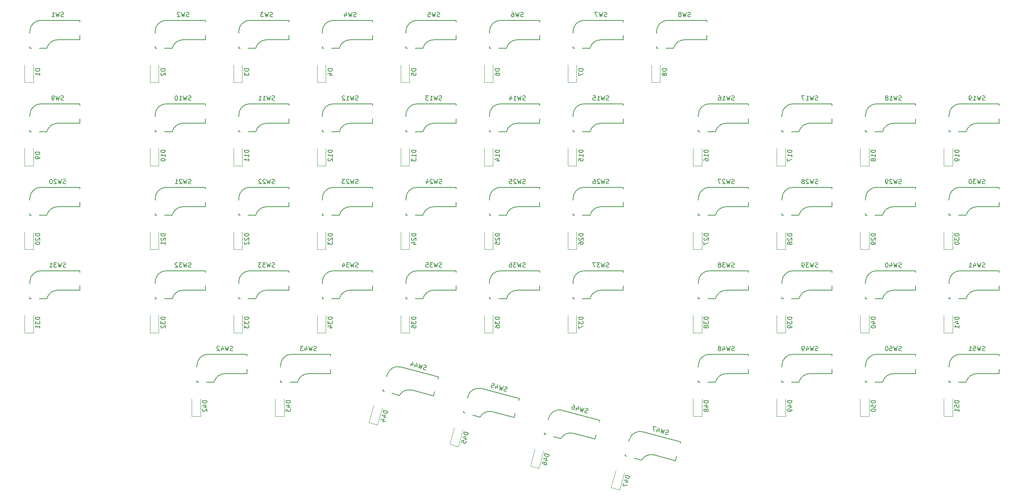
<source format=gbr>
%TF.GenerationSoftware,KiCad,Pcbnew,7.0.1*%
%TF.CreationDate,2023-09-01T15:37:28-04:00*%
%TF.ProjectId,macropad,6d616372-6f70-4616-942e-6b696361645f,rev?*%
%TF.SameCoordinates,Original*%
%TF.FileFunction,Legend,Bot*%
%TF.FilePolarity,Positive*%
%FSLAX46Y46*%
G04 Gerber Fmt 4.6, Leading zero omitted, Abs format (unit mm)*
G04 Created by KiCad (PCBNEW 7.0.1) date 2023-09-01 15:37:28*
%MOMM*%
%LPD*%
G01*
G04 APERTURE LIST*
%ADD10C,0.150000*%
%ADD11C,0.120000*%
G04 APERTURE END LIST*
D10*
%TO.C,SW51*%
X250647023Y-102885000D02*
X250504166Y-102932619D01*
X250504166Y-102932619D02*
X250266071Y-102932619D01*
X250266071Y-102932619D02*
X250170833Y-102885000D01*
X250170833Y-102885000D02*
X250123214Y-102837380D01*
X250123214Y-102837380D02*
X250075595Y-102742142D01*
X250075595Y-102742142D02*
X250075595Y-102646904D01*
X250075595Y-102646904D02*
X250123214Y-102551666D01*
X250123214Y-102551666D02*
X250170833Y-102504047D01*
X250170833Y-102504047D02*
X250266071Y-102456428D01*
X250266071Y-102456428D02*
X250456547Y-102408809D01*
X250456547Y-102408809D02*
X250551785Y-102361190D01*
X250551785Y-102361190D02*
X250599404Y-102313571D01*
X250599404Y-102313571D02*
X250647023Y-102218333D01*
X250647023Y-102218333D02*
X250647023Y-102123095D01*
X250647023Y-102123095D02*
X250599404Y-102027857D01*
X250599404Y-102027857D02*
X250551785Y-101980238D01*
X250551785Y-101980238D02*
X250456547Y-101932619D01*
X250456547Y-101932619D02*
X250218452Y-101932619D01*
X250218452Y-101932619D02*
X250075595Y-101980238D01*
X249742261Y-101932619D02*
X249504166Y-102932619D01*
X249504166Y-102932619D02*
X249313690Y-102218333D01*
X249313690Y-102218333D02*
X249123214Y-102932619D01*
X249123214Y-102932619D02*
X248885119Y-101932619D01*
X248027976Y-101932619D02*
X248504166Y-101932619D01*
X248504166Y-101932619D02*
X248551785Y-102408809D01*
X248551785Y-102408809D02*
X248504166Y-102361190D01*
X248504166Y-102361190D02*
X248408928Y-102313571D01*
X248408928Y-102313571D02*
X248170833Y-102313571D01*
X248170833Y-102313571D02*
X248075595Y-102361190D01*
X248075595Y-102361190D02*
X248027976Y-102408809D01*
X248027976Y-102408809D02*
X247980357Y-102504047D01*
X247980357Y-102504047D02*
X247980357Y-102742142D01*
X247980357Y-102742142D02*
X248027976Y-102837380D01*
X248027976Y-102837380D02*
X248075595Y-102885000D01*
X248075595Y-102885000D02*
X248170833Y-102932619D01*
X248170833Y-102932619D02*
X248408928Y-102932619D01*
X248408928Y-102932619D02*
X248504166Y-102885000D01*
X248504166Y-102885000D02*
X248551785Y-102837380D01*
X247027976Y-102932619D02*
X247599404Y-102932619D01*
X247313690Y-102932619D02*
X247313690Y-101932619D01*
X247313690Y-101932619D02*
X247408928Y-102075476D01*
X247408928Y-102075476D02*
X247504166Y-102170714D01*
X247504166Y-102170714D02*
X247599404Y-102218333D01*
%TO.C,SW50*%
X231597023Y-102885000D02*
X231454166Y-102932619D01*
X231454166Y-102932619D02*
X231216071Y-102932619D01*
X231216071Y-102932619D02*
X231120833Y-102885000D01*
X231120833Y-102885000D02*
X231073214Y-102837380D01*
X231073214Y-102837380D02*
X231025595Y-102742142D01*
X231025595Y-102742142D02*
X231025595Y-102646904D01*
X231025595Y-102646904D02*
X231073214Y-102551666D01*
X231073214Y-102551666D02*
X231120833Y-102504047D01*
X231120833Y-102504047D02*
X231216071Y-102456428D01*
X231216071Y-102456428D02*
X231406547Y-102408809D01*
X231406547Y-102408809D02*
X231501785Y-102361190D01*
X231501785Y-102361190D02*
X231549404Y-102313571D01*
X231549404Y-102313571D02*
X231597023Y-102218333D01*
X231597023Y-102218333D02*
X231597023Y-102123095D01*
X231597023Y-102123095D02*
X231549404Y-102027857D01*
X231549404Y-102027857D02*
X231501785Y-101980238D01*
X231501785Y-101980238D02*
X231406547Y-101932619D01*
X231406547Y-101932619D02*
X231168452Y-101932619D01*
X231168452Y-101932619D02*
X231025595Y-101980238D01*
X230692261Y-101932619D02*
X230454166Y-102932619D01*
X230454166Y-102932619D02*
X230263690Y-102218333D01*
X230263690Y-102218333D02*
X230073214Y-102932619D01*
X230073214Y-102932619D02*
X229835119Y-101932619D01*
X228977976Y-101932619D02*
X229454166Y-101932619D01*
X229454166Y-101932619D02*
X229501785Y-102408809D01*
X229501785Y-102408809D02*
X229454166Y-102361190D01*
X229454166Y-102361190D02*
X229358928Y-102313571D01*
X229358928Y-102313571D02*
X229120833Y-102313571D01*
X229120833Y-102313571D02*
X229025595Y-102361190D01*
X229025595Y-102361190D02*
X228977976Y-102408809D01*
X228977976Y-102408809D02*
X228930357Y-102504047D01*
X228930357Y-102504047D02*
X228930357Y-102742142D01*
X228930357Y-102742142D02*
X228977976Y-102837380D01*
X228977976Y-102837380D02*
X229025595Y-102885000D01*
X229025595Y-102885000D02*
X229120833Y-102932619D01*
X229120833Y-102932619D02*
X229358928Y-102932619D01*
X229358928Y-102932619D02*
X229454166Y-102885000D01*
X229454166Y-102885000D02*
X229501785Y-102837380D01*
X228311309Y-101932619D02*
X228216071Y-101932619D01*
X228216071Y-101932619D02*
X228120833Y-101980238D01*
X228120833Y-101980238D02*
X228073214Y-102027857D01*
X228073214Y-102027857D02*
X228025595Y-102123095D01*
X228025595Y-102123095D02*
X227977976Y-102313571D01*
X227977976Y-102313571D02*
X227977976Y-102551666D01*
X227977976Y-102551666D02*
X228025595Y-102742142D01*
X228025595Y-102742142D02*
X228073214Y-102837380D01*
X228073214Y-102837380D02*
X228120833Y-102885000D01*
X228120833Y-102885000D02*
X228216071Y-102932619D01*
X228216071Y-102932619D02*
X228311309Y-102932619D01*
X228311309Y-102932619D02*
X228406547Y-102885000D01*
X228406547Y-102885000D02*
X228454166Y-102837380D01*
X228454166Y-102837380D02*
X228501785Y-102742142D01*
X228501785Y-102742142D02*
X228549404Y-102551666D01*
X228549404Y-102551666D02*
X228549404Y-102313571D01*
X228549404Y-102313571D02*
X228501785Y-102123095D01*
X228501785Y-102123095D02*
X228454166Y-102027857D01*
X228454166Y-102027857D02*
X228406547Y-101980238D01*
X228406547Y-101980238D02*
X228311309Y-101932619D01*
%TO.C,SW49*%
X212547023Y-102885000D02*
X212404166Y-102932619D01*
X212404166Y-102932619D02*
X212166071Y-102932619D01*
X212166071Y-102932619D02*
X212070833Y-102885000D01*
X212070833Y-102885000D02*
X212023214Y-102837380D01*
X212023214Y-102837380D02*
X211975595Y-102742142D01*
X211975595Y-102742142D02*
X211975595Y-102646904D01*
X211975595Y-102646904D02*
X212023214Y-102551666D01*
X212023214Y-102551666D02*
X212070833Y-102504047D01*
X212070833Y-102504047D02*
X212166071Y-102456428D01*
X212166071Y-102456428D02*
X212356547Y-102408809D01*
X212356547Y-102408809D02*
X212451785Y-102361190D01*
X212451785Y-102361190D02*
X212499404Y-102313571D01*
X212499404Y-102313571D02*
X212547023Y-102218333D01*
X212547023Y-102218333D02*
X212547023Y-102123095D01*
X212547023Y-102123095D02*
X212499404Y-102027857D01*
X212499404Y-102027857D02*
X212451785Y-101980238D01*
X212451785Y-101980238D02*
X212356547Y-101932619D01*
X212356547Y-101932619D02*
X212118452Y-101932619D01*
X212118452Y-101932619D02*
X211975595Y-101980238D01*
X211642261Y-101932619D02*
X211404166Y-102932619D01*
X211404166Y-102932619D02*
X211213690Y-102218333D01*
X211213690Y-102218333D02*
X211023214Y-102932619D01*
X211023214Y-102932619D02*
X210785119Y-101932619D01*
X209975595Y-102265952D02*
X209975595Y-102932619D01*
X210213690Y-101885000D02*
X210451785Y-102599285D01*
X210451785Y-102599285D02*
X209832738Y-102599285D01*
X209404166Y-102932619D02*
X209213690Y-102932619D01*
X209213690Y-102932619D02*
X209118452Y-102885000D01*
X209118452Y-102885000D02*
X209070833Y-102837380D01*
X209070833Y-102837380D02*
X208975595Y-102694523D01*
X208975595Y-102694523D02*
X208927976Y-102504047D01*
X208927976Y-102504047D02*
X208927976Y-102123095D01*
X208927976Y-102123095D02*
X208975595Y-102027857D01*
X208975595Y-102027857D02*
X209023214Y-101980238D01*
X209023214Y-101980238D02*
X209118452Y-101932619D01*
X209118452Y-101932619D02*
X209308928Y-101932619D01*
X209308928Y-101932619D02*
X209404166Y-101980238D01*
X209404166Y-101980238D02*
X209451785Y-102027857D01*
X209451785Y-102027857D02*
X209499404Y-102123095D01*
X209499404Y-102123095D02*
X209499404Y-102361190D01*
X209499404Y-102361190D02*
X209451785Y-102456428D01*
X209451785Y-102456428D02*
X209404166Y-102504047D01*
X209404166Y-102504047D02*
X209308928Y-102551666D01*
X209308928Y-102551666D02*
X209118452Y-102551666D01*
X209118452Y-102551666D02*
X209023214Y-102504047D01*
X209023214Y-102504047D02*
X208975595Y-102456428D01*
X208975595Y-102456428D02*
X208927976Y-102361190D01*
%TO.C,SW48*%
X193497023Y-102885000D02*
X193354166Y-102932619D01*
X193354166Y-102932619D02*
X193116071Y-102932619D01*
X193116071Y-102932619D02*
X193020833Y-102885000D01*
X193020833Y-102885000D02*
X192973214Y-102837380D01*
X192973214Y-102837380D02*
X192925595Y-102742142D01*
X192925595Y-102742142D02*
X192925595Y-102646904D01*
X192925595Y-102646904D02*
X192973214Y-102551666D01*
X192973214Y-102551666D02*
X193020833Y-102504047D01*
X193020833Y-102504047D02*
X193116071Y-102456428D01*
X193116071Y-102456428D02*
X193306547Y-102408809D01*
X193306547Y-102408809D02*
X193401785Y-102361190D01*
X193401785Y-102361190D02*
X193449404Y-102313571D01*
X193449404Y-102313571D02*
X193497023Y-102218333D01*
X193497023Y-102218333D02*
X193497023Y-102123095D01*
X193497023Y-102123095D02*
X193449404Y-102027857D01*
X193449404Y-102027857D02*
X193401785Y-101980238D01*
X193401785Y-101980238D02*
X193306547Y-101932619D01*
X193306547Y-101932619D02*
X193068452Y-101932619D01*
X193068452Y-101932619D02*
X192925595Y-101980238D01*
X192592261Y-101932619D02*
X192354166Y-102932619D01*
X192354166Y-102932619D02*
X192163690Y-102218333D01*
X192163690Y-102218333D02*
X191973214Y-102932619D01*
X191973214Y-102932619D02*
X191735119Y-101932619D01*
X190925595Y-102265952D02*
X190925595Y-102932619D01*
X191163690Y-101885000D02*
X191401785Y-102599285D01*
X191401785Y-102599285D02*
X190782738Y-102599285D01*
X190258928Y-102361190D02*
X190354166Y-102313571D01*
X190354166Y-102313571D02*
X190401785Y-102265952D01*
X190401785Y-102265952D02*
X190449404Y-102170714D01*
X190449404Y-102170714D02*
X190449404Y-102123095D01*
X190449404Y-102123095D02*
X190401785Y-102027857D01*
X190401785Y-102027857D02*
X190354166Y-101980238D01*
X190354166Y-101980238D02*
X190258928Y-101932619D01*
X190258928Y-101932619D02*
X190068452Y-101932619D01*
X190068452Y-101932619D02*
X189973214Y-101980238D01*
X189973214Y-101980238D02*
X189925595Y-102027857D01*
X189925595Y-102027857D02*
X189877976Y-102123095D01*
X189877976Y-102123095D02*
X189877976Y-102170714D01*
X189877976Y-102170714D02*
X189925595Y-102265952D01*
X189925595Y-102265952D02*
X189973214Y-102313571D01*
X189973214Y-102313571D02*
X190068452Y-102361190D01*
X190068452Y-102361190D02*
X190258928Y-102361190D01*
X190258928Y-102361190D02*
X190354166Y-102408809D01*
X190354166Y-102408809D02*
X190401785Y-102456428D01*
X190401785Y-102456428D02*
X190449404Y-102551666D01*
X190449404Y-102551666D02*
X190449404Y-102742142D01*
X190449404Y-102742142D02*
X190401785Y-102837380D01*
X190401785Y-102837380D02*
X190354166Y-102885000D01*
X190354166Y-102885000D02*
X190258928Y-102932619D01*
X190258928Y-102932619D02*
X190068452Y-102932619D01*
X190068452Y-102932619D02*
X189973214Y-102885000D01*
X189973214Y-102885000D02*
X189925595Y-102837380D01*
X189925595Y-102837380D02*
X189877976Y-102742142D01*
X189877976Y-102742142D02*
X189877976Y-102551666D01*
X189877976Y-102551666D02*
X189925595Y-102456428D01*
X189925595Y-102456428D02*
X189973214Y-102408809D01*
X189973214Y-102408809D02*
X190068452Y-102361190D01*
%TO.C,SW47*%
X178360855Y-122072888D02*
X178210541Y-122081910D01*
X178210541Y-122081910D02*
X177980559Y-122020287D01*
X177980559Y-122020287D02*
X177900891Y-121949641D01*
X177900891Y-121949641D02*
X177867219Y-121891320D01*
X177867219Y-121891320D02*
X177845872Y-121787002D01*
X177845872Y-121787002D02*
X177870521Y-121695009D01*
X177870521Y-121695009D02*
X177941167Y-121615341D01*
X177941167Y-121615341D02*
X177999488Y-121581669D01*
X177999488Y-121581669D02*
X178103806Y-121560322D01*
X178103806Y-121560322D02*
X178300117Y-121563624D01*
X178300117Y-121563624D02*
X178404434Y-121542277D01*
X178404434Y-121542277D02*
X178462756Y-121508606D01*
X178462756Y-121508606D02*
X178533401Y-121428937D01*
X178533401Y-121428937D02*
X178558051Y-121336944D01*
X178558051Y-121336944D02*
X178536704Y-121232627D01*
X178536704Y-121232627D02*
X178503032Y-121174306D01*
X178503032Y-121174306D02*
X178423364Y-121103660D01*
X178423364Y-121103660D02*
X178193381Y-121042036D01*
X178193381Y-121042036D02*
X178043067Y-121051058D01*
X177733417Y-120918789D02*
X177244615Y-121823091D01*
X177244615Y-121823091D02*
X177245500Y-121083845D01*
X177245500Y-121083845D02*
X176876644Y-121724493D01*
X176876644Y-121724493D02*
X176905480Y-120696944D01*
X176037268Y-120809399D02*
X175864721Y-121453350D01*
X176365848Y-120503051D02*
X176410959Y-121254622D01*
X176410959Y-121254622D02*
X175813005Y-121094400D01*
X175709572Y-120376501D02*
X175065622Y-120203955D01*
X175065622Y-120203955D02*
X175220771Y-121280804D01*
%TO.C,SW46*%
X159959968Y-117142385D02*
X159809654Y-117151407D01*
X159809654Y-117151407D02*
X159579672Y-117089784D01*
X159579672Y-117089784D02*
X159500004Y-117019138D01*
X159500004Y-117019138D02*
X159466332Y-116960817D01*
X159466332Y-116960817D02*
X159444985Y-116856499D01*
X159444985Y-116856499D02*
X159469634Y-116764506D01*
X159469634Y-116764506D02*
X159540280Y-116684838D01*
X159540280Y-116684838D02*
X159598601Y-116651166D01*
X159598601Y-116651166D02*
X159702919Y-116629819D01*
X159702919Y-116629819D02*
X159899230Y-116633121D01*
X159899230Y-116633121D02*
X160003547Y-116611774D01*
X160003547Y-116611774D02*
X160061869Y-116578103D01*
X160061869Y-116578103D02*
X160132514Y-116498434D01*
X160132514Y-116498434D02*
X160157164Y-116406441D01*
X160157164Y-116406441D02*
X160135817Y-116302124D01*
X160135817Y-116302124D02*
X160102145Y-116243803D01*
X160102145Y-116243803D02*
X160022477Y-116173157D01*
X160022477Y-116173157D02*
X159792494Y-116111533D01*
X159792494Y-116111533D02*
X159642180Y-116120555D01*
X159332530Y-115988286D02*
X158843728Y-116892588D01*
X158843728Y-116892588D02*
X158844613Y-116153342D01*
X158844613Y-116153342D02*
X158475757Y-116793990D01*
X158475757Y-116793990D02*
X158504593Y-115766441D01*
X157636381Y-115878896D02*
X157463834Y-116522847D01*
X157964961Y-115572548D02*
X158010072Y-116324119D01*
X158010072Y-116324119D02*
X157412118Y-116163897D01*
X156802724Y-115310427D02*
X156986710Y-115359725D01*
X156986710Y-115359725D02*
X157066378Y-115430371D01*
X157066378Y-115430371D02*
X157100050Y-115488693D01*
X157100050Y-115488693D02*
X157155069Y-115651331D01*
X157155069Y-115651331D02*
X157151766Y-115847642D01*
X157151766Y-115847642D02*
X157053169Y-116215614D01*
X157053169Y-116215614D02*
X156982523Y-116295282D01*
X156982523Y-116295282D02*
X156924202Y-116328954D01*
X156924202Y-116328954D02*
X156819884Y-116350301D01*
X156819884Y-116350301D02*
X156635898Y-116301002D01*
X156635898Y-116301002D02*
X156556230Y-116230356D01*
X156556230Y-116230356D02*
X156522558Y-116172035D01*
X156522558Y-116172035D02*
X156501211Y-116067717D01*
X156501211Y-116067717D02*
X156562835Y-115837735D01*
X156562835Y-115837735D02*
X156633480Y-115758067D01*
X156633480Y-115758067D02*
X156691802Y-115724395D01*
X156691802Y-115724395D02*
X156796119Y-115703048D01*
X156796119Y-115703048D02*
X156980105Y-115752347D01*
X156980105Y-115752347D02*
X157059773Y-115822993D01*
X157059773Y-115822993D02*
X157093445Y-115881314D01*
X157093445Y-115881314D02*
X157114792Y-115985631D01*
%TO.C,SW45*%
X141559081Y-112211882D02*
X141408767Y-112220904D01*
X141408767Y-112220904D02*
X141178785Y-112159281D01*
X141178785Y-112159281D02*
X141099117Y-112088635D01*
X141099117Y-112088635D02*
X141065445Y-112030314D01*
X141065445Y-112030314D02*
X141044098Y-111925996D01*
X141044098Y-111925996D02*
X141068747Y-111834003D01*
X141068747Y-111834003D02*
X141139393Y-111754335D01*
X141139393Y-111754335D02*
X141197714Y-111720663D01*
X141197714Y-111720663D02*
X141302032Y-111699316D01*
X141302032Y-111699316D02*
X141498343Y-111702618D01*
X141498343Y-111702618D02*
X141602660Y-111681271D01*
X141602660Y-111681271D02*
X141660982Y-111647600D01*
X141660982Y-111647600D02*
X141731627Y-111567931D01*
X141731627Y-111567931D02*
X141756277Y-111475938D01*
X141756277Y-111475938D02*
X141734930Y-111371621D01*
X141734930Y-111371621D02*
X141701258Y-111313300D01*
X141701258Y-111313300D02*
X141621590Y-111242654D01*
X141621590Y-111242654D02*
X141391607Y-111181030D01*
X141391607Y-111181030D02*
X141241293Y-111190052D01*
X140931643Y-111057783D02*
X140442841Y-111962085D01*
X140442841Y-111962085D02*
X140443726Y-111222839D01*
X140443726Y-111222839D02*
X140074870Y-111863487D01*
X140074870Y-111863487D02*
X140103706Y-110835938D01*
X139235494Y-110948393D02*
X139062947Y-111592344D01*
X139564074Y-110642045D02*
X139609185Y-111393616D01*
X139609185Y-111393616D02*
X139011231Y-111233394D01*
X138355841Y-110367599D02*
X138815805Y-110490846D01*
X138815805Y-110490846D02*
X138738555Y-110963135D01*
X138738555Y-110963135D02*
X138704883Y-110904814D01*
X138704883Y-110904814D02*
X138625215Y-110834168D01*
X138625215Y-110834168D02*
X138395232Y-110772545D01*
X138395232Y-110772545D02*
X138290915Y-110793892D01*
X138290915Y-110793892D02*
X138232593Y-110827564D01*
X138232593Y-110827564D02*
X138161948Y-110907232D01*
X138161948Y-110907232D02*
X138100324Y-111137214D01*
X138100324Y-111137214D02*
X138121671Y-111241532D01*
X138121671Y-111241532D02*
X138155343Y-111299853D01*
X138155343Y-111299853D02*
X138235011Y-111370499D01*
X138235011Y-111370499D02*
X138464993Y-111432122D01*
X138464993Y-111432122D02*
X138569311Y-111410775D01*
X138569311Y-111410775D02*
X138627632Y-111377104D01*
%TO.C,SW44*%
X123158194Y-107281380D02*
X123007880Y-107290402D01*
X123007880Y-107290402D02*
X122777898Y-107228779D01*
X122777898Y-107228779D02*
X122698230Y-107158133D01*
X122698230Y-107158133D02*
X122664558Y-107099812D01*
X122664558Y-107099812D02*
X122643211Y-106995494D01*
X122643211Y-106995494D02*
X122667860Y-106903501D01*
X122667860Y-106903501D02*
X122738506Y-106823833D01*
X122738506Y-106823833D02*
X122796827Y-106790161D01*
X122796827Y-106790161D02*
X122901145Y-106768814D01*
X122901145Y-106768814D02*
X123097456Y-106772116D01*
X123097456Y-106772116D02*
X123201773Y-106750769D01*
X123201773Y-106750769D02*
X123260095Y-106717098D01*
X123260095Y-106717098D02*
X123330740Y-106637429D01*
X123330740Y-106637429D02*
X123355390Y-106545436D01*
X123355390Y-106545436D02*
X123334043Y-106441119D01*
X123334043Y-106441119D02*
X123300371Y-106382798D01*
X123300371Y-106382798D02*
X123220703Y-106312152D01*
X123220703Y-106312152D02*
X122990720Y-106250528D01*
X122990720Y-106250528D02*
X122840406Y-106259550D01*
X122530756Y-106127281D02*
X122041954Y-107031583D01*
X122041954Y-107031583D02*
X122042839Y-106292337D01*
X122042839Y-106292337D02*
X121673983Y-106932985D01*
X121673983Y-106932985D02*
X121702819Y-105905436D01*
X120834607Y-106017891D02*
X120662060Y-106661842D01*
X121163187Y-105711543D02*
X121208298Y-106463114D01*
X121208298Y-106463114D02*
X120610344Y-106302892D01*
X119914677Y-105771397D02*
X119742131Y-106415347D01*
X120243257Y-105465049D02*
X120288369Y-106216619D01*
X120288369Y-106216619D02*
X119690415Y-106056398D01*
%TO.C,SW43*%
X98247023Y-102885000D02*
X98104166Y-102932619D01*
X98104166Y-102932619D02*
X97866071Y-102932619D01*
X97866071Y-102932619D02*
X97770833Y-102885000D01*
X97770833Y-102885000D02*
X97723214Y-102837380D01*
X97723214Y-102837380D02*
X97675595Y-102742142D01*
X97675595Y-102742142D02*
X97675595Y-102646904D01*
X97675595Y-102646904D02*
X97723214Y-102551666D01*
X97723214Y-102551666D02*
X97770833Y-102504047D01*
X97770833Y-102504047D02*
X97866071Y-102456428D01*
X97866071Y-102456428D02*
X98056547Y-102408809D01*
X98056547Y-102408809D02*
X98151785Y-102361190D01*
X98151785Y-102361190D02*
X98199404Y-102313571D01*
X98199404Y-102313571D02*
X98247023Y-102218333D01*
X98247023Y-102218333D02*
X98247023Y-102123095D01*
X98247023Y-102123095D02*
X98199404Y-102027857D01*
X98199404Y-102027857D02*
X98151785Y-101980238D01*
X98151785Y-101980238D02*
X98056547Y-101932619D01*
X98056547Y-101932619D02*
X97818452Y-101932619D01*
X97818452Y-101932619D02*
X97675595Y-101980238D01*
X97342261Y-101932619D02*
X97104166Y-102932619D01*
X97104166Y-102932619D02*
X96913690Y-102218333D01*
X96913690Y-102218333D02*
X96723214Y-102932619D01*
X96723214Y-102932619D02*
X96485119Y-101932619D01*
X95675595Y-102265952D02*
X95675595Y-102932619D01*
X95913690Y-101885000D02*
X96151785Y-102599285D01*
X96151785Y-102599285D02*
X95532738Y-102599285D01*
X95247023Y-101932619D02*
X94627976Y-101932619D01*
X94627976Y-101932619D02*
X94961309Y-102313571D01*
X94961309Y-102313571D02*
X94818452Y-102313571D01*
X94818452Y-102313571D02*
X94723214Y-102361190D01*
X94723214Y-102361190D02*
X94675595Y-102408809D01*
X94675595Y-102408809D02*
X94627976Y-102504047D01*
X94627976Y-102504047D02*
X94627976Y-102742142D01*
X94627976Y-102742142D02*
X94675595Y-102837380D01*
X94675595Y-102837380D02*
X94723214Y-102885000D01*
X94723214Y-102885000D02*
X94818452Y-102932619D01*
X94818452Y-102932619D02*
X95104166Y-102932619D01*
X95104166Y-102932619D02*
X95199404Y-102885000D01*
X95199404Y-102885000D02*
X95247023Y-102837380D01*
%TO.C,SW42*%
X79197023Y-102885000D02*
X79054166Y-102932619D01*
X79054166Y-102932619D02*
X78816071Y-102932619D01*
X78816071Y-102932619D02*
X78720833Y-102885000D01*
X78720833Y-102885000D02*
X78673214Y-102837380D01*
X78673214Y-102837380D02*
X78625595Y-102742142D01*
X78625595Y-102742142D02*
X78625595Y-102646904D01*
X78625595Y-102646904D02*
X78673214Y-102551666D01*
X78673214Y-102551666D02*
X78720833Y-102504047D01*
X78720833Y-102504047D02*
X78816071Y-102456428D01*
X78816071Y-102456428D02*
X79006547Y-102408809D01*
X79006547Y-102408809D02*
X79101785Y-102361190D01*
X79101785Y-102361190D02*
X79149404Y-102313571D01*
X79149404Y-102313571D02*
X79197023Y-102218333D01*
X79197023Y-102218333D02*
X79197023Y-102123095D01*
X79197023Y-102123095D02*
X79149404Y-102027857D01*
X79149404Y-102027857D02*
X79101785Y-101980238D01*
X79101785Y-101980238D02*
X79006547Y-101932619D01*
X79006547Y-101932619D02*
X78768452Y-101932619D01*
X78768452Y-101932619D02*
X78625595Y-101980238D01*
X78292261Y-101932619D02*
X78054166Y-102932619D01*
X78054166Y-102932619D02*
X77863690Y-102218333D01*
X77863690Y-102218333D02*
X77673214Y-102932619D01*
X77673214Y-102932619D02*
X77435119Y-101932619D01*
X76625595Y-102265952D02*
X76625595Y-102932619D01*
X76863690Y-101885000D02*
X77101785Y-102599285D01*
X77101785Y-102599285D02*
X76482738Y-102599285D01*
X76149404Y-102027857D02*
X76101785Y-101980238D01*
X76101785Y-101980238D02*
X76006547Y-101932619D01*
X76006547Y-101932619D02*
X75768452Y-101932619D01*
X75768452Y-101932619D02*
X75673214Y-101980238D01*
X75673214Y-101980238D02*
X75625595Y-102027857D01*
X75625595Y-102027857D02*
X75577976Y-102123095D01*
X75577976Y-102123095D02*
X75577976Y-102218333D01*
X75577976Y-102218333D02*
X75625595Y-102361190D01*
X75625595Y-102361190D02*
X76197023Y-102932619D01*
X76197023Y-102932619D02*
X75577976Y-102932619D01*
%TO.C,SW41*%
X250647023Y-83835000D02*
X250504166Y-83882619D01*
X250504166Y-83882619D02*
X250266071Y-83882619D01*
X250266071Y-83882619D02*
X250170833Y-83835000D01*
X250170833Y-83835000D02*
X250123214Y-83787380D01*
X250123214Y-83787380D02*
X250075595Y-83692142D01*
X250075595Y-83692142D02*
X250075595Y-83596904D01*
X250075595Y-83596904D02*
X250123214Y-83501666D01*
X250123214Y-83501666D02*
X250170833Y-83454047D01*
X250170833Y-83454047D02*
X250266071Y-83406428D01*
X250266071Y-83406428D02*
X250456547Y-83358809D01*
X250456547Y-83358809D02*
X250551785Y-83311190D01*
X250551785Y-83311190D02*
X250599404Y-83263571D01*
X250599404Y-83263571D02*
X250647023Y-83168333D01*
X250647023Y-83168333D02*
X250647023Y-83073095D01*
X250647023Y-83073095D02*
X250599404Y-82977857D01*
X250599404Y-82977857D02*
X250551785Y-82930238D01*
X250551785Y-82930238D02*
X250456547Y-82882619D01*
X250456547Y-82882619D02*
X250218452Y-82882619D01*
X250218452Y-82882619D02*
X250075595Y-82930238D01*
X249742261Y-82882619D02*
X249504166Y-83882619D01*
X249504166Y-83882619D02*
X249313690Y-83168333D01*
X249313690Y-83168333D02*
X249123214Y-83882619D01*
X249123214Y-83882619D02*
X248885119Y-82882619D01*
X248075595Y-83215952D02*
X248075595Y-83882619D01*
X248313690Y-82835000D02*
X248551785Y-83549285D01*
X248551785Y-83549285D02*
X247932738Y-83549285D01*
X247027976Y-83882619D02*
X247599404Y-83882619D01*
X247313690Y-83882619D02*
X247313690Y-82882619D01*
X247313690Y-82882619D02*
X247408928Y-83025476D01*
X247408928Y-83025476D02*
X247504166Y-83120714D01*
X247504166Y-83120714D02*
X247599404Y-83168333D01*
%TO.C,SW40*%
X231597023Y-83835000D02*
X231454166Y-83882619D01*
X231454166Y-83882619D02*
X231216071Y-83882619D01*
X231216071Y-83882619D02*
X231120833Y-83835000D01*
X231120833Y-83835000D02*
X231073214Y-83787380D01*
X231073214Y-83787380D02*
X231025595Y-83692142D01*
X231025595Y-83692142D02*
X231025595Y-83596904D01*
X231025595Y-83596904D02*
X231073214Y-83501666D01*
X231073214Y-83501666D02*
X231120833Y-83454047D01*
X231120833Y-83454047D02*
X231216071Y-83406428D01*
X231216071Y-83406428D02*
X231406547Y-83358809D01*
X231406547Y-83358809D02*
X231501785Y-83311190D01*
X231501785Y-83311190D02*
X231549404Y-83263571D01*
X231549404Y-83263571D02*
X231597023Y-83168333D01*
X231597023Y-83168333D02*
X231597023Y-83073095D01*
X231597023Y-83073095D02*
X231549404Y-82977857D01*
X231549404Y-82977857D02*
X231501785Y-82930238D01*
X231501785Y-82930238D02*
X231406547Y-82882619D01*
X231406547Y-82882619D02*
X231168452Y-82882619D01*
X231168452Y-82882619D02*
X231025595Y-82930238D01*
X230692261Y-82882619D02*
X230454166Y-83882619D01*
X230454166Y-83882619D02*
X230263690Y-83168333D01*
X230263690Y-83168333D02*
X230073214Y-83882619D01*
X230073214Y-83882619D02*
X229835119Y-82882619D01*
X229025595Y-83215952D02*
X229025595Y-83882619D01*
X229263690Y-82835000D02*
X229501785Y-83549285D01*
X229501785Y-83549285D02*
X228882738Y-83549285D01*
X228311309Y-82882619D02*
X228216071Y-82882619D01*
X228216071Y-82882619D02*
X228120833Y-82930238D01*
X228120833Y-82930238D02*
X228073214Y-82977857D01*
X228073214Y-82977857D02*
X228025595Y-83073095D01*
X228025595Y-83073095D02*
X227977976Y-83263571D01*
X227977976Y-83263571D02*
X227977976Y-83501666D01*
X227977976Y-83501666D02*
X228025595Y-83692142D01*
X228025595Y-83692142D02*
X228073214Y-83787380D01*
X228073214Y-83787380D02*
X228120833Y-83835000D01*
X228120833Y-83835000D02*
X228216071Y-83882619D01*
X228216071Y-83882619D02*
X228311309Y-83882619D01*
X228311309Y-83882619D02*
X228406547Y-83835000D01*
X228406547Y-83835000D02*
X228454166Y-83787380D01*
X228454166Y-83787380D02*
X228501785Y-83692142D01*
X228501785Y-83692142D02*
X228549404Y-83501666D01*
X228549404Y-83501666D02*
X228549404Y-83263571D01*
X228549404Y-83263571D02*
X228501785Y-83073095D01*
X228501785Y-83073095D02*
X228454166Y-82977857D01*
X228454166Y-82977857D02*
X228406547Y-82930238D01*
X228406547Y-82930238D02*
X228311309Y-82882619D01*
%TO.C,SW39*%
X212547023Y-83835000D02*
X212404166Y-83882619D01*
X212404166Y-83882619D02*
X212166071Y-83882619D01*
X212166071Y-83882619D02*
X212070833Y-83835000D01*
X212070833Y-83835000D02*
X212023214Y-83787380D01*
X212023214Y-83787380D02*
X211975595Y-83692142D01*
X211975595Y-83692142D02*
X211975595Y-83596904D01*
X211975595Y-83596904D02*
X212023214Y-83501666D01*
X212023214Y-83501666D02*
X212070833Y-83454047D01*
X212070833Y-83454047D02*
X212166071Y-83406428D01*
X212166071Y-83406428D02*
X212356547Y-83358809D01*
X212356547Y-83358809D02*
X212451785Y-83311190D01*
X212451785Y-83311190D02*
X212499404Y-83263571D01*
X212499404Y-83263571D02*
X212547023Y-83168333D01*
X212547023Y-83168333D02*
X212547023Y-83073095D01*
X212547023Y-83073095D02*
X212499404Y-82977857D01*
X212499404Y-82977857D02*
X212451785Y-82930238D01*
X212451785Y-82930238D02*
X212356547Y-82882619D01*
X212356547Y-82882619D02*
X212118452Y-82882619D01*
X212118452Y-82882619D02*
X211975595Y-82930238D01*
X211642261Y-82882619D02*
X211404166Y-83882619D01*
X211404166Y-83882619D02*
X211213690Y-83168333D01*
X211213690Y-83168333D02*
X211023214Y-83882619D01*
X211023214Y-83882619D02*
X210785119Y-82882619D01*
X210499404Y-82882619D02*
X209880357Y-82882619D01*
X209880357Y-82882619D02*
X210213690Y-83263571D01*
X210213690Y-83263571D02*
X210070833Y-83263571D01*
X210070833Y-83263571D02*
X209975595Y-83311190D01*
X209975595Y-83311190D02*
X209927976Y-83358809D01*
X209927976Y-83358809D02*
X209880357Y-83454047D01*
X209880357Y-83454047D02*
X209880357Y-83692142D01*
X209880357Y-83692142D02*
X209927976Y-83787380D01*
X209927976Y-83787380D02*
X209975595Y-83835000D01*
X209975595Y-83835000D02*
X210070833Y-83882619D01*
X210070833Y-83882619D02*
X210356547Y-83882619D01*
X210356547Y-83882619D02*
X210451785Y-83835000D01*
X210451785Y-83835000D02*
X210499404Y-83787380D01*
X209404166Y-83882619D02*
X209213690Y-83882619D01*
X209213690Y-83882619D02*
X209118452Y-83835000D01*
X209118452Y-83835000D02*
X209070833Y-83787380D01*
X209070833Y-83787380D02*
X208975595Y-83644523D01*
X208975595Y-83644523D02*
X208927976Y-83454047D01*
X208927976Y-83454047D02*
X208927976Y-83073095D01*
X208927976Y-83073095D02*
X208975595Y-82977857D01*
X208975595Y-82977857D02*
X209023214Y-82930238D01*
X209023214Y-82930238D02*
X209118452Y-82882619D01*
X209118452Y-82882619D02*
X209308928Y-82882619D01*
X209308928Y-82882619D02*
X209404166Y-82930238D01*
X209404166Y-82930238D02*
X209451785Y-82977857D01*
X209451785Y-82977857D02*
X209499404Y-83073095D01*
X209499404Y-83073095D02*
X209499404Y-83311190D01*
X209499404Y-83311190D02*
X209451785Y-83406428D01*
X209451785Y-83406428D02*
X209404166Y-83454047D01*
X209404166Y-83454047D02*
X209308928Y-83501666D01*
X209308928Y-83501666D02*
X209118452Y-83501666D01*
X209118452Y-83501666D02*
X209023214Y-83454047D01*
X209023214Y-83454047D02*
X208975595Y-83406428D01*
X208975595Y-83406428D02*
X208927976Y-83311190D01*
%TO.C,SW38*%
X193497023Y-83835000D02*
X193354166Y-83882619D01*
X193354166Y-83882619D02*
X193116071Y-83882619D01*
X193116071Y-83882619D02*
X193020833Y-83835000D01*
X193020833Y-83835000D02*
X192973214Y-83787380D01*
X192973214Y-83787380D02*
X192925595Y-83692142D01*
X192925595Y-83692142D02*
X192925595Y-83596904D01*
X192925595Y-83596904D02*
X192973214Y-83501666D01*
X192973214Y-83501666D02*
X193020833Y-83454047D01*
X193020833Y-83454047D02*
X193116071Y-83406428D01*
X193116071Y-83406428D02*
X193306547Y-83358809D01*
X193306547Y-83358809D02*
X193401785Y-83311190D01*
X193401785Y-83311190D02*
X193449404Y-83263571D01*
X193449404Y-83263571D02*
X193497023Y-83168333D01*
X193497023Y-83168333D02*
X193497023Y-83073095D01*
X193497023Y-83073095D02*
X193449404Y-82977857D01*
X193449404Y-82977857D02*
X193401785Y-82930238D01*
X193401785Y-82930238D02*
X193306547Y-82882619D01*
X193306547Y-82882619D02*
X193068452Y-82882619D01*
X193068452Y-82882619D02*
X192925595Y-82930238D01*
X192592261Y-82882619D02*
X192354166Y-83882619D01*
X192354166Y-83882619D02*
X192163690Y-83168333D01*
X192163690Y-83168333D02*
X191973214Y-83882619D01*
X191973214Y-83882619D02*
X191735119Y-82882619D01*
X191449404Y-82882619D02*
X190830357Y-82882619D01*
X190830357Y-82882619D02*
X191163690Y-83263571D01*
X191163690Y-83263571D02*
X191020833Y-83263571D01*
X191020833Y-83263571D02*
X190925595Y-83311190D01*
X190925595Y-83311190D02*
X190877976Y-83358809D01*
X190877976Y-83358809D02*
X190830357Y-83454047D01*
X190830357Y-83454047D02*
X190830357Y-83692142D01*
X190830357Y-83692142D02*
X190877976Y-83787380D01*
X190877976Y-83787380D02*
X190925595Y-83835000D01*
X190925595Y-83835000D02*
X191020833Y-83882619D01*
X191020833Y-83882619D02*
X191306547Y-83882619D01*
X191306547Y-83882619D02*
X191401785Y-83835000D01*
X191401785Y-83835000D02*
X191449404Y-83787380D01*
X190258928Y-83311190D02*
X190354166Y-83263571D01*
X190354166Y-83263571D02*
X190401785Y-83215952D01*
X190401785Y-83215952D02*
X190449404Y-83120714D01*
X190449404Y-83120714D02*
X190449404Y-83073095D01*
X190449404Y-83073095D02*
X190401785Y-82977857D01*
X190401785Y-82977857D02*
X190354166Y-82930238D01*
X190354166Y-82930238D02*
X190258928Y-82882619D01*
X190258928Y-82882619D02*
X190068452Y-82882619D01*
X190068452Y-82882619D02*
X189973214Y-82930238D01*
X189973214Y-82930238D02*
X189925595Y-82977857D01*
X189925595Y-82977857D02*
X189877976Y-83073095D01*
X189877976Y-83073095D02*
X189877976Y-83120714D01*
X189877976Y-83120714D02*
X189925595Y-83215952D01*
X189925595Y-83215952D02*
X189973214Y-83263571D01*
X189973214Y-83263571D02*
X190068452Y-83311190D01*
X190068452Y-83311190D02*
X190258928Y-83311190D01*
X190258928Y-83311190D02*
X190354166Y-83358809D01*
X190354166Y-83358809D02*
X190401785Y-83406428D01*
X190401785Y-83406428D02*
X190449404Y-83501666D01*
X190449404Y-83501666D02*
X190449404Y-83692142D01*
X190449404Y-83692142D02*
X190401785Y-83787380D01*
X190401785Y-83787380D02*
X190354166Y-83835000D01*
X190354166Y-83835000D02*
X190258928Y-83882619D01*
X190258928Y-83882619D02*
X190068452Y-83882619D01*
X190068452Y-83882619D02*
X189973214Y-83835000D01*
X189973214Y-83835000D02*
X189925595Y-83787380D01*
X189925595Y-83787380D02*
X189877976Y-83692142D01*
X189877976Y-83692142D02*
X189877976Y-83501666D01*
X189877976Y-83501666D02*
X189925595Y-83406428D01*
X189925595Y-83406428D02*
X189973214Y-83358809D01*
X189973214Y-83358809D02*
X190068452Y-83311190D01*
%TO.C,SW37*%
X164922023Y-83835000D02*
X164779166Y-83882619D01*
X164779166Y-83882619D02*
X164541071Y-83882619D01*
X164541071Y-83882619D02*
X164445833Y-83835000D01*
X164445833Y-83835000D02*
X164398214Y-83787380D01*
X164398214Y-83787380D02*
X164350595Y-83692142D01*
X164350595Y-83692142D02*
X164350595Y-83596904D01*
X164350595Y-83596904D02*
X164398214Y-83501666D01*
X164398214Y-83501666D02*
X164445833Y-83454047D01*
X164445833Y-83454047D02*
X164541071Y-83406428D01*
X164541071Y-83406428D02*
X164731547Y-83358809D01*
X164731547Y-83358809D02*
X164826785Y-83311190D01*
X164826785Y-83311190D02*
X164874404Y-83263571D01*
X164874404Y-83263571D02*
X164922023Y-83168333D01*
X164922023Y-83168333D02*
X164922023Y-83073095D01*
X164922023Y-83073095D02*
X164874404Y-82977857D01*
X164874404Y-82977857D02*
X164826785Y-82930238D01*
X164826785Y-82930238D02*
X164731547Y-82882619D01*
X164731547Y-82882619D02*
X164493452Y-82882619D01*
X164493452Y-82882619D02*
X164350595Y-82930238D01*
X164017261Y-82882619D02*
X163779166Y-83882619D01*
X163779166Y-83882619D02*
X163588690Y-83168333D01*
X163588690Y-83168333D02*
X163398214Y-83882619D01*
X163398214Y-83882619D02*
X163160119Y-82882619D01*
X162874404Y-82882619D02*
X162255357Y-82882619D01*
X162255357Y-82882619D02*
X162588690Y-83263571D01*
X162588690Y-83263571D02*
X162445833Y-83263571D01*
X162445833Y-83263571D02*
X162350595Y-83311190D01*
X162350595Y-83311190D02*
X162302976Y-83358809D01*
X162302976Y-83358809D02*
X162255357Y-83454047D01*
X162255357Y-83454047D02*
X162255357Y-83692142D01*
X162255357Y-83692142D02*
X162302976Y-83787380D01*
X162302976Y-83787380D02*
X162350595Y-83835000D01*
X162350595Y-83835000D02*
X162445833Y-83882619D01*
X162445833Y-83882619D02*
X162731547Y-83882619D01*
X162731547Y-83882619D02*
X162826785Y-83835000D01*
X162826785Y-83835000D02*
X162874404Y-83787380D01*
X161922023Y-82882619D02*
X161255357Y-82882619D01*
X161255357Y-82882619D02*
X161683928Y-83882619D01*
%TO.C,SW36*%
X145872023Y-83835000D02*
X145729166Y-83882619D01*
X145729166Y-83882619D02*
X145491071Y-83882619D01*
X145491071Y-83882619D02*
X145395833Y-83835000D01*
X145395833Y-83835000D02*
X145348214Y-83787380D01*
X145348214Y-83787380D02*
X145300595Y-83692142D01*
X145300595Y-83692142D02*
X145300595Y-83596904D01*
X145300595Y-83596904D02*
X145348214Y-83501666D01*
X145348214Y-83501666D02*
X145395833Y-83454047D01*
X145395833Y-83454047D02*
X145491071Y-83406428D01*
X145491071Y-83406428D02*
X145681547Y-83358809D01*
X145681547Y-83358809D02*
X145776785Y-83311190D01*
X145776785Y-83311190D02*
X145824404Y-83263571D01*
X145824404Y-83263571D02*
X145872023Y-83168333D01*
X145872023Y-83168333D02*
X145872023Y-83073095D01*
X145872023Y-83073095D02*
X145824404Y-82977857D01*
X145824404Y-82977857D02*
X145776785Y-82930238D01*
X145776785Y-82930238D02*
X145681547Y-82882619D01*
X145681547Y-82882619D02*
X145443452Y-82882619D01*
X145443452Y-82882619D02*
X145300595Y-82930238D01*
X144967261Y-82882619D02*
X144729166Y-83882619D01*
X144729166Y-83882619D02*
X144538690Y-83168333D01*
X144538690Y-83168333D02*
X144348214Y-83882619D01*
X144348214Y-83882619D02*
X144110119Y-82882619D01*
X143824404Y-82882619D02*
X143205357Y-82882619D01*
X143205357Y-82882619D02*
X143538690Y-83263571D01*
X143538690Y-83263571D02*
X143395833Y-83263571D01*
X143395833Y-83263571D02*
X143300595Y-83311190D01*
X143300595Y-83311190D02*
X143252976Y-83358809D01*
X143252976Y-83358809D02*
X143205357Y-83454047D01*
X143205357Y-83454047D02*
X143205357Y-83692142D01*
X143205357Y-83692142D02*
X143252976Y-83787380D01*
X143252976Y-83787380D02*
X143300595Y-83835000D01*
X143300595Y-83835000D02*
X143395833Y-83882619D01*
X143395833Y-83882619D02*
X143681547Y-83882619D01*
X143681547Y-83882619D02*
X143776785Y-83835000D01*
X143776785Y-83835000D02*
X143824404Y-83787380D01*
X142348214Y-82882619D02*
X142538690Y-82882619D01*
X142538690Y-82882619D02*
X142633928Y-82930238D01*
X142633928Y-82930238D02*
X142681547Y-82977857D01*
X142681547Y-82977857D02*
X142776785Y-83120714D01*
X142776785Y-83120714D02*
X142824404Y-83311190D01*
X142824404Y-83311190D02*
X142824404Y-83692142D01*
X142824404Y-83692142D02*
X142776785Y-83787380D01*
X142776785Y-83787380D02*
X142729166Y-83835000D01*
X142729166Y-83835000D02*
X142633928Y-83882619D01*
X142633928Y-83882619D02*
X142443452Y-83882619D01*
X142443452Y-83882619D02*
X142348214Y-83835000D01*
X142348214Y-83835000D02*
X142300595Y-83787380D01*
X142300595Y-83787380D02*
X142252976Y-83692142D01*
X142252976Y-83692142D02*
X142252976Y-83454047D01*
X142252976Y-83454047D02*
X142300595Y-83358809D01*
X142300595Y-83358809D02*
X142348214Y-83311190D01*
X142348214Y-83311190D02*
X142443452Y-83263571D01*
X142443452Y-83263571D02*
X142633928Y-83263571D01*
X142633928Y-83263571D02*
X142729166Y-83311190D01*
X142729166Y-83311190D02*
X142776785Y-83358809D01*
X142776785Y-83358809D02*
X142824404Y-83454047D01*
%TO.C,SW35*%
X126822023Y-83835000D02*
X126679166Y-83882619D01*
X126679166Y-83882619D02*
X126441071Y-83882619D01*
X126441071Y-83882619D02*
X126345833Y-83835000D01*
X126345833Y-83835000D02*
X126298214Y-83787380D01*
X126298214Y-83787380D02*
X126250595Y-83692142D01*
X126250595Y-83692142D02*
X126250595Y-83596904D01*
X126250595Y-83596904D02*
X126298214Y-83501666D01*
X126298214Y-83501666D02*
X126345833Y-83454047D01*
X126345833Y-83454047D02*
X126441071Y-83406428D01*
X126441071Y-83406428D02*
X126631547Y-83358809D01*
X126631547Y-83358809D02*
X126726785Y-83311190D01*
X126726785Y-83311190D02*
X126774404Y-83263571D01*
X126774404Y-83263571D02*
X126822023Y-83168333D01*
X126822023Y-83168333D02*
X126822023Y-83073095D01*
X126822023Y-83073095D02*
X126774404Y-82977857D01*
X126774404Y-82977857D02*
X126726785Y-82930238D01*
X126726785Y-82930238D02*
X126631547Y-82882619D01*
X126631547Y-82882619D02*
X126393452Y-82882619D01*
X126393452Y-82882619D02*
X126250595Y-82930238D01*
X125917261Y-82882619D02*
X125679166Y-83882619D01*
X125679166Y-83882619D02*
X125488690Y-83168333D01*
X125488690Y-83168333D02*
X125298214Y-83882619D01*
X125298214Y-83882619D02*
X125060119Y-82882619D01*
X124774404Y-82882619D02*
X124155357Y-82882619D01*
X124155357Y-82882619D02*
X124488690Y-83263571D01*
X124488690Y-83263571D02*
X124345833Y-83263571D01*
X124345833Y-83263571D02*
X124250595Y-83311190D01*
X124250595Y-83311190D02*
X124202976Y-83358809D01*
X124202976Y-83358809D02*
X124155357Y-83454047D01*
X124155357Y-83454047D02*
X124155357Y-83692142D01*
X124155357Y-83692142D02*
X124202976Y-83787380D01*
X124202976Y-83787380D02*
X124250595Y-83835000D01*
X124250595Y-83835000D02*
X124345833Y-83882619D01*
X124345833Y-83882619D02*
X124631547Y-83882619D01*
X124631547Y-83882619D02*
X124726785Y-83835000D01*
X124726785Y-83835000D02*
X124774404Y-83787380D01*
X123250595Y-82882619D02*
X123726785Y-82882619D01*
X123726785Y-82882619D02*
X123774404Y-83358809D01*
X123774404Y-83358809D02*
X123726785Y-83311190D01*
X123726785Y-83311190D02*
X123631547Y-83263571D01*
X123631547Y-83263571D02*
X123393452Y-83263571D01*
X123393452Y-83263571D02*
X123298214Y-83311190D01*
X123298214Y-83311190D02*
X123250595Y-83358809D01*
X123250595Y-83358809D02*
X123202976Y-83454047D01*
X123202976Y-83454047D02*
X123202976Y-83692142D01*
X123202976Y-83692142D02*
X123250595Y-83787380D01*
X123250595Y-83787380D02*
X123298214Y-83835000D01*
X123298214Y-83835000D02*
X123393452Y-83882619D01*
X123393452Y-83882619D02*
X123631547Y-83882619D01*
X123631547Y-83882619D02*
X123726785Y-83835000D01*
X123726785Y-83835000D02*
X123774404Y-83787380D01*
%TO.C,SW34*%
X107772023Y-83835000D02*
X107629166Y-83882619D01*
X107629166Y-83882619D02*
X107391071Y-83882619D01*
X107391071Y-83882619D02*
X107295833Y-83835000D01*
X107295833Y-83835000D02*
X107248214Y-83787380D01*
X107248214Y-83787380D02*
X107200595Y-83692142D01*
X107200595Y-83692142D02*
X107200595Y-83596904D01*
X107200595Y-83596904D02*
X107248214Y-83501666D01*
X107248214Y-83501666D02*
X107295833Y-83454047D01*
X107295833Y-83454047D02*
X107391071Y-83406428D01*
X107391071Y-83406428D02*
X107581547Y-83358809D01*
X107581547Y-83358809D02*
X107676785Y-83311190D01*
X107676785Y-83311190D02*
X107724404Y-83263571D01*
X107724404Y-83263571D02*
X107772023Y-83168333D01*
X107772023Y-83168333D02*
X107772023Y-83073095D01*
X107772023Y-83073095D02*
X107724404Y-82977857D01*
X107724404Y-82977857D02*
X107676785Y-82930238D01*
X107676785Y-82930238D02*
X107581547Y-82882619D01*
X107581547Y-82882619D02*
X107343452Y-82882619D01*
X107343452Y-82882619D02*
X107200595Y-82930238D01*
X106867261Y-82882619D02*
X106629166Y-83882619D01*
X106629166Y-83882619D02*
X106438690Y-83168333D01*
X106438690Y-83168333D02*
X106248214Y-83882619D01*
X106248214Y-83882619D02*
X106010119Y-82882619D01*
X105724404Y-82882619D02*
X105105357Y-82882619D01*
X105105357Y-82882619D02*
X105438690Y-83263571D01*
X105438690Y-83263571D02*
X105295833Y-83263571D01*
X105295833Y-83263571D02*
X105200595Y-83311190D01*
X105200595Y-83311190D02*
X105152976Y-83358809D01*
X105152976Y-83358809D02*
X105105357Y-83454047D01*
X105105357Y-83454047D02*
X105105357Y-83692142D01*
X105105357Y-83692142D02*
X105152976Y-83787380D01*
X105152976Y-83787380D02*
X105200595Y-83835000D01*
X105200595Y-83835000D02*
X105295833Y-83882619D01*
X105295833Y-83882619D02*
X105581547Y-83882619D01*
X105581547Y-83882619D02*
X105676785Y-83835000D01*
X105676785Y-83835000D02*
X105724404Y-83787380D01*
X104248214Y-83215952D02*
X104248214Y-83882619D01*
X104486309Y-82835000D02*
X104724404Y-83549285D01*
X104724404Y-83549285D02*
X104105357Y-83549285D01*
%TO.C,SW33*%
X88722023Y-83835000D02*
X88579166Y-83882619D01*
X88579166Y-83882619D02*
X88341071Y-83882619D01*
X88341071Y-83882619D02*
X88245833Y-83835000D01*
X88245833Y-83835000D02*
X88198214Y-83787380D01*
X88198214Y-83787380D02*
X88150595Y-83692142D01*
X88150595Y-83692142D02*
X88150595Y-83596904D01*
X88150595Y-83596904D02*
X88198214Y-83501666D01*
X88198214Y-83501666D02*
X88245833Y-83454047D01*
X88245833Y-83454047D02*
X88341071Y-83406428D01*
X88341071Y-83406428D02*
X88531547Y-83358809D01*
X88531547Y-83358809D02*
X88626785Y-83311190D01*
X88626785Y-83311190D02*
X88674404Y-83263571D01*
X88674404Y-83263571D02*
X88722023Y-83168333D01*
X88722023Y-83168333D02*
X88722023Y-83073095D01*
X88722023Y-83073095D02*
X88674404Y-82977857D01*
X88674404Y-82977857D02*
X88626785Y-82930238D01*
X88626785Y-82930238D02*
X88531547Y-82882619D01*
X88531547Y-82882619D02*
X88293452Y-82882619D01*
X88293452Y-82882619D02*
X88150595Y-82930238D01*
X87817261Y-82882619D02*
X87579166Y-83882619D01*
X87579166Y-83882619D02*
X87388690Y-83168333D01*
X87388690Y-83168333D02*
X87198214Y-83882619D01*
X87198214Y-83882619D02*
X86960119Y-82882619D01*
X86674404Y-82882619D02*
X86055357Y-82882619D01*
X86055357Y-82882619D02*
X86388690Y-83263571D01*
X86388690Y-83263571D02*
X86245833Y-83263571D01*
X86245833Y-83263571D02*
X86150595Y-83311190D01*
X86150595Y-83311190D02*
X86102976Y-83358809D01*
X86102976Y-83358809D02*
X86055357Y-83454047D01*
X86055357Y-83454047D02*
X86055357Y-83692142D01*
X86055357Y-83692142D02*
X86102976Y-83787380D01*
X86102976Y-83787380D02*
X86150595Y-83835000D01*
X86150595Y-83835000D02*
X86245833Y-83882619D01*
X86245833Y-83882619D02*
X86531547Y-83882619D01*
X86531547Y-83882619D02*
X86626785Y-83835000D01*
X86626785Y-83835000D02*
X86674404Y-83787380D01*
X85722023Y-82882619D02*
X85102976Y-82882619D01*
X85102976Y-82882619D02*
X85436309Y-83263571D01*
X85436309Y-83263571D02*
X85293452Y-83263571D01*
X85293452Y-83263571D02*
X85198214Y-83311190D01*
X85198214Y-83311190D02*
X85150595Y-83358809D01*
X85150595Y-83358809D02*
X85102976Y-83454047D01*
X85102976Y-83454047D02*
X85102976Y-83692142D01*
X85102976Y-83692142D02*
X85150595Y-83787380D01*
X85150595Y-83787380D02*
X85198214Y-83835000D01*
X85198214Y-83835000D02*
X85293452Y-83882619D01*
X85293452Y-83882619D02*
X85579166Y-83882619D01*
X85579166Y-83882619D02*
X85674404Y-83835000D01*
X85674404Y-83835000D02*
X85722023Y-83787380D01*
%TO.C,SW32*%
X69672023Y-83835000D02*
X69529166Y-83882619D01*
X69529166Y-83882619D02*
X69291071Y-83882619D01*
X69291071Y-83882619D02*
X69195833Y-83835000D01*
X69195833Y-83835000D02*
X69148214Y-83787380D01*
X69148214Y-83787380D02*
X69100595Y-83692142D01*
X69100595Y-83692142D02*
X69100595Y-83596904D01*
X69100595Y-83596904D02*
X69148214Y-83501666D01*
X69148214Y-83501666D02*
X69195833Y-83454047D01*
X69195833Y-83454047D02*
X69291071Y-83406428D01*
X69291071Y-83406428D02*
X69481547Y-83358809D01*
X69481547Y-83358809D02*
X69576785Y-83311190D01*
X69576785Y-83311190D02*
X69624404Y-83263571D01*
X69624404Y-83263571D02*
X69672023Y-83168333D01*
X69672023Y-83168333D02*
X69672023Y-83073095D01*
X69672023Y-83073095D02*
X69624404Y-82977857D01*
X69624404Y-82977857D02*
X69576785Y-82930238D01*
X69576785Y-82930238D02*
X69481547Y-82882619D01*
X69481547Y-82882619D02*
X69243452Y-82882619D01*
X69243452Y-82882619D02*
X69100595Y-82930238D01*
X68767261Y-82882619D02*
X68529166Y-83882619D01*
X68529166Y-83882619D02*
X68338690Y-83168333D01*
X68338690Y-83168333D02*
X68148214Y-83882619D01*
X68148214Y-83882619D02*
X67910119Y-82882619D01*
X67624404Y-82882619D02*
X67005357Y-82882619D01*
X67005357Y-82882619D02*
X67338690Y-83263571D01*
X67338690Y-83263571D02*
X67195833Y-83263571D01*
X67195833Y-83263571D02*
X67100595Y-83311190D01*
X67100595Y-83311190D02*
X67052976Y-83358809D01*
X67052976Y-83358809D02*
X67005357Y-83454047D01*
X67005357Y-83454047D02*
X67005357Y-83692142D01*
X67005357Y-83692142D02*
X67052976Y-83787380D01*
X67052976Y-83787380D02*
X67100595Y-83835000D01*
X67100595Y-83835000D02*
X67195833Y-83882619D01*
X67195833Y-83882619D02*
X67481547Y-83882619D01*
X67481547Y-83882619D02*
X67576785Y-83835000D01*
X67576785Y-83835000D02*
X67624404Y-83787380D01*
X66624404Y-82977857D02*
X66576785Y-82930238D01*
X66576785Y-82930238D02*
X66481547Y-82882619D01*
X66481547Y-82882619D02*
X66243452Y-82882619D01*
X66243452Y-82882619D02*
X66148214Y-82930238D01*
X66148214Y-82930238D02*
X66100595Y-82977857D01*
X66100595Y-82977857D02*
X66052976Y-83073095D01*
X66052976Y-83073095D02*
X66052976Y-83168333D01*
X66052976Y-83168333D02*
X66100595Y-83311190D01*
X66100595Y-83311190D02*
X66672023Y-83882619D01*
X66672023Y-83882619D02*
X66052976Y-83882619D01*
%TO.C,SW31*%
X41097023Y-83835000D02*
X40954166Y-83882619D01*
X40954166Y-83882619D02*
X40716071Y-83882619D01*
X40716071Y-83882619D02*
X40620833Y-83835000D01*
X40620833Y-83835000D02*
X40573214Y-83787380D01*
X40573214Y-83787380D02*
X40525595Y-83692142D01*
X40525595Y-83692142D02*
X40525595Y-83596904D01*
X40525595Y-83596904D02*
X40573214Y-83501666D01*
X40573214Y-83501666D02*
X40620833Y-83454047D01*
X40620833Y-83454047D02*
X40716071Y-83406428D01*
X40716071Y-83406428D02*
X40906547Y-83358809D01*
X40906547Y-83358809D02*
X41001785Y-83311190D01*
X41001785Y-83311190D02*
X41049404Y-83263571D01*
X41049404Y-83263571D02*
X41097023Y-83168333D01*
X41097023Y-83168333D02*
X41097023Y-83073095D01*
X41097023Y-83073095D02*
X41049404Y-82977857D01*
X41049404Y-82977857D02*
X41001785Y-82930238D01*
X41001785Y-82930238D02*
X40906547Y-82882619D01*
X40906547Y-82882619D02*
X40668452Y-82882619D01*
X40668452Y-82882619D02*
X40525595Y-82930238D01*
X40192261Y-82882619D02*
X39954166Y-83882619D01*
X39954166Y-83882619D02*
X39763690Y-83168333D01*
X39763690Y-83168333D02*
X39573214Y-83882619D01*
X39573214Y-83882619D02*
X39335119Y-82882619D01*
X39049404Y-82882619D02*
X38430357Y-82882619D01*
X38430357Y-82882619D02*
X38763690Y-83263571D01*
X38763690Y-83263571D02*
X38620833Y-83263571D01*
X38620833Y-83263571D02*
X38525595Y-83311190D01*
X38525595Y-83311190D02*
X38477976Y-83358809D01*
X38477976Y-83358809D02*
X38430357Y-83454047D01*
X38430357Y-83454047D02*
X38430357Y-83692142D01*
X38430357Y-83692142D02*
X38477976Y-83787380D01*
X38477976Y-83787380D02*
X38525595Y-83835000D01*
X38525595Y-83835000D02*
X38620833Y-83882619D01*
X38620833Y-83882619D02*
X38906547Y-83882619D01*
X38906547Y-83882619D02*
X39001785Y-83835000D01*
X39001785Y-83835000D02*
X39049404Y-83787380D01*
X37477976Y-83882619D02*
X38049404Y-83882619D01*
X37763690Y-83882619D02*
X37763690Y-82882619D01*
X37763690Y-82882619D02*
X37858928Y-83025476D01*
X37858928Y-83025476D02*
X37954166Y-83120714D01*
X37954166Y-83120714D02*
X38049404Y-83168333D01*
%TO.C,SW30*%
X250647023Y-64785000D02*
X250504166Y-64832619D01*
X250504166Y-64832619D02*
X250266071Y-64832619D01*
X250266071Y-64832619D02*
X250170833Y-64785000D01*
X250170833Y-64785000D02*
X250123214Y-64737380D01*
X250123214Y-64737380D02*
X250075595Y-64642142D01*
X250075595Y-64642142D02*
X250075595Y-64546904D01*
X250075595Y-64546904D02*
X250123214Y-64451666D01*
X250123214Y-64451666D02*
X250170833Y-64404047D01*
X250170833Y-64404047D02*
X250266071Y-64356428D01*
X250266071Y-64356428D02*
X250456547Y-64308809D01*
X250456547Y-64308809D02*
X250551785Y-64261190D01*
X250551785Y-64261190D02*
X250599404Y-64213571D01*
X250599404Y-64213571D02*
X250647023Y-64118333D01*
X250647023Y-64118333D02*
X250647023Y-64023095D01*
X250647023Y-64023095D02*
X250599404Y-63927857D01*
X250599404Y-63927857D02*
X250551785Y-63880238D01*
X250551785Y-63880238D02*
X250456547Y-63832619D01*
X250456547Y-63832619D02*
X250218452Y-63832619D01*
X250218452Y-63832619D02*
X250075595Y-63880238D01*
X249742261Y-63832619D02*
X249504166Y-64832619D01*
X249504166Y-64832619D02*
X249313690Y-64118333D01*
X249313690Y-64118333D02*
X249123214Y-64832619D01*
X249123214Y-64832619D02*
X248885119Y-63832619D01*
X248599404Y-63832619D02*
X247980357Y-63832619D01*
X247980357Y-63832619D02*
X248313690Y-64213571D01*
X248313690Y-64213571D02*
X248170833Y-64213571D01*
X248170833Y-64213571D02*
X248075595Y-64261190D01*
X248075595Y-64261190D02*
X248027976Y-64308809D01*
X248027976Y-64308809D02*
X247980357Y-64404047D01*
X247980357Y-64404047D02*
X247980357Y-64642142D01*
X247980357Y-64642142D02*
X248027976Y-64737380D01*
X248027976Y-64737380D02*
X248075595Y-64785000D01*
X248075595Y-64785000D02*
X248170833Y-64832619D01*
X248170833Y-64832619D02*
X248456547Y-64832619D01*
X248456547Y-64832619D02*
X248551785Y-64785000D01*
X248551785Y-64785000D02*
X248599404Y-64737380D01*
X247361309Y-63832619D02*
X247266071Y-63832619D01*
X247266071Y-63832619D02*
X247170833Y-63880238D01*
X247170833Y-63880238D02*
X247123214Y-63927857D01*
X247123214Y-63927857D02*
X247075595Y-64023095D01*
X247075595Y-64023095D02*
X247027976Y-64213571D01*
X247027976Y-64213571D02*
X247027976Y-64451666D01*
X247027976Y-64451666D02*
X247075595Y-64642142D01*
X247075595Y-64642142D02*
X247123214Y-64737380D01*
X247123214Y-64737380D02*
X247170833Y-64785000D01*
X247170833Y-64785000D02*
X247266071Y-64832619D01*
X247266071Y-64832619D02*
X247361309Y-64832619D01*
X247361309Y-64832619D02*
X247456547Y-64785000D01*
X247456547Y-64785000D02*
X247504166Y-64737380D01*
X247504166Y-64737380D02*
X247551785Y-64642142D01*
X247551785Y-64642142D02*
X247599404Y-64451666D01*
X247599404Y-64451666D02*
X247599404Y-64213571D01*
X247599404Y-64213571D02*
X247551785Y-64023095D01*
X247551785Y-64023095D02*
X247504166Y-63927857D01*
X247504166Y-63927857D02*
X247456547Y-63880238D01*
X247456547Y-63880238D02*
X247361309Y-63832619D01*
%TO.C,SW29*%
X231597023Y-64785000D02*
X231454166Y-64832619D01*
X231454166Y-64832619D02*
X231216071Y-64832619D01*
X231216071Y-64832619D02*
X231120833Y-64785000D01*
X231120833Y-64785000D02*
X231073214Y-64737380D01*
X231073214Y-64737380D02*
X231025595Y-64642142D01*
X231025595Y-64642142D02*
X231025595Y-64546904D01*
X231025595Y-64546904D02*
X231073214Y-64451666D01*
X231073214Y-64451666D02*
X231120833Y-64404047D01*
X231120833Y-64404047D02*
X231216071Y-64356428D01*
X231216071Y-64356428D02*
X231406547Y-64308809D01*
X231406547Y-64308809D02*
X231501785Y-64261190D01*
X231501785Y-64261190D02*
X231549404Y-64213571D01*
X231549404Y-64213571D02*
X231597023Y-64118333D01*
X231597023Y-64118333D02*
X231597023Y-64023095D01*
X231597023Y-64023095D02*
X231549404Y-63927857D01*
X231549404Y-63927857D02*
X231501785Y-63880238D01*
X231501785Y-63880238D02*
X231406547Y-63832619D01*
X231406547Y-63832619D02*
X231168452Y-63832619D01*
X231168452Y-63832619D02*
X231025595Y-63880238D01*
X230692261Y-63832619D02*
X230454166Y-64832619D01*
X230454166Y-64832619D02*
X230263690Y-64118333D01*
X230263690Y-64118333D02*
X230073214Y-64832619D01*
X230073214Y-64832619D02*
X229835119Y-63832619D01*
X229501785Y-63927857D02*
X229454166Y-63880238D01*
X229454166Y-63880238D02*
X229358928Y-63832619D01*
X229358928Y-63832619D02*
X229120833Y-63832619D01*
X229120833Y-63832619D02*
X229025595Y-63880238D01*
X229025595Y-63880238D02*
X228977976Y-63927857D01*
X228977976Y-63927857D02*
X228930357Y-64023095D01*
X228930357Y-64023095D02*
X228930357Y-64118333D01*
X228930357Y-64118333D02*
X228977976Y-64261190D01*
X228977976Y-64261190D02*
X229549404Y-64832619D01*
X229549404Y-64832619D02*
X228930357Y-64832619D01*
X228454166Y-64832619D02*
X228263690Y-64832619D01*
X228263690Y-64832619D02*
X228168452Y-64785000D01*
X228168452Y-64785000D02*
X228120833Y-64737380D01*
X228120833Y-64737380D02*
X228025595Y-64594523D01*
X228025595Y-64594523D02*
X227977976Y-64404047D01*
X227977976Y-64404047D02*
X227977976Y-64023095D01*
X227977976Y-64023095D02*
X228025595Y-63927857D01*
X228025595Y-63927857D02*
X228073214Y-63880238D01*
X228073214Y-63880238D02*
X228168452Y-63832619D01*
X228168452Y-63832619D02*
X228358928Y-63832619D01*
X228358928Y-63832619D02*
X228454166Y-63880238D01*
X228454166Y-63880238D02*
X228501785Y-63927857D01*
X228501785Y-63927857D02*
X228549404Y-64023095D01*
X228549404Y-64023095D02*
X228549404Y-64261190D01*
X228549404Y-64261190D02*
X228501785Y-64356428D01*
X228501785Y-64356428D02*
X228454166Y-64404047D01*
X228454166Y-64404047D02*
X228358928Y-64451666D01*
X228358928Y-64451666D02*
X228168452Y-64451666D01*
X228168452Y-64451666D02*
X228073214Y-64404047D01*
X228073214Y-64404047D02*
X228025595Y-64356428D01*
X228025595Y-64356428D02*
X227977976Y-64261190D01*
%TO.C,SW28*%
X212547023Y-64785000D02*
X212404166Y-64832619D01*
X212404166Y-64832619D02*
X212166071Y-64832619D01*
X212166071Y-64832619D02*
X212070833Y-64785000D01*
X212070833Y-64785000D02*
X212023214Y-64737380D01*
X212023214Y-64737380D02*
X211975595Y-64642142D01*
X211975595Y-64642142D02*
X211975595Y-64546904D01*
X211975595Y-64546904D02*
X212023214Y-64451666D01*
X212023214Y-64451666D02*
X212070833Y-64404047D01*
X212070833Y-64404047D02*
X212166071Y-64356428D01*
X212166071Y-64356428D02*
X212356547Y-64308809D01*
X212356547Y-64308809D02*
X212451785Y-64261190D01*
X212451785Y-64261190D02*
X212499404Y-64213571D01*
X212499404Y-64213571D02*
X212547023Y-64118333D01*
X212547023Y-64118333D02*
X212547023Y-64023095D01*
X212547023Y-64023095D02*
X212499404Y-63927857D01*
X212499404Y-63927857D02*
X212451785Y-63880238D01*
X212451785Y-63880238D02*
X212356547Y-63832619D01*
X212356547Y-63832619D02*
X212118452Y-63832619D01*
X212118452Y-63832619D02*
X211975595Y-63880238D01*
X211642261Y-63832619D02*
X211404166Y-64832619D01*
X211404166Y-64832619D02*
X211213690Y-64118333D01*
X211213690Y-64118333D02*
X211023214Y-64832619D01*
X211023214Y-64832619D02*
X210785119Y-63832619D01*
X210451785Y-63927857D02*
X210404166Y-63880238D01*
X210404166Y-63880238D02*
X210308928Y-63832619D01*
X210308928Y-63832619D02*
X210070833Y-63832619D01*
X210070833Y-63832619D02*
X209975595Y-63880238D01*
X209975595Y-63880238D02*
X209927976Y-63927857D01*
X209927976Y-63927857D02*
X209880357Y-64023095D01*
X209880357Y-64023095D02*
X209880357Y-64118333D01*
X209880357Y-64118333D02*
X209927976Y-64261190D01*
X209927976Y-64261190D02*
X210499404Y-64832619D01*
X210499404Y-64832619D02*
X209880357Y-64832619D01*
X209308928Y-64261190D02*
X209404166Y-64213571D01*
X209404166Y-64213571D02*
X209451785Y-64165952D01*
X209451785Y-64165952D02*
X209499404Y-64070714D01*
X209499404Y-64070714D02*
X209499404Y-64023095D01*
X209499404Y-64023095D02*
X209451785Y-63927857D01*
X209451785Y-63927857D02*
X209404166Y-63880238D01*
X209404166Y-63880238D02*
X209308928Y-63832619D01*
X209308928Y-63832619D02*
X209118452Y-63832619D01*
X209118452Y-63832619D02*
X209023214Y-63880238D01*
X209023214Y-63880238D02*
X208975595Y-63927857D01*
X208975595Y-63927857D02*
X208927976Y-64023095D01*
X208927976Y-64023095D02*
X208927976Y-64070714D01*
X208927976Y-64070714D02*
X208975595Y-64165952D01*
X208975595Y-64165952D02*
X209023214Y-64213571D01*
X209023214Y-64213571D02*
X209118452Y-64261190D01*
X209118452Y-64261190D02*
X209308928Y-64261190D01*
X209308928Y-64261190D02*
X209404166Y-64308809D01*
X209404166Y-64308809D02*
X209451785Y-64356428D01*
X209451785Y-64356428D02*
X209499404Y-64451666D01*
X209499404Y-64451666D02*
X209499404Y-64642142D01*
X209499404Y-64642142D02*
X209451785Y-64737380D01*
X209451785Y-64737380D02*
X209404166Y-64785000D01*
X209404166Y-64785000D02*
X209308928Y-64832619D01*
X209308928Y-64832619D02*
X209118452Y-64832619D01*
X209118452Y-64832619D02*
X209023214Y-64785000D01*
X209023214Y-64785000D02*
X208975595Y-64737380D01*
X208975595Y-64737380D02*
X208927976Y-64642142D01*
X208927976Y-64642142D02*
X208927976Y-64451666D01*
X208927976Y-64451666D02*
X208975595Y-64356428D01*
X208975595Y-64356428D02*
X209023214Y-64308809D01*
X209023214Y-64308809D02*
X209118452Y-64261190D01*
%TO.C,SW27*%
X193497023Y-64785000D02*
X193354166Y-64832619D01*
X193354166Y-64832619D02*
X193116071Y-64832619D01*
X193116071Y-64832619D02*
X193020833Y-64785000D01*
X193020833Y-64785000D02*
X192973214Y-64737380D01*
X192973214Y-64737380D02*
X192925595Y-64642142D01*
X192925595Y-64642142D02*
X192925595Y-64546904D01*
X192925595Y-64546904D02*
X192973214Y-64451666D01*
X192973214Y-64451666D02*
X193020833Y-64404047D01*
X193020833Y-64404047D02*
X193116071Y-64356428D01*
X193116071Y-64356428D02*
X193306547Y-64308809D01*
X193306547Y-64308809D02*
X193401785Y-64261190D01*
X193401785Y-64261190D02*
X193449404Y-64213571D01*
X193449404Y-64213571D02*
X193497023Y-64118333D01*
X193497023Y-64118333D02*
X193497023Y-64023095D01*
X193497023Y-64023095D02*
X193449404Y-63927857D01*
X193449404Y-63927857D02*
X193401785Y-63880238D01*
X193401785Y-63880238D02*
X193306547Y-63832619D01*
X193306547Y-63832619D02*
X193068452Y-63832619D01*
X193068452Y-63832619D02*
X192925595Y-63880238D01*
X192592261Y-63832619D02*
X192354166Y-64832619D01*
X192354166Y-64832619D02*
X192163690Y-64118333D01*
X192163690Y-64118333D02*
X191973214Y-64832619D01*
X191973214Y-64832619D02*
X191735119Y-63832619D01*
X191401785Y-63927857D02*
X191354166Y-63880238D01*
X191354166Y-63880238D02*
X191258928Y-63832619D01*
X191258928Y-63832619D02*
X191020833Y-63832619D01*
X191020833Y-63832619D02*
X190925595Y-63880238D01*
X190925595Y-63880238D02*
X190877976Y-63927857D01*
X190877976Y-63927857D02*
X190830357Y-64023095D01*
X190830357Y-64023095D02*
X190830357Y-64118333D01*
X190830357Y-64118333D02*
X190877976Y-64261190D01*
X190877976Y-64261190D02*
X191449404Y-64832619D01*
X191449404Y-64832619D02*
X190830357Y-64832619D01*
X190497023Y-63832619D02*
X189830357Y-63832619D01*
X189830357Y-63832619D02*
X190258928Y-64832619D01*
%TO.C,SW26*%
X164922023Y-64785000D02*
X164779166Y-64832619D01*
X164779166Y-64832619D02*
X164541071Y-64832619D01*
X164541071Y-64832619D02*
X164445833Y-64785000D01*
X164445833Y-64785000D02*
X164398214Y-64737380D01*
X164398214Y-64737380D02*
X164350595Y-64642142D01*
X164350595Y-64642142D02*
X164350595Y-64546904D01*
X164350595Y-64546904D02*
X164398214Y-64451666D01*
X164398214Y-64451666D02*
X164445833Y-64404047D01*
X164445833Y-64404047D02*
X164541071Y-64356428D01*
X164541071Y-64356428D02*
X164731547Y-64308809D01*
X164731547Y-64308809D02*
X164826785Y-64261190D01*
X164826785Y-64261190D02*
X164874404Y-64213571D01*
X164874404Y-64213571D02*
X164922023Y-64118333D01*
X164922023Y-64118333D02*
X164922023Y-64023095D01*
X164922023Y-64023095D02*
X164874404Y-63927857D01*
X164874404Y-63927857D02*
X164826785Y-63880238D01*
X164826785Y-63880238D02*
X164731547Y-63832619D01*
X164731547Y-63832619D02*
X164493452Y-63832619D01*
X164493452Y-63832619D02*
X164350595Y-63880238D01*
X164017261Y-63832619D02*
X163779166Y-64832619D01*
X163779166Y-64832619D02*
X163588690Y-64118333D01*
X163588690Y-64118333D02*
X163398214Y-64832619D01*
X163398214Y-64832619D02*
X163160119Y-63832619D01*
X162826785Y-63927857D02*
X162779166Y-63880238D01*
X162779166Y-63880238D02*
X162683928Y-63832619D01*
X162683928Y-63832619D02*
X162445833Y-63832619D01*
X162445833Y-63832619D02*
X162350595Y-63880238D01*
X162350595Y-63880238D02*
X162302976Y-63927857D01*
X162302976Y-63927857D02*
X162255357Y-64023095D01*
X162255357Y-64023095D02*
X162255357Y-64118333D01*
X162255357Y-64118333D02*
X162302976Y-64261190D01*
X162302976Y-64261190D02*
X162874404Y-64832619D01*
X162874404Y-64832619D02*
X162255357Y-64832619D01*
X161398214Y-63832619D02*
X161588690Y-63832619D01*
X161588690Y-63832619D02*
X161683928Y-63880238D01*
X161683928Y-63880238D02*
X161731547Y-63927857D01*
X161731547Y-63927857D02*
X161826785Y-64070714D01*
X161826785Y-64070714D02*
X161874404Y-64261190D01*
X161874404Y-64261190D02*
X161874404Y-64642142D01*
X161874404Y-64642142D02*
X161826785Y-64737380D01*
X161826785Y-64737380D02*
X161779166Y-64785000D01*
X161779166Y-64785000D02*
X161683928Y-64832619D01*
X161683928Y-64832619D02*
X161493452Y-64832619D01*
X161493452Y-64832619D02*
X161398214Y-64785000D01*
X161398214Y-64785000D02*
X161350595Y-64737380D01*
X161350595Y-64737380D02*
X161302976Y-64642142D01*
X161302976Y-64642142D02*
X161302976Y-64404047D01*
X161302976Y-64404047D02*
X161350595Y-64308809D01*
X161350595Y-64308809D02*
X161398214Y-64261190D01*
X161398214Y-64261190D02*
X161493452Y-64213571D01*
X161493452Y-64213571D02*
X161683928Y-64213571D01*
X161683928Y-64213571D02*
X161779166Y-64261190D01*
X161779166Y-64261190D02*
X161826785Y-64308809D01*
X161826785Y-64308809D02*
X161874404Y-64404047D01*
%TO.C,SW25*%
X145872023Y-64785000D02*
X145729166Y-64832619D01*
X145729166Y-64832619D02*
X145491071Y-64832619D01*
X145491071Y-64832619D02*
X145395833Y-64785000D01*
X145395833Y-64785000D02*
X145348214Y-64737380D01*
X145348214Y-64737380D02*
X145300595Y-64642142D01*
X145300595Y-64642142D02*
X145300595Y-64546904D01*
X145300595Y-64546904D02*
X145348214Y-64451666D01*
X145348214Y-64451666D02*
X145395833Y-64404047D01*
X145395833Y-64404047D02*
X145491071Y-64356428D01*
X145491071Y-64356428D02*
X145681547Y-64308809D01*
X145681547Y-64308809D02*
X145776785Y-64261190D01*
X145776785Y-64261190D02*
X145824404Y-64213571D01*
X145824404Y-64213571D02*
X145872023Y-64118333D01*
X145872023Y-64118333D02*
X145872023Y-64023095D01*
X145872023Y-64023095D02*
X145824404Y-63927857D01*
X145824404Y-63927857D02*
X145776785Y-63880238D01*
X145776785Y-63880238D02*
X145681547Y-63832619D01*
X145681547Y-63832619D02*
X145443452Y-63832619D01*
X145443452Y-63832619D02*
X145300595Y-63880238D01*
X144967261Y-63832619D02*
X144729166Y-64832619D01*
X144729166Y-64832619D02*
X144538690Y-64118333D01*
X144538690Y-64118333D02*
X144348214Y-64832619D01*
X144348214Y-64832619D02*
X144110119Y-63832619D01*
X143776785Y-63927857D02*
X143729166Y-63880238D01*
X143729166Y-63880238D02*
X143633928Y-63832619D01*
X143633928Y-63832619D02*
X143395833Y-63832619D01*
X143395833Y-63832619D02*
X143300595Y-63880238D01*
X143300595Y-63880238D02*
X143252976Y-63927857D01*
X143252976Y-63927857D02*
X143205357Y-64023095D01*
X143205357Y-64023095D02*
X143205357Y-64118333D01*
X143205357Y-64118333D02*
X143252976Y-64261190D01*
X143252976Y-64261190D02*
X143824404Y-64832619D01*
X143824404Y-64832619D02*
X143205357Y-64832619D01*
X142300595Y-63832619D02*
X142776785Y-63832619D01*
X142776785Y-63832619D02*
X142824404Y-64308809D01*
X142824404Y-64308809D02*
X142776785Y-64261190D01*
X142776785Y-64261190D02*
X142681547Y-64213571D01*
X142681547Y-64213571D02*
X142443452Y-64213571D01*
X142443452Y-64213571D02*
X142348214Y-64261190D01*
X142348214Y-64261190D02*
X142300595Y-64308809D01*
X142300595Y-64308809D02*
X142252976Y-64404047D01*
X142252976Y-64404047D02*
X142252976Y-64642142D01*
X142252976Y-64642142D02*
X142300595Y-64737380D01*
X142300595Y-64737380D02*
X142348214Y-64785000D01*
X142348214Y-64785000D02*
X142443452Y-64832619D01*
X142443452Y-64832619D02*
X142681547Y-64832619D01*
X142681547Y-64832619D02*
X142776785Y-64785000D01*
X142776785Y-64785000D02*
X142824404Y-64737380D01*
%TO.C,SW24*%
X126822023Y-64785000D02*
X126679166Y-64832619D01*
X126679166Y-64832619D02*
X126441071Y-64832619D01*
X126441071Y-64832619D02*
X126345833Y-64785000D01*
X126345833Y-64785000D02*
X126298214Y-64737380D01*
X126298214Y-64737380D02*
X126250595Y-64642142D01*
X126250595Y-64642142D02*
X126250595Y-64546904D01*
X126250595Y-64546904D02*
X126298214Y-64451666D01*
X126298214Y-64451666D02*
X126345833Y-64404047D01*
X126345833Y-64404047D02*
X126441071Y-64356428D01*
X126441071Y-64356428D02*
X126631547Y-64308809D01*
X126631547Y-64308809D02*
X126726785Y-64261190D01*
X126726785Y-64261190D02*
X126774404Y-64213571D01*
X126774404Y-64213571D02*
X126822023Y-64118333D01*
X126822023Y-64118333D02*
X126822023Y-64023095D01*
X126822023Y-64023095D02*
X126774404Y-63927857D01*
X126774404Y-63927857D02*
X126726785Y-63880238D01*
X126726785Y-63880238D02*
X126631547Y-63832619D01*
X126631547Y-63832619D02*
X126393452Y-63832619D01*
X126393452Y-63832619D02*
X126250595Y-63880238D01*
X125917261Y-63832619D02*
X125679166Y-64832619D01*
X125679166Y-64832619D02*
X125488690Y-64118333D01*
X125488690Y-64118333D02*
X125298214Y-64832619D01*
X125298214Y-64832619D02*
X125060119Y-63832619D01*
X124726785Y-63927857D02*
X124679166Y-63880238D01*
X124679166Y-63880238D02*
X124583928Y-63832619D01*
X124583928Y-63832619D02*
X124345833Y-63832619D01*
X124345833Y-63832619D02*
X124250595Y-63880238D01*
X124250595Y-63880238D02*
X124202976Y-63927857D01*
X124202976Y-63927857D02*
X124155357Y-64023095D01*
X124155357Y-64023095D02*
X124155357Y-64118333D01*
X124155357Y-64118333D02*
X124202976Y-64261190D01*
X124202976Y-64261190D02*
X124774404Y-64832619D01*
X124774404Y-64832619D02*
X124155357Y-64832619D01*
X123298214Y-64165952D02*
X123298214Y-64832619D01*
X123536309Y-63785000D02*
X123774404Y-64499285D01*
X123774404Y-64499285D02*
X123155357Y-64499285D01*
%TO.C,SW23*%
X107772023Y-64785000D02*
X107629166Y-64832619D01*
X107629166Y-64832619D02*
X107391071Y-64832619D01*
X107391071Y-64832619D02*
X107295833Y-64785000D01*
X107295833Y-64785000D02*
X107248214Y-64737380D01*
X107248214Y-64737380D02*
X107200595Y-64642142D01*
X107200595Y-64642142D02*
X107200595Y-64546904D01*
X107200595Y-64546904D02*
X107248214Y-64451666D01*
X107248214Y-64451666D02*
X107295833Y-64404047D01*
X107295833Y-64404047D02*
X107391071Y-64356428D01*
X107391071Y-64356428D02*
X107581547Y-64308809D01*
X107581547Y-64308809D02*
X107676785Y-64261190D01*
X107676785Y-64261190D02*
X107724404Y-64213571D01*
X107724404Y-64213571D02*
X107772023Y-64118333D01*
X107772023Y-64118333D02*
X107772023Y-64023095D01*
X107772023Y-64023095D02*
X107724404Y-63927857D01*
X107724404Y-63927857D02*
X107676785Y-63880238D01*
X107676785Y-63880238D02*
X107581547Y-63832619D01*
X107581547Y-63832619D02*
X107343452Y-63832619D01*
X107343452Y-63832619D02*
X107200595Y-63880238D01*
X106867261Y-63832619D02*
X106629166Y-64832619D01*
X106629166Y-64832619D02*
X106438690Y-64118333D01*
X106438690Y-64118333D02*
X106248214Y-64832619D01*
X106248214Y-64832619D02*
X106010119Y-63832619D01*
X105676785Y-63927857D02*
X105629166Y-63880238D01*
X105629166Y-63880238D02*
X105533928Y-63832619D01*
X105533928Y-63832619D02*
X105295833Y-63832619D01*
X105295833Y-63832619D02*
X105200595Y-63880238D01*
X105200595Y-63880238D02*
X105152976Y-63927857D01*
X105152976Y-63927857D02*
X105105357Y-64023095D01*
X105105357Y-64023095D02*
X105105357Y-64118333D01*
X105105357Y-64118333D02*
X105152976Y-64261190D01*
X105152976Y-64261190D02*
X105724404Y-64832619D01*
X105724404Y-64832619D02*
X105105357Y-64832619D01*
X104772023Y-63832619D02*
X104152976Y-63832619D01*
X104152976Y-63832619D02*
X104486309Y-64213571D01*
X104486309Y-64213571D02*
X104343452Y-64213571D01*
X104343452Y-64213571D02*
X104248214Y-64261190D01*
X104248214Y-64261190D02*
X104200595Y-64308809D01*
X104200595Y-64308809D02*
X104152976Y-64404047D01*
X104152976Y-64404047D02*
X104152976Y-64642142D01*
X104152976Y-64642142D02*
X104200595Y-64737380D01*
X104200595Y-64737380D02*
X104248214Y-64785000D01*
X104248214Y-64785000D02*
X104343452Y-64832619D01*
X104343452Y-64832619D02*
X104629166Y-64832619D01*
X104629166Y-64832619D02*
X104724404Y-64785000D01*
X104724404Y-64785000D02*
X104772023Y-64737380D01*
%TO.C,SW22*%
X88722023Y-64785000D02*
X88579166Y-64832619D01*
X88579166Y-64832619D02*
X88341071Y-64832619D01*
X88341071Y-64832619D02*
X88245833Y-64785000D01*
X88245833Y-64785000D02*
X88198214Y-64737380D01*
X88198214Y-64737380D02*
X88150595Y-64642142D01*
X88150595Y-64642142D02*
X88150595Y-64546904D01*
X88150595Y-64546904D02*
X88198214Y-64451666D01*
X88198214Y-64451666D02*
X88245833Y-64404047D01*
X88245833Y-64404047D02*
X88341071Y-64356428D01*
X88341071Y-64356428D02*
X88531547Y-64308809D01*
X88531547Y-64308809D02*
X88626785Y-64261190D01*
X88626785Y-64261190D02*
X88674404Y-64213571D01*
X88674404Y-64213571D02*
X88722023Y-64118333D01*
X88722023Y-64118333D02*
X88722023Y-64023095D01*
X88722023Y-64023095D02*
X88674404Y-63927857D01*
X88674404Y-63927857D02*
X88626785Y-63880238D01*
X88626785Y-63880238D02*
X88531547Y-63832619D01*
X88531547Y-63832619D02*
X88293452Y-63832619D01*
X88293452Y-63832619D02*
X88150595Y-63880238D01*
X87817261Y-63832619D02*
X87579166Y-64832619D01*
X87579166Y-64832619D02*
X87388690Y-64118333D01*
X87388690Y-64118333D02*
X87198214Y-64832619D01*
X87198214Y-64832619D02*
X86960119Y-63832619D01*
X86626785Y-63927857D02*
X86579166Y-63880238D01*
X86579166Y-63880238D02*
X86483928Y-63832619D01*
X86483928Y-63832619D02*
X86245833Y-63832619D01*
X86245833Y-63832619D02*
X86150595Y-63880238D01*
X86150595Y-63880238D02*
X86102976Y-63927857D01*
X86102976Y-63927857D02*
X86055357Y-64023095D01*
X86055357Y-64023095D02*
X86055357Y-64118333D01*
X86055357Y-64118333D02*
X86102976Y-64261190D01*
X86102976Y-64261190D02*
X86674404Y-64832619D01*
X86674404Y-64832619D02*
X86055357Y-64832619D01*
X85674404Y-63927857D02*
X85626785Y-63880238D01*
X85626785Y-63880238D02*
X85531547Y-63832619D01*
X85531547Y-63832619D02*
X85293452Y-63832619D01*
X85293452Y-63832619D02*
X85198214Y-63880238D01*
X85198214Y-63880238D02*
X85150595Y-63927857D01*
X85150595Y-63927857D02*
X85102976Y-64023095D01*
X85102976Y-64023095D02*
X85102976Y-64118333D01*
X85102976Y-64118333D02*
X85150595Y-64261190D01*
X85150595Y-64261190D02*
X85722023Y-64832619D01*
X85722023Y-64832619D02*
X85102976Y-64832619D01*
%TO.C,SW21*%
X69672023Y-64785000D02*
X69529166Y-64832619D01*
X69529166Y-64832619D02*
X69291071Y-64832619D01*
X69291071Y-64832619D02*
X69195833Y-64785000D01*
X69195833Y-64785000D02*
X69148214Y-64737380D01*
X69148214Y-64737380D02*
X69100595Y-64642142D01*
X69100595Y-64642142D02*
X69100595Y-64546904D01*
X69100595Y-64546904D02*
X69148214Y-64451666D01*
X69148214Y-64451666D02*
X69195833Y-64404047D01*
X69195833Y-64404047D02*
X69291071Y-64356428D01*
X69291071Y-64356428D02*
X69481547Y-64308809D01*
X69481547Y-64308809D02*
X69576785Y-64261190D01*
X69576785Y-64261190D02*
X69624404Y-64213571D01*
X69624404Y-64213571D02*
X69672023Y-64118333D01*
X69672023Y-64118333D02*
X69672023Y-64023095D01*
X69672023Y-64023095D02*
X69624404Y-63927857D01*
X69624404Y-63927857D02*
X69576785Y-63880238D01*
X69576785Y-63880238D02*
X69481547Y-63832619D01*
X69481547Y-63832619D02*
X69243452Y-63832619D01*
X69243452Y-63832619D02*
X69100595Y-63880238D01*
X68767261Y-63832619D02*
X68529166Y-64832619D01*
X68529166Y-64832619D02*
X68338690Y-64118333D01*
X68338690Y-64118333D02*
X68148214Y-64832619D01*
X68148214Y-64832619D02*
X67910119Y-63832619D01*
X67576785Y-63927857D02*
X67529166Y-63880238D01*
X67529166Y-63880238D02*
X67433928Y-63832619D01*
X67433928Y-63832619D02*
X67195833Y-63832619D01*
X67195833Y-63832619D02*
X67100595Y-63880238D01*
X67100595Y-63880238D02*
X67052976Y-63927857D01*
X67052976Y-63927857D02*
X67005357Y-64023095D01*
X67005357Y-64023095D02*
X67005357Y-64118333D01*
X67005357Y-64118333D02*
X67052976Y-64261190D01*
X67052976Y-64261190D02*
X67624404Y-64832619D01*
X67624404Y-64832619D02*
X67005357Y-64832619D01*
X66052976Y-64832619D02*
X66624404Y-64832619D01*
X66338690Y-64832619D02*
X66338690Y-63832619D01*
X66338690Y-63832619D02*
X66433928Y-63975476D01*
X66433928Y-63975476D02*
X66529166Y-64070714D01*
X66529166Y-64070714D02*
X66624404Y-64118333D01*
%TO.C,SW20*%
X41097023Y-64785000D02*
X40954166Y-64832619D01*
X40954166Y-64832619D02*
X40716071Y-64832619D01*
X40716071Y-64832619D02*
X40620833Y-64785000D01*
X40620833Y-64785000D02*
X40573214Y-64737380D01*
X40573214Y-64737380D02*
X40525595Y-64642142D01*
X40525595Y-64642142D02*
X40525595Y-64546904D01*
X40525595Y-64546904D02*
X40573214Y-64451666D01*
X40573214Y-64451666D02*
X40620833Y-64404047D01*
X40620833Y-64404047D02*
X40716071Y-64356428D01*
X40716071Y-64356428D02*
X40906547Y-64308809D01*
X40906547Y-64308809D02*
X41001785Y-64261190D01*
X41001785Y-64261190D02*
X41049404Y-64213571D01*
X41049404Y-64213571D02*
X41097023Y-64118333D01*
X41097023Y-64118333D02*
X41097023Y-64023095D01*
X41097023Y-64023095D02*
X41049404Y-63927857D01*
X41049404Y-63927857D02*
X41001785Y-63880238D01*
X41001785Y-63880238D02*
X40906547Y-63832619D01*
X40906547Y-63832619D02*
X40668452Y-63832619D01*
X40668452Y-63832619D02*
X40525595Y-63880238D01*
X40192261Y-63832619D02*
X39954166Y-64832619D01*
X39954166Y-64832619D02*
X39763690Y-64118333D01*
X39763690Y-64118333D02*
X39573214Y-64832619D01*
X39573214Y-64832619D02*
X39335119Y-63832619D01*
X39001785Y-63927857D02*
X38954166Y-63880238D01*
X38954166Y-63880238D02*
X38858928Y-63832619D01*
X38858928Y-63832619D02*
X38620833Y-63832619D01*
X38620833Y-63832619D02*
X38525595Y-63880238D01*
X38525595Y-63880238D02*
X38477976Y-63927857D01*
X38477976Y-63927857D02*
X38430357Y-64023095D01*
X38430357Y-64023095D02*
X38430357Y-64118333D01*
X38430357Y-64118333D02*
X38477976Y-64261190D01*
X38477976Y-64261190D02*
X39049404Y-64832619D01*
X39049404Y-64832619D02*
X38430357Y-64832619D01*
X37811309Y-63832619D02*
X37716071Y-63832619D01*
X37716071Y-63832619D02*
X37620833Y-63880238D01*
X37620833Y-63880238D02*
X37573214Y-63927857D01*
X37573214Y-63927857D02*
X37525595Y-64023095D01*
X37525595Y-64023095D02*
X37477976Y-64213571D01*
X37477976Y-64213571D02*
X37477976Y-64451666D01*
X37477976Y-64451666D02*
X37525595Y-64642142D01*
X37525595Y-64642142D02*
X37573214Y-64737380D01*
X37573214Y-64737380D02*
X37620833Y-64785000D01*
X37620833Y-64785000D02*
X37716071Y-64832619D01*
X37716071Y-64832619D02*
X37811309Y-64832619D01*
X37811309Y-64832619D02*
X37906547Y-64785000D01*
X37906547Y-64785000D02*
X37954166Y-64737380D01*
X37954166Y-64737380D02*
X38001785Y-64642142D01*
X38001785Y-64642142D02*
X38049404Y-64451666D01*
X38049404Y-64451666D02*
X38049404Y-64213571D01*
X38049404Y-64213571D02*
X38001785Y-64023095D01*
X38001785Y-64023095D02*
X37954166Y-63927857D01*
X37954166Y-63927857D02*
X37906547Y-63880238D01*
X37906547Y-63880238D02*
X37811309Y-63832619D01*
%TO.C,SW19*%
X250647023Y-45735000D02*
X250504166Y-45782619D01*
X250504166Y-45782619D02*
X250266071Y-45782619D01*
X250266071Y-45782619D02*
X250170833Y-45735000D01*
X250170833Y-45735000D02*
X250123214Y-45687380D01*
X250123214Y-45687380D02*
X250075595Y-45592142D01*
X250075595Y-45592142D02*
X250075595Y-45496904D01*
X250075595Y-45496904D02*
X250123214Y-45401666D01*
X250123214Y-45401666D02*
X250170833Y-45354047D01*
X250170833Y-45354047D02*
X250266071Y-45306428D01*
X250266071Y-45306428D02*
X250456547Y-45258809D01*
X250456547Y-45258809D02*
X250551785Y-45211190D01*
X250551785Y-45211190D02*
X250599404Y-45163571D01*
X250599404Y-45163571D02*
X250647023Y-45068333D01*
X250647023Y-45068333D02*
X250647023Y-44973095D01*
X250647023Y-44973095D02*
X250599404Y-44877857D01*
X250599404Y-44877857D02*
X250551785Y-44830238D01*
X250551785Y-44830238D02*
X250456547Y-44782619D01*
X250456547Y-44782619D02*
X250218452Y-44782619D01*
X250218452Y-44782619D02*
X250075595Y-44830238D01*
X249742261Y-44782619D02*
X249504166Y-45782619D01*
X249504166Y-45782619D02*
X249313690Y-45068333D01*
X249313690Y-45068333D02*
X249123214Y-45782619D01*
X249123214Y-45782619D02*
X248885119Y-44782619D01*
X247980357Y-45782619D02*
X248551785Y-45782619D01*
X248266071Y-45782619D02*
X248266071Y-44782619D01*
X248266071Y-44782619D02*
X248361309Y-44925476D01*
X248361309Y-44925476D02*
X248456547Y-45020714D01*
X248456547Y-45020714D02*
X248551785Y-45068333D01*
X247504166Y-45782619D02*
X247313690Y-45782619D01*
X247313690Y-45782619D02*
X247218452Y-45735000D01*
X247218452Y-45735000D02*
X247170833Y-45687380D01*
X247170833Y-45687380D02*
X247075595Y-45544523D01*
X247075595Y-45544523D02*
X247027976Y-45354047D01*
X247027976Y-45354047D02*
X247027976Y-44973095D01*
X247027976Y-44973095D02*
X247075595Y-44877857D01*
X247075595Y-44877857D02*
X247123214Y-44830238D01*
X247123214Y-44830238D02*
X247218452Y-44782619D01*
X247218452Y-44782619D02*
X247408928Y-44782619D01*
X247408928Y-44782619D02*
X247504166Y-44830238D01*
X247504166Y-44830238D02*
X247551785Y-44877857D01*
X247551785Y-44877857D02*
X247599404Y-44973095D01*
X247599404Y-44973095D02*
X247599404Y-45211190D01*
X247599404Y-45211190D02*
X247551785Y-45306428D01*
X247551785Y-45306428D02*
X247504166Y-45354047D01*
X247504166Y-45354047D02*
X247408928Y-45401666D01*
X247408928Y-45401666D02*
X247218452Y-45401666D01*
X247218452Y-45401666D02*
X247123214Y-45354047D01*
X247123214Y-45354047D02*
X247075595Y-45306428D01*
X247075595Y-45306428D02*
X247027976Y-45211190D01*
%TO.C,SW18*%
X231597023Y-45735000D02*
X231454166Y-45782619D01*
X231454166Y-45782619D02*
X231216071Y-45782619D01*
X231216071Y-45782619D02*
X231120833Y-45735000D01*
X231120833Y-45735000D02*
X231073214Y-45687380D01*
X231073214Y-45687380D02*
X231025595Y-45592142D01*
X231025595Y-45592142D02*
X231025595Y-45496904D01*
X231025595Y-45496904D02*
X231073214Y-45401666D01*
X231073214Y-45401666D02*
X231120833Y-45354047D01*
X231120833Y-45354047D02*
X231216071Y-45306428D01*
X231216071Y-45306428D02*
X231406547Y-45258809D01*
X231406547Y-45258809D02*
X231501785Y-45211190D01*
X231501785Y-45211190D02*
X231549404Y-45163571D01*
X231549404Y-45163571D02*
X231597023Y-45068333D01*
X231597023Y-45068333D02*
X231597023Y-44973095D01*
X231597023Y-44973095D02*
X231549404Y-44877857D01*
X231549404Y-44877857D02*
X231501785Y-44830238D01*
X231501785Y-44830238D02*
X231406547Y-44782619D01*
X231406547Y-44782619D02*
X231168452Y-44782619D01*
X231168452Y-44782619D02*
X231025595Y-44830238D01*
X230692261Y-44782619D02*
X230454166Y-45782619D01*
X230454166Y-45782619D02*
X230263690Y-45068333D01*
X230263690Y-45068333D02*
X230073214Y-45782619D01*
X230073214Y-45782619D02*
X229835119Y-44782619D01*
X228930357Y-45782619D02*
X229501785Y-45782619D01*
X229216071Y-45782619D02*
X229216071Y-44782619D01*
X229216071Y-44782619D02*
X229311309Y-44925476D01*
X229311309Y-44925476D02*
X229406547Y-45020714D01*
X229406547Y-45020714D02*
X229501785Y-45068333D01*
X228358928Y-45211190D02*
X228454166Y-45163571D01*
X228454166Y-45163571D02*
X228501785Y-45115952D01*
X228501785Y-45115952D02*
X228549404Y-45020714D01*
X228549404Y-45020714D02*
X228549404Y-44973095D01*
X228549404Y-44973095D02*
X228501785Y-44877857D01*
X228501785Y-44877857D02*
X228454166Y-44830238D01*
X228454166Y-44830238D02*
X228358928Y-44782619D01*
X228358928Y-44782619D02*
X228168452Y-44782619D01*
X228168452Y-44782619D02*
X228073214Y-44830238D01*
X228073214Y-44830238D02*
X228025595Y-44877857D01*
X228025595Y-44877857D02*
X227977976Y-44973095D01*
X227977976Y-44973095D02*
X227977976Y-45020714D01*
X227977976Y-45020714D02*
X228025595Y-45115952D01*
X228025595Y-45115952D02*
X228073214Y-45163571D01*
X228073214Y-45163571D02*
X228168452Y-45211190D01*
X228168452Y-45211190D02*
X228358928Y-45211190D01*
X228358928Y-45211190D02*
X228454166Y-45258809D01*
X228454166Y-45258809D02*
X228501785Y-45306428D01*
X228501785Y-45306428D02*
X228549404Y-45401666D01*
X228549404Y-45401666D02*
X228549404Y-45592142D01*
X228549404Y-45592142D02*
X228501785Y-45687380D01*
X228501785Y-45687380D02*
X228454166Y-45735000D01*
X228454166Y-45735000D02*
X228358928Y-45782619D01*
X228358928Y-45782619D02*
X228168452Y-45782619D01*
X228168452Y-45782619D02*
X228073214Y-45735000D01*
X228073214Y-45735000D02*
X228025595Y-45687380D01*
X228025595Y-45687380D02*
X227977976Y-45592142D01*
X227977976Y-45592142D02*
X227977976Y-45401666D01*
X227977976Y-45401666D02*
X228025595Y-45306428D01*
X228025595Y-45306428D02*
X228073214Y-45258809D01*
X228073214Y-45258809D02*
X228168452Y-45211190D01*
%TO.C,SW17*%
X212547023Y-45735000D02*
X212404166Y-45782619D01*
X212404166Y-45782619D02*
X212166071Y-45782619D01*
X212166071Y-45782619D02*
X212070833Y-45735000D01*
X212070833Y-45735000D02*
X212023214Y-45687380D01*
X212023214Y-45687380D02*
X211975595Y-45592142D01*
X211975595Y-45592142D02*
X211975595Y-45496904D01*
X211975595Y-45496904D02*
X212023214Y-45401666D01*
X212023214Y-45401666D02*
X212070833Y-45354047D01*
X212070833Y-45354047D02*
X212166071Y-45306428D01*
X212166071Y-45306428D02*
X212356547Y-45258809D01*
X212356547Y-45258809D02*
X212451785Y-45211190D01*
X212451785Y-45211190D02*
X212499404Y-45163571D01*
X212499404Y-45163571D02*
X212547023Y-45068333D01*
X212547023Y-45068333D02*
X212547023Y-44973095D01*
X212547023Y-44973095D02*
X212499404Y-44877857D01*
X212499404Y-44877857D02*
X212451785Y-44830238D01*
X212451785Y-44830238D02*
X212356547Y-44782619D01*
X212356547Y-44782619D02*
X212118452Y-44782619D01*
X212118452Y-44782619D02*
X211975595Y-44830238D01*
X211642261Y-44782619D02*
X211404166Y-45782619D01*
X211404166Y-45782619D02*
X211213690Y-45068333D01*
X211213690Y-45068333D02*
X211023214Y-45782619D01*
X211023214Y-45782619D02*
X210785119Y-44782619D01*
X209880357Y-45782619D02*
X210451785Y-45782619D01*
X210166071Y-45782619D02*
X210166071Y-44782619D01*
X210166071Y-44782619D02*
X210261309Y-44925476D01*
X210261309Y-44925476D02*
X210356547Y-45020714D01*
X210356547Y-45020714D02*
X210451785Y-45068333D01*
X209547023Y-44782619D02*
X208880357Y-44782619D01*
X208880357Y-44782619D02*
X209308928Y-45782619D01*
%TO.C,SW16*%
X193497023Y-45735000D02*
X193354166Y-45782619D01*
X193354166Y-45782619D02*
X193116071Y-45782619D01*
X193116071Y-45782619D02*
X193020833Y-45735000D01*
X193020833Y-45735000D02*
X192973214Y-45687380D01*
X192973214Y-45687380D02*
X192925595Y-45592142D01*
X192925595Y-45592142D02*
X192925595Y-45496904D01*
X192925595Y-45496904D02*
X192973214Y-45401666D01*
X192973214Y-45401666D02*
X193020833Y-45354047D01*
X193020833Y-45354047D02*
X193116071Y-45306428D01*
X193116071Y-45306428D02*
X193306547Y-45258809D01*
X193306547Y-45258809D02*
X193401785Y-45211190D01*
X193401785Y-45211190D02*
X193449404Y-45163571D01*
X193449404Y-45163571D02*
X193497023Y-45068333D01*
X193497023Y-45068333D02*
X193497023Y-44973095D01*
X193497023Y-44973095D02*
X193449404Y-44877857D01*
X193449404Y-44877857D02*
X193401785Y-44830238D01*
X193401785Y-44830238D02*
X193306547Y-44782619D01*
X193306547Y-44782619D02*
X193068452Y-44782619D01*
X193068452Y-44782619D02*
X192925595Y-44830238D01*
X192592261Y-44782619D02*
X192354166Y-45782619D01*
X192354166Y-45782619D02*
X192163690Y-45068333D01*
X192163690Y-45068333D02*
X191973214Y-45782619D01*
X191973214Y-45782619D02*
X191735119Y-44782619D01*
X190830357Y-45782619D02*
X191401785Y-45782619D01*
X191116071Y-45782619D02*
X191116071Y-44782619D01*
X191116071Y-44782619D02*
X191211309Y-44925476D01*
X191211309Y-44925476D02*
X191306547Y-45020714D01*
X191306547Y-45020714D02*
X191401785Y-45068333D01*
X189973214Y-44782619D02*
X190163690Y-44782619D01*
X190163690Y-44782619D02*
X190258928Y-44830238D01*
X190258928Y-44830238D02*
X190306547Y-44877857D01*
X190306547Y-44877857D02*
X190401785Y-45020714D01*
X190401785Y-45020714D02*
X190449404Y-45211190D01*
X190449404Y-45211190D02*
X190449404Y-45592142D01*
X190449404Y-45592142D02*
X190401785Y-45687380D01*
X190401785Y-45687380D02*
X190354166Y-45735000D01*
X190354166Y-45735000D02*
X190258928Y-45782619D01*
X190258928Y-45782619D02*
X190068452Y-45782619D01*
X190068452Y-45782619D02*
X189973214Y-45735000D01*
X189973214Y-45735000D02*
X189925595Y-45687380D01*
X189925595Y-45687380D02*
X189877976Y-45592142D01*
X189877976Y-45592142D02*
X189877976Y-45354047D01*
X189877976Y-45354047D02*
X189925595Y-45258809D01*
X189925595Y-45258809D02*
X189973214Y-45211190D01*
X189973214Y-45211190D02*
X190068452Y-45163571D01*
X190068452Y-45163571D02*
X190258928Y-45163571D01*
X190258928Y-45163571D02*
X190354166Y-45211190D01*
X190354166Y-45211190D02*
X190401785Y-45258809D01*
X190401785Y-45258809D02*
X190449404Y-45354047D01*
%TO.C,SW15*%
X164922023Y-45735000D02*
X164779166Y-45782619D01*
X164779166Y-45782619D02*
X164541071Y-45782619D01*
X164541071Y-45782619D02*
X164445833Y-45735000D01*
X164445833Y-45735000D02*
X164398214Y-45687380D01*
X164398214Y-45687380D02*
X164350595Y-45592142D01*
X164350595Y-45592142D02*
X164350595Y-45496904D01*
X164350595Y-45496904D02*
X164398214Y-45401666D01*
X164398214Y-45401666D02*
X164445833Y-45354047D01*
X164445833Y-45354047D02*
X164541071Y-45306428D01*
X164541071Y-45306428D02*
X164731547Y-45258809D01*
X164731547Y-45258809D02*
X164826785Y-45211190D01*
X164826785Y-45211190D02*
X164874404Y-45163571D01*
X164874404Y-45163571D02*
X164922023Y-45068333D01*
X164922023Y-45068333D02*
X164922023Y-44973095D01*
X164922023Y-44973095D02*
X164874404Y-44877857D01*
X164874404Y-44877857D02*
X164826785Y-44830238D01*
X164826785Y-44830238D02*
X164731547Y-44782619D01*
X164731547Y-44782619D02*
X164493452Y-44782619D01*
X164493452Y-44782619D02*
X164350595Y-44830238D01*
X164017261Y-44782619D02*
X163779166Y-45782619D01*
X163779166Y-45782619D02*
X163588690Y-45068333D01*
X163588690Y-45068333D02*
X163398214Y-45782619D01*
X163398214Y-45782619D02*
X163160119Y-44782619D01*
X162255357Y-45782619D02*
X162826785Y-45782619D01*
X162541071Y-45782619D02*
X162541071Y-44782619D01*
X162541071Y-44782619D02*
X162636309Y-44925476D01*
X162636309Y-44925476D02*
X162731547Y-45020714D01*
X162731547Y-45020714D02*
X162826785Y-45068333D01*
X161350595Y-44782619D02*
X161826785Y-44782619D01*
X161826785Y-44782619D02*
X161874404Y-45258809D01*
X161874404Y-45258809D02*
X161826785Y-45211190D01*
X161826785Y-45211190D02*
X161731547Y-45163571D01*
X161731547Y-45163571D02*
X161493452Y-45163571D01*
X161493452Y-45163571D02*
X161398214Y-45211190D01*
X161398214Y-45211190D02*
X161350595Y-45258809D01*
X161350595Y-45258809D02*
X161302976Y-45354047D01*
X161302976Y-45354047D02*
X161302976Y-45592142D01*
X161302976Y-45592142D02*
X161350595Y-45687380D01*
X161350595Y-45687380D02*
X161398214Y-45735000D01*
X161398214Y-45735000D02*
X161493452Y-45782619D01*
X161493452Y-45782619D02*
X161731547Y-45782619D01*
X161731547Y-45782619D02*
X161826785Y-45735000D01*
X161826785Y-45735000D02*
X161874404Y-45687380D01*
%TO.C,SW14*%
X145872023Y-45735000D02*
X145729166Y-45782619D01*
X145729166Y-45782619D02*
X145491071Y-45782619D01*
X145491071Y-45782619D02*
X145395833Y-45735000D01*
X145395833Y-45735000D02*
X145348214Y-45687380D01*
X145348214Y-45687380D02*
X145300595Y-45592142D01*
X145300595Y-45592142D02*
X145300595Y-45496904D01*
X145300595Y-45496904D02*
X145348214Y-45401666D01*
X145348214Y-45401666D02*
X145395833Y-45354047D01*
X145395833Y-45354047D02*
X145491071Y-45306428D01*
X145491071Y-45306428D02*
X145681547Y-45258809D01*
X145681547Y-45258809D02*
X145776785Y-45211190D01*
X145776785Y-45211190D02*
X145824404Y-45163571D01*
X145824404Y-45163571D02*
X145872023Y-45068333D01*
X145872023Y-45068333D02*
X145872023Y-44973095D01*
X145872023Y-44973095D02*
X145824404Y-44877857D01*
X145824404Y-44877857D02*
X145776785Y-44830238D01*
X145776785Y-44830238D02*
X145681547Y-44782619D01*
X145681547Y-44782619D02*
X145443452Y-44782619D01*
X145443452Y-44782619D02*
X145300595Y-44830238D01*
X144967261Y-44782619D02*
X144729166Y-45782619D01*
X144729166Y-45782619D02*
X144538690Y-45068333D01*
X144538690Y-45068333D02*
X144348214Y-45782619D01*
X144348214Y-45782619D02*
X144110119Y-44782619D01*
X143205357Y-45782619D02*
X143776785Y-45782619D01*
X143491071Y-45782619D02*
X143491071Y-44782619D01*
X143491071Y-44782619D02*
X143586309Y-44925476D01*
X143586309Y-44925476D02*
X143681547Y-45020714D01*
X143681547Y-45020714D02*
X143776785Y-45068333D01*
X142348214Y-45115952D02*
X142348214Y-45782619D01*
X142586309Y-44735000D02*
X142824404Y-45449285D01*
X142824404Y-45449285D02*
X142205357Y-45449285D01*
%TO.C,SW13*%
X126822023Y-45735000D02*
X126679166Y-45782619D01*
X126679166Y-45782619D02*
X126441071Y-45782619D01*
X126441071Y-45782619D02*
X126345833Y-45735000D01*
X126345833Y-45735000D02*
X126298214Y-45687380D01*
X126298214Y-45687380D02*
X126250595Y-45592142D01*
X126250595Y-45592142D02*
X126250595Y-45496904D01*
X126250595Y-45496904D02*
X126298214Y-45401666D01*
X126298214Y-45401666D02*
X126345833Y-45354047D01*
X126345833Y-45354047D02*
X126441071Y-45306428D01*
X126441071Y-45306428D02*
X126631547Y-45258809D01*
X126631547Y-45258809D02*
X126726785Y-45211190D01*
X126726785Y-45211190D02*
X126774404Y-45163571D01*
X126774404Y-45163571D02*
X126822023Y-45068333D01*
X126822023Y-45068333D02*
X126822023Y-44973095D01*
X126822023Y-44973095D02*
X126774404Y-44877857D01*
X126774404Y-44877857D02*
X126726785Y-44830238D01*
X126726785Y-44830238D02*
X126631547Y-44782619D01*
X126631547Y-44782619D02*
X126393452Y-44782619D01*
X126393452Y-44782619D02*
X126250595Y-44830238D01*
X125917261Y-44782619D02*
X125679166Y-45782619D01*
X125679166Y-45782619D02*
X125488690Y-45068333D01*
X125488690Y-45068333D02*
X125298214Y-45782619D01*
X125298214Y-45782619D02*
X125060119Y-44782619D01*
X124155357Y-45782619D02*
X124726785Y-45782619D01*
X124441071Y-45782619D02*
X124441071Y-44782619D01*
X124441071Y-44782619D02*
X124536309Y-44925476D01*
X124536309Y-44925476D02*
X124631547Y-45020714D01*
X124631547Y-45020714D02*
X124726785Y-45068333D01*
X123822023Y-44782619D02*
X123202976Y-44782619D01*
X123202976Y-44782619D02*
X123536309Y-45163571D01*
X123536309Y-45163571D02*
X123393452Y-45163571D01*
X123393452Y-45163571D02*
X123298214Y-45211190D01*
X123298214Y-45211190D02*
X123250595Y-45258809D01*
X123250595Y-45258809D02*
X123202976Y-45354047D01*
X123202976Y-45354047D02*
X123202976Y-45592142D01*
X123202976Y-45592142D02*
X123250595Y-45687380D01*
X123250595Y-45687380D02*
X123298214Y-45735000D01*
X123298214Y-45735000D02*
X123393452Y-45782619D01*
X123393452Y-45782619D02*
X123679166Y-45782619D01*
X123679166Y-45782619D02*
X123774404Y-45735000D01*
X123774404Y-45735000D02*
X123822023Y-45687380D01*
%TO.C,SW12*%
X107772023Y-45735000D02*
X107629166Y-45782619D01*
X107629166Y-45782619D02*
X107391071Y-45782619D01*
X107391071Y-45782619D02*
X107295833Y-45735000D01*
X107295833Y-45735000D02*
X107248214Y-45687380D01*
X107248214Y-45687380D02*
X107200595Y-45592142D01*
X107200595Y-45592142D02*
X107200595Y-45496904D01*
X107200595Y-45496904D02*
X107248214Y-45401666D01*
X107248214Y-45401666D02*
X107295833Y-45354047D01*
X107295833Y-45354047D02*
X107391071Y-45306428D01*
X107391071Y-45306428D02*
X107581547Y-45258809D01*
X107581547Y-45258809D02*
X107676785Y-45211190D01*
X107676785Y-45211190D02*
X107724404Y-45163571D01*
X107724404Y-45163571D02*
X107772023Y-45068333D01*
X107772023Y-45068333D02*
X107772023Y-44973095D01*
X107772023Y-44973095D02*
X107724404Y-44877857D01*
X107724404Y-44877857D02*
X107676785Y-44830238D01*
X107676785Y-44830238D02*
X107581547Y-44782619D01*
X107581547Y-44782619D02*
X107343452Y-44782619D01*
X107343452Y-44782619D02*
X107200595Y-44830238D01*
X106867261Y-44782619D02*
X106629166Y-45782619D01*
X106629166Y-45782619D02*
X106438690Y-45068333D01*
X106438690Y-45068333D02*
X106248214Y-45782619D01*
X106248214Y-45782619D02*
X106010119Y-44782619D01*
X105105357Y-45782619D02*
X105676785Y-45782619D01*
X105391071Y-45782619D02*
X105391071Y-44782619D01*
X105391071Y-44782619D02*
X105486309Y-44925476D01*
X105486309Y-44925476D02*
X105581547Y-45020714D01*
X105581547Y-45020714D02*
X105676785Y-45068333D01*
X104724404Y-44877857D02*
X104676785Y-44830238D01*
X104676785Y-44830238D02*
X104581547Y-44782619D01*
X104581547Y-44782619D02*
X104343452Y-44782619D01*
X104343452Y-44782619D02*
X104248214Y-44830238D01*
X104248214Y-44830238D02*
X104200595Y-44877857D01*
X104200595Y-44877857D02*
X104152976Y-44973095D01*
X104152976Y-44973095D02*
X104152976Y-45068333D01*
X104152976Y-45068333D02*
X104200595Y-45211190D01*
X104200595Y-45211190D02*
X104772023Y-45782619D01*
X104772023Y-45782619D02*
X104152976Y-45782619D01*
%TO.C,SW11*%
X88722023Y-45735000D02*
X88579166Y-45782619D01*
X88579166Y-45782619D02*
X88341071Y-45782619D01*
X88341071Y-45782619D02*
X88245833Y-45735000D01*
X88245833Y-45735000D02*
X88198214Y-45687380D01*
X88198214Y-45687380D02*
X88150595Y-45592142D01*
X88150595Y-45592142D02*
X88150595Y-45496904D01*
X88150595Y-45496904D02*
X88198214Y-45401666D01*
X88198214Y-45401666D02*
X88245833Y-45354047D01*
X88245833Y-45354047D02*
X88341071Y-45306428D01*
X88341071Y-45306428D02*
X88531547Y-45258809D01*
X88531547Y-45258809D02*
X88626785Y-45211190D01*
X88626785Y-45211190D02*
X88674404Y-45163571D01*
X88674404Y-45163571D02*
X88722023Y-45068333D01*
X88722023Y-45068333D02*
X88722023Y-44973095D01*
X88722023Y-44973095D02*
X88674404Y-44877857D01*
X88674404Y-44877857D02*
X88626785Y-44830238D01*
X88626785Y-44830238D02*
X88531547Y-44782619D01*
X88531547Y-44782619D02*
X88293452Y-44782619D01*
X88293452Y-44782619D02*
X88150595Y-44830238D01*
X87817261Y-44782619D02*
X87579166Y-45782619D01*
X87579166Y-45782619D02*
X87388690Y-45068333D01*
X87388690Y-45068333D02*
X87198214Y-45782619D01*
X87198214Y-45782619D02*
X86960119Y-44782619D01*
X86055357Y-45782619D02*
X86626785Y-45782619D01*
X86341071Y-45782619D02*
X86341071Y-44782619D01*
X86341071Y-44782619D02*
X86436309Y-44925476D01*
X86436309Y-44925476D02*
X86531547Y-45020714D01*
X86531547Y-45020714D02*
X86626785Y-45068333D01*
X85102976Y-45782619D02*
X85674404Y-45782619D01*
X85388690Y-45782619D02*
X85388690Y-44782619D01*
X85388690Y-44782619D02*
X85483928Y-44925476D01*
X85483928Y-44925476D02*
X85579166Y-45020714D01*
X85579166Y-45020714D02*
X85674404Y-45068333D01*
%TO.C,SW10*%
X69672023Y-45735000D02*
X69529166Y-45782619D01*
X69529166Y-45782619D02*
X69291071Y-45782619D01*
X69291071Y-45782619D02*
X69195833Y-45735000D01*
X69195833Y-45735000D02*
X69148214Y-45687380D01*
X69148214Y-45687380D02*
X69100595Y-45592142D01*
X69100595Y-45592142D02*
X69100595Y-45496904D01*
X69100595Y-45496904D02*
X69148214Y-45401666D01*
X69148214Y-45401666D02*
X69195833Y-45354047D01*
X69195833Y-45354047D02*
X69291071Y-45306428D01*
X69291071Y-45306428D02*
X69481547Y-45258809D01*
X69481547Y-45258809D02*
X69576785Y-45211190D01*
X69576785Y-45211190D02*
X69624404Y-45163571D01*
X69624404Y-45163571D02*
X69672023Y-45068333D01*
X69672023Y-45068333D02*
X69672023Y-44973095D01*
X69672023Y-44973095D02*
X69624404Y-44877857D01*
X69624404Y-44877857D02*
X69576785Y-44830238D01*
X69576785Y-44830238D02*
X69481547Y-44782619D01*
X69481547Y-44782619D02*
X69243452Y-44782619D01*
X69243452Y-44782619D02*
X69100595Y-44830238D01*
X68767261Y-44782619D02*
X68529166Y-45782619D01*
X68529166Y-45782619D02*
X68338690Y-45068333D01*
X68338690Y-45068333D02*
X68148214Y-45782619D01*
X68148214Y-45782619D02*
X67910119Y-44782619D01*
X67005357Y-45782619D02*
X67576785Y-45782619D01*
X67291071Y-45782619D02*
X67291071Y-44782619D01*
X67291071Y-44782619D02*
X67386309Y-44925476D01*
X67386309Y-44925476D02*
X67481547Y-45020714D01*
X67481547Y-45020714D02*
X67576785Y-45068333D01*
X66386309Y-44782619D02*
X66291071Y-44782619D01*
X66291071Y-44782619D02*
X66195833Y-44830238D01*
X66195833Y-44830238D02*
X66148214Y-44877857D01*
X66148214Y-44877857D02*
X66100595Y-44973095D01*
X66100595Y-44973095D02*
X66052976Y-45163571D01*
X66052976Y-45163571D02*
X66052976Y-45401666D01*
X66052976Y-45401666D02*
X66100595Y-45592142D01*
X66100595Y-45592142D02*
X66148214Y-45687380D01*
X66148214Y-45687380D02*
X66195833Y-45735000D01*
X66195833Y-45735000D02*
X66291071Y-45782619D01*
X66291071Y-45782619D02*
X66386309Y-45782619D01*
X66386309Y-45782619D02*
X66481547Y-45735000D01*
X66481547Y-45735000D02*
X66529166Y-45687380D01*
X66529166Y-45687380D02*
X66576785Y-45592142D01*
X66576785Y-45592142D02*
X66624404Y-45401666D01*
X66624404Y-45401666D02*
X66624404Y-45163571D01*
X66624404Y-45163571D02*
X66576785Y-44973095D01*
X66576785Y-44973095D02*
X66529166Y-44877857D01*
X66529166Y-44877857D02*
X66481547Y-44830238D01*
X66481547Y-44830238D02*
X66386309Y-44782619D01*
%TO.C,SW9*%
X40620832Y-45735000D02*
X40477975Y-45782619D01*
X40477975Y-45782619D02*
X40239880Y-45782619D01*
X40239880Y-45782619D02*
X40144642Y-45735000D01*
X40144642Y-45735000D02*
X40097023Y-45687380D01*
X40097023Y-45687380D02*
X40049404Y-45592142D01*
X40049404Y-45592142D02*
X40049404Y-45496904D01*
X40049404Y-45496904D02*
X40097023Y-45401666D01*
X40097023Y-45401666D02*
X40144642Y-45354047D01*
X40144642Y-45354047D02*
X40239880Y-45306428D01*
X40239880Y-45306428D02*
X40430356Y-45258809D01*
X40430356Y-45258809D02*
X40525594Y-45211190D01*
X40525594Y-45211190D02*
X40573213Y-45163571D01*
X40573213Y-45163571D02*
X40620832Y-45068333D01*
X40620832Y-45068333D02*
X40620832Y-44973095D01*
X40620832Y-44973095D02*
X40573213Y-44877857D01*
X40573213Y-44877857D02*
X40525594Y-44830238D01*
X40525594Y-44830238D02*
X40430356Y-44782619D01*
X40430356Y-44782619D02*
X40192261Y-44782619D01*
X40192261Y-44782619D02*
X40049404Y-44830238D01*
X39716070Y-44782619D02*
X39477975Y-45782619D01*
X39477975Y-45782619D02*
X39287499Y-45068333D01*
X39287499Y-45068333D02*
X39097023Y-45782619D01*
X39097023Y-45782619D02*
X38858928Y-44782619D01*
X38430356Y-45782619D02*
X38239880Y-45782619D01*
X38239880Y-45782619D02*
X38144642Y-45735000D01*
X38144642Y-45735000D02*
X38097023Y-45687380D01*
X38097023Y-45687380D02*
X38001785Y-45544523D01*
X38001785Y-45544523D02*
X37954166Y-45354047D01*
X37954166Y-45354047D02*
X37954166Y-44973095D01*
X37954166Y-44973095D02*
X38001785Y-44877857D01*
X38001785Y-44877857D02*
X38049404Y-44830238D01*
X38049404Y-44830238D02*
X38144642Y-44782619D01*
X38144642Y-44782619D02*
X38335118Y-44782619D01*
X38335118Y-44782619D02*
X38430356Y-44830238D01*
X38430356Y-44830238D02*
X38477975Y-44877857D01*
X38477975Y-44877857D02*
X38525594Y-44973095D01*
X38525594Y-44973095D02*
X38525594Y-45211190D01*
X38525594Y-45211190D02*
X38477975Y-45306428D01*
X38477975Y-45306428D02*
X38430356Y-45354047D01*
X38430356Y-45354047D02*
X38335118Y-45401666D01*
X38335118Y-45401666D02*
X38144642Y-45401666D01*
X38144642Y-45401666D02*
X38049404Y-45354047D01*
X38049404Y-45354047D02*
X38001785Y-45306428D01*
X38001785Y-45306428D02*
X37954166Y-45211190D01*
%TO.C,SW8*%
X183495832Y-26685000D02*
X183352975Y-26732619D01*
X183352975Y-26732619D02*
X183114880Y-26732619D01*
X183114880Y-26732619D02*
X183019642Y-26685000D01*
X183019642Y-26685000D02*
X182972023Y-26637380D01*
X182972023Y-26637380D02*
X182924404Y-26542142D01*
X182924404Y-26542142D02*
X182924404Y-26446904D01*
X182924404Y-26446904D02*
X182972023Y-26351666D01*
X182972023Y-26351666D02*
X183019642Y-26304047D01*
X183019642Y-26304047D02*
X183114880Y-26256428D01*
X183114880Y-26256428D02*
X183305356Y-26208809D01*
X183305356Y-26208809D02*
X183400594Y-26161190D01*
X183400594Y-26161190D02*
X183448213Y-26113571D01*
X183448213Y-26113571D02*
X183495832Y-26018333D01*
X183495832Y-26018333D02*
X183495832Y-25923095D01*
X183495832Y-25923095D02*
X183448213Y-25827857D01*
X183448213Y-25827857D02*
X183400594Y-25780238D01*
X183400594Y-25780238D02*
X183305356Y-25732619D01*
X183305356Y-25732619D02*
X183067261Y-25732619D01*
X183067261Y-25732619D02*
X182924404Y-25780238D01*
X182591070Y-25732619D02*
X182352975Y-26732619D01*
X182352975Y-26732619D02*
X182162499Y-26018333D01*
X182162499Y-26018333D02*
X181972023Y-26732619D01*
X181972023Y-26732619D02*
X181733928Y-25732619D01*
X181210118Y-26161190D02*
X181305356Y-26113571D01*
X181305356Y-26113571D02*
X181352975Y-26065952D01*
X181352975Y-26065952D02*
X181400594Y-25970714D01*
X181400594Y-25970714D02*
X181400594Y-25923095D01*
X181400594Y-25923095D02*
X181352975Y-25827857D01*
X181352975Y-25827857D02*
X181305356Y-25780238D01*
X181305356Y-25780238D02*
X181210118Y-25732619D01*
X181210118Y-25732619D02*
X181019642Y-25732619D01*
X181019642Y-25732619D02*
X180924404Y-25780238D01*
X180924404Y-25780238D02*
X180876785Y-25827857D01*
X180876785Y-25827857D02*
X180829166Y-25923095D01*
X180829166Y-25923095D02*
X180829166Y-25970714D01*
X180829166Y-25970714D02*
X180876785Y-26065952D01*
X180876785Y-26065952D02*
X180924404Y-26113571D01*
X180924404Y-26113571D02*
X181019642Y-26161190D01*
X181019642Y-26161190D02*
X181210118Y-26161190D01*
X181210118Y-26161190D02*
X181305356Y-26208809D01*
X181305356Y-26208809D02*
X181352975Y-26256428D01*
X181352975Y-26256428D02*
X181400594Y-26351666D01*
X181400594Y-26351666D02*
X181400594Y-26542142D01*
X181400594Y-26542142D02*
X181352975Y-26637380D01*
X181352975Y-26637380D02*
X181305356Y-26685000D01*
X181305356Y-26685000D02*
X181210118Y-26732619D01*
X181210118Y-26732619D02*
X181019642Y-26732619D01*
X181019642Y-26732619D02*
X180924404Y-26685000D01*
X180924404Y-26685000D02*
X180876785Y-26637380D01*
X180876785Y-26637380D02*
X180829166Y-26542142D01*
X180829166Y-26542142D02*
X180829166Y-26351666D01*
X180829166Y-26351666D02*
X180876785Y-26256428D01*
X180876785Y-26256428D02*
X180924404Y-26208809D01*
X180924404Y-26208809D02*
X181019642Y-26161190D01*
%TO.C,SW7*%
X164445832Y-26685000D02*
X164302975Y-26732619D01*
X164302975Y-26732619D02*
X164064880Y-26732619D01*
X164064880Y-26732619D02*
X163969642Y-26685000D01*
X163969642Y-26685000D02*
X163922023Y-26637380D01*
X163922023Y-26637380D02*
X163874404Y-26542142D01*
X163874404Y-26542142D02*
X163874404Y-26446904D01*
X163874404Y-26446904D02*
X163922023Y-26351666D01*
X163922023Y-26351666D02*
X163969642Y-26304047D01*
X163969642Y-26304047D02*
X164064880Y-26256428D01*
X164064880Y-26256428D02*
X164255356Y-26208809D01*
X164255356Y-26208809D02*
X164350594Y-26161190D01*
X164350594Y-26161190D02*
X164398213Y-26113571D01*
X164398213Y-26113571D02*
X164445832Y-26018333D01*
X164445832Y-26018333D02*
X164445832Y-25923095D01*
X164445832Y-25923095D02*
X164398213Y-25827857D01*
X164398213Y-25827857D02*
X164350594Y-25780238D01*
X164350594Y-25780238D02*
X164255356Y-25732619D01*
X164255356Y-25732619D02*
X164017261Y-25732619D01*
X164017261Y-25732619D02*
X163874404Y-25780238D01*
X163541070Y-25732619D02*
X163302975Y-26732619D01*
X163302975Y-26732619D02*
X163112499Y-26018333D01*
X163112499Y-26018333D02*
X162922023Y-26732619D01*
X162922023Y-26732619D02*
X162683928Y-25732619D01*
X162398213Y-25732619D02*
X161731547Y-25732619D01*
X161731547Y-25732619D02*
X162160118Y-26732619D01*
%TO.C,SW6*%
X145395832Y-26685000D02*
X145252975Y-26732619D01*
X145252975Y-26732619D02*
X145014880Y-26732619D01*
X145014880Y-26732619D02*
X144919642Y-26685000D01*
X144919642Y-26685000D02*
X144872023Y-26637380D01*
X144872023Y-26637380D02*
X144824404Y-26542142D01*
X144824404Y-26542142D02*
X144824404Y-26446904D01*
X144824404Y-26446904D02*
X144872023Y-26351666D01*
X144872023Y-26351666D02*
X144919642Y-26304047D01*
X144919642Y-26304047D02*
X145014880Y-26256428D01*
X145014880Y-26256428D02*
X145205356Y-26208809D01*
X145205356Y-26208809D02*
X145300594Y-26161190D01*
X145300594Y-26161190D02*
X145348213Y-26113571D01*
X145348213Y-26113571D02*
X145395832Y-26018333D01*
X145395832Y-26018333D02*
X145395832Y-25923095D01*
X145395832Y-25923095D02*
X145348213Y-25827857D01*
X145348213Y-25827857D02*
X145300594Y-25780238D01*
X145300594Y-25780238D02*
X145205356Y-25732619D01*
X145205356Y-25732619D02*
X144967261Y-25732619D01*
X144967261Y-25732619D02*
X144824404Y-25780238D01*
X144491070Y-25732619D02*
X144252975Y-26732619D01*
X144252975Y-26732619D02*
X144062499Y-26018333D01*
X144062499Y-26018333D02*
X143872023Y-26732619D01*
X143872023Y-26732619D02*
X143633928Y-25732619D01*
X142824404Y-25732619D02*
X143014880Y-25732619D01*
X143014880Y-25732619D02*
X143110118Y-25780238D01*
X143110118Y-25780238D02*
X143157737Y-25827857D01*
X143157737Y-25827857D02*
X143252975Y-25970714D01*
X143252975Y-25970714D02*
X143300594Y-26161190D01*
X143300594Y-26161190D02*
X143300594Y-26542142D01*
X143300594Y-26542142D02*
X143252975Y-26637380D01*
X143252975Y-26637380D02*
X143205356Y-26685000D01*
X143205356Y-26685000D02*
X143110118Y-26732619D01*
X143110118Y-26732619D02*
X142919642Y-26732619D01*
X142919642Y-26732619D02*
X142824404Y-26685000D01*
X142824404Y-26685000D02*
X142776785Y-26637380D01*
X142776785Y-26637380D02*
X142729166Y-26542142D01*
X142729166Y-26542142D02*
X142729166Y-26304047D01*
X142729166Y-26304047D02*
X142776785Y-26208809D01*
X142776785Y-26208809D02*
X142824404Y-26161190D01*
X142824404Y-26161190D02*
X142919642Y-26113571D01*
X142919642Y-26113571D02*
X143110118Y-26113571D01*
X143110118Y-26113571D02*
X143205356Y-26161190D01*
X143205356Y-26161190D02*
X143252975Y-26208809D01*
X143252975Y-26208809D02*
X143300594Y-26304047D01*
%TO.C,SW5*%
X126345832Y-26685000D02*
X126202975Y-26732619D01*
X126202975Y-26732619D02*
X125964880Y-26732619D01*
X125964880Y-26732619D02*
X125869642Y-26685000D01*
X125869642Y-26685000D02*
X125822023Y-26637380D01*
X125822023Y-26637380D02*
X125774404Y-26542142D01*
X125774404Y-26542142D02*
X125774404Y-26446904D01*
X125774404Y-26446904D02*
X125822023Y-26351666D01*
X125822023Y-26351666D02*
X125869642Y-26304047D01*
X125869642Y-26304047D02*
X125964880Y-26256428D01*
X125964880Y-26256428D02*
X126155356Y-26208809D01*
X126155356Y-26208809D02*
X126250594Y-26161190D01*
X126250594Y-26161190D02*
X126298213Y-26113571D01*
X126298213Y-26113571D02*
X126345832Y-26018333D01*
X126345832Y-26018333D02*
X126345832Y-25923095D01*
X126345832Y-25923095D02*
X126298213Y-25827857D01*
X126298213Y-25827857D02*
X126250594Y-25780238D01*
X126250594Y-25780238D02*
X126155356Y-25732619D01*
X126155356Y-25732619D02*
X125917261Y-25732619D01*
X125917261Y-25732619D02*
X125774404Y-25780238D01*
X125441070Y-25732619D02*
X125202975Y-26732619D01*
X125202975Y-26732619D02*
X125012499Y-26018333D01*
X125012499Y-26018333D02*
X124822023Y-26732619D01*
X124822023Y-26732619D02*
X124583928Y-25732619D01*
X123726785Y-25732619D02*
X124202975Y-25732619D01*
X124202975Y-25732619D02*
X124250594Y-26208809D01*
X124250594Y-26208809D02*
X124202975Y-26161190D01*
X124202975Y-26161190D02*
X124107737Y-26113571D01*
X124107737Y-26113571D02*
X123869642Y-26113571D01*
X123869642Y-26113571D02*
X123774404Y-26161190D01*
X123774404Y-26161190D02*
X123726785Y-26208809D01*
X123726785Y-26208809D02*
X123679166Y-26304047D01*
X123679166Y-26304047D02*
X123679166Y-26542142D01*
X123679166Y-26542142D02*
X123726785Y-26637380D01*
X123726785Y-26637380D02*
X123774404Y-26685000D01*
X123774404Y-26685000D02*
X123869642Y-26732619D01*
X123869642Y-26732619D02*
X124107737Y-26732619D01*
X124107737Y-26732619D02*
X124202975Y-26685000D01*
X124202975Y-26685000D02*
X124250594Y-26637380D01*
%TO.C,SW4*%
X107295832Y-26685000D02*
X107152975Y-26732619D01*
X107152975Y-26732619D02*
X106914880Y-26732619D01*
X106914880Y-26732619D02*
X106819642Y-26685000D01*
X106819642Y-26685000D02*
X106772023Y-26637380D01*
X106772023Y-26637380D02*
X106724404Y-26542142D01*
X106724404Y-26542142D02*
X106724404Y-26446904D01*
X106724404Y-26446904D02*
X106772023Y-26351666D01*
X106772023Y-26351666D02*
X106819642Y-26304047D01*
X106819642Y-26304047D02*
X106914880Y-26256428D01*
X106914880Y-26256428D02*
X107105356Y-26208809D01*
X107105356Y-26208809D02*
X107200594Y-26161190D01*
X107200594Y-26161190D02*
X107248213Y-26113571D01*
X107248213Y-26113571D02*
X107295832Y-26018333D01*
X107295832Y-26018333D02*
X107295832Y-25923095D01*
X107295832Y-25923095D02*
X107248213Y-25827857D01*
X107248213Y-25827857D02*
X107200594Y-25780238D01*
X107200594Y-25780238D02*
X107105356Y-25732619D01*
X107105356Y-25732619D02*
X106867261Y-25732619D01*
X106867261Y-25732619D02*
X106724404Y-25780238D01*
X106391070Y-25732619D02*
X106152975Y-26732619D01*
X106152975Y-26732619D02*
X105962499Y-26018333D01*
X105962499Y-26018333D02*
X105772023Y-26732619D01*
X105772023Y-26732619D02*
X105533928Y-25732619D01*
X104724404Y-26065952D02*
X104724404Y-26732619D01*
X104962499Y-25685000D02*
X105200594Y-26399285D01*
X105200594Y-26399285D02*
X104581547Y-26399285D01*
%TO.C,SW3*%
X88245832Y-26685000D02*
X88102975Y-26732619D01*
X88102975Y-26732619D02*
X87864880Y-26732619D01*
X87864880Y-26732619D02*
X87769642Y-26685000D01*
X87769642Y-26685000D02*
X87722023Y-26637380D01*
X87722023Y-26637380D02*
X87674404Y-26542142D01*
X87674404Y-26542142D02*
X87674404Y-26446904D01*
X87674404Y-26446904D02*
X87722023Y-26351666D01*
X87722023Y-26351666D02*
X87769642Y-26304047D01*
X87769642Y-26304047D02*
X87864880Y-26256428D01*
X87864880Y-26256428D02*
X88055356Y-26208809D01*
X88055356Y-26208809D02*
X88150594Y-26161190D01*
X88150594Y-26161190D02*
X88198213Y-26113571D01*
X88198213Y-26113571D02*
X88245832Y-26018333D01*
X88245832Y-26018333D02*
X88245832Y-25923095D01*
X88245832Y-25923095D02*
X88198213Y-25827857D01*
X88198213Y-25827857D02*
X88150594Y-25780238D01*
X88150594Y-25780238D02*
X88055356Y-25732619D01*
X88055356Y-25732619D02*
X87817261Y-25732619D01*
X87817261Y-25732619D02*
X87674404Y-25780238D01*
X87341070Y-25732619D02*
X87102975Y-26732619D01*
X87102975Y-26732619D02*
X86912499Y-26018333D01*
X86912499Y-26018333D02*
X86722023Y-26732619D01*
X86722023Y-26732619D02*
X86483928Y-25732619D01*
X86198213Y-25732619D02*
X85579166Y-25732619D01*
X85579166Y-25732619D02*
X85912499Y-26113571D01*
X85912499Y-26113571D02*
X85769642Y-26113571D01*
X85769642Y-26113571D02*
X85674404Y-26161190D01*
X85674404Y-26161190D02*
X85626785Y-26208809D01*
X85626785Y-26208809D02*
X85579166Y-26304047D01*
X85579166Y-26304047D02*
X85579166Y-26542142D01*
X85579166Y-26542142D02*
X85626785Y-26637380D01*
X85626785Y-26637380D02*
X85674404Y-26685000D01*
X85674404Y-26685000D02*
X85769642Y-26732619D01*
X85769642Y-26732619D02*
X86055356Y-26732619D01*
X86055356Y-26732619D02*
X86150594Y-26685000D01*
X86150594Y-26685000D02*
X86198213Y-26637380D01*
%TO.C,SW2*%
X69195832Y-26685000D02*
X69052975Y-26732619D01*
X69052975Y-26732619D02*
X68814880Y-26732619D01*
X68814880Y-26732619D02*
X68719642Y-26685000D01*
X68719642Y-26685000D02*
X68672023Y-26637380D01*
X68672023Y-26637380D02*
X68624404Y-26542142D01*
X68624404Y-26542142D02*
X68624404Y-26446904D01*
X68624404Y-26446904D02*
X68672023Y-26351666D01*
X68672023Y-26351666D02*
X68719642Y-26304047D01*
X68719642Y-26304047D02*
X68814880Y-26256428D01*
X68814880Y-26256428D02*
X69005356Y-26208809D01*
X69005356Y-26208809D02*
X69100594Y-26161190D01*
X69100594Y-26161190D02*
X69148213Y-26113571D01*
X69148213Y-26113571D02*
X69195832Y-26018333D01*
X69195832Y-26018333D02*
X69195832Y-25923095D01*
X69195832Y-25923095D02*
X69148213Y-25827857D01*
X69148213Y-25827857D02*
X69100594Y-25780238D01*
X69100594Y-25780238D02*
X69005356Y-25732619D01*
X69005356Y-25732619D02*
X68767261Y-25732619D01*
X68767261Y-25732619D02*
X68624404Y-25780238D01*
X68291070Y-25732619D02*
X68052975Y-26732619D01*
X68052975Y-26732619D02*
X67862499Y-26018333D01*
X67862499Y-26018333D02*
X67672023Y-26732619D01*
X67672023Y-26732619D02*
X67433928Y-25732619D01*
X67100594Y-25827857D02*
X67052975Y-25780238D01*
X67052975Y-25780238D02*
X66957737Y-25732619D01*
X66957737Y-25732619D02*
X66719642Y-25732619D01*
X66719642Y-25732619D02*
X66624404Y-25780238D01*
X66624404Y-25780238D02*
X66576785Y-25827857D01*
X66576785Y-25827857D02*
X66529166Y-25923095D01*
X66529166Y-25923095D02*
X66529166Y-26018333D01*
X66529166Y-26018333D02*
X66576785Y-26161190D01*
X66576785Y-26161190D02*
X67148213Y-26732619D01*
X67148213Y-26732619D02*
X66529166Y-26732619D01*
%TO.C,SW1*%
X40620832Y-26685000D02*
X40477975Y-26732619D01*
X40477975Y-26732619D02*
X40239880Y-26732619D01*
X40239880Y-26732619D02*
X40144642Y-26685000D01*
X40144642Y-26685000D02*
X40097023Y-26637380D01*
X40097023Y-26637380D02*
X40049404Y-26542142D01*
X40049404Y-26542142D02*
X40049404Y-26446904D01*
X40049404Y-26446904D02*
X40097023Y-26351666D01*
X40097023Y-26351666D02*
X40144642Y-26304047D01*
X40144642Y-26304047D02*
X40239880Y-26256428D01*
X40239880Y-26256428D02*
X40430356Y-26208809D01*
X40430356Y-26208809D02*
X40525594Y-26161190D01*
X40525594Y-26161190D02*
X40573213Y-26113571D01*
X40573213Y-26113571D02*
X40620832Y-26018333D01*
X40620832Y-26018333D02*
X40620832Y-25923095D01*
X40620832Y-25923095D02*
X40573213Y-25827857D01*
X40573213Y-25827857D02*
X40525594Y-25780238D01*
X40525594Y-25780238D02*
X40430356Y-25732619D01*
X40430356Y-25732619D02*
X40192261Y-25732619D01*
X40192261Y-25732619D02*
X40049404Y-25780238D01*
X39716070Y-25732619D02*
X39477975Y-26732619D01*
X39477975Y-26732619D02*
X39287499Y-26018333D01*
X39287499Y-26018333D02*
X39097023Y-26732619D01*
X39097023Y-26732619D02*
X38858928Y-25732619D01*
X37954166Y-26732619D02*
X38525594Y-26732619D01*
X38239880Y-26732619D02*
X38239880Y-25732619D01*
X38239880Y-25732619D02*
X38335118Y-25875476D01*
X38335118Y-25875476D02*
X38430356Y-25970714D01*
X38430356Y-25970714D02*
X38525594Y-26018333D01*
%TO.C,D31*%
X35220119Y-95278214D02*
X34220119Y-95278214D01*
X34220119Y-95278214D02*
X34220119Y-95516309D01*
X34220119Y-95516309D02*
X34267738Y-95659166D01*
X34267738Y-95659166D02*
X34362976Y-95754404D01*
X34362976Y-95754404D02*
X34458214Y-95802023D01*
X34458214Y-95802023D02*
X34648690Y-95849642D01*
X34648690Y-95849642D02*
X34791547Y-95849642D01*
X34791547Y-95849642D02*
X34982023Y-95802023D01*
X34982023Y-95802023D02*
X35077261Y-95754404D01*
X35077261Y-95754404D02*
X35172500Y-95659166D01*
X35172500Y-95659166D02*
X35220119Y-95516309D01*
X35220119Y-95516309D02*
X35220119Y-95278214D01*
X34220119Y-96182976D02*
X34220119Y-96802023D01*
X34220119Y-96802023D02*
X34601071Y-96468690D01*
X34601071Y-96468690D02*
X34601071Y-96611547D01*
X34601071Y-96611547D02*
X34648690Y-96706785D01*
X34648690Y-96706785D02*
X34696309Y-96754404D01*
X34696309Y-96754404D02*
X34791547Y-96802023D01*
X34791547Y-96802023D02*
X35029642Y-96802023D01*
X35029642Y-96802023D02*
X35124880Y-96754404D01*
X35124880Y-96754404D02*
X35172500Y-96706785D01*
X35172500Y-96706785D02*
X35220119Y-96611547D01*
X35220119Y-96611547D02*
X35220119Y-96325833D01*
X35220119Y-96325833D02*
X35172500Y-96230595D01*
X35172500Y-96230595D02*
X35124880Y-96182976D01*
X35220119Y-97754404D02*
X35220119Y-97182976D01*
X35220119Y-97468690D02*
X34220119Y-97468690D01*
X34220119Y-97468690D02*
X34362976Y-97373452D01*
X34362976Y-97373452D02*
X34458214Y-97278214D01*
X34458214Y-97278214D02*
X34505833Y-97182976D01*
%TO.C,D32*%
X63795119Y-95278214D02*
X62795119Y-95278214D01*
X62795119Y-95278214D02*
X62795119Y-95516309D01*
X62795119Y-95516309D02*
X62842738Y-95659166D01*
X62842738Y-95659166D02*
X62937976Y-95754404D01*
X62937976Y-95754404D02*
X63033214Y-95802023D01*
X63033214Y-95802023D02*
X63223690Y-95849642D01*
X63223690Y-95849642D02*
X63366547Y-95849642D01*
X63366547Y-95849642D02*
X63557023Y-95802023D01*
X63557023Y-95802023D02*
X63652261Y-95754404D01*
X63652261Y-95754404D02*
X63747500Y-95659166D01*
X63747500Y-95659166D02*
X63795119Y-95516309D01*
X63795119Y-95516309D02*
X63795119Y-95278214D01*
X62795119Y-96182976D02*
X62795119Y-96802023D01*
X62795119Y-96802023D02*
X63176071Y-96468690D01*
X63176071Y-96468690D02*
X63176071Y-96611547D01*
X63176071Y-96611547D02*
X63223690Y-96706785D01*
X63223690Y-96706785D02*
X63271309Y-96754404D01*
X63271309Y-96754404D02*
X63366547Y-96802023D01*
X63366547Y-96802023D02*
X63604642Y-96802023D01*
X63604642Y-96802023D02*
X63699880Y-96754404D01*
X63699880Y-96754404D02*
X63747500Y-96706785D01*
X63747500Y-96706785D02*
X63795119Y-96611547D01*
X63795119Y-96611547D02*
X63795119Y-96325833D01*
X63795119Y-96325833D02*
X63747500Y-96230595D01*
X63747500Y-96230595D02*
X63699880Y-96182976D01*
X62890357Y-97182976D02*
X62842738Y-97230595D01*
X62842738Y-97230595D02*
X62795119Y-97325833D01*
X62795119Y-97325833D02*
X62795119Y-97563928D01*
X62795119Y-97563928D02*
X62842738Y-97659166D01*
X62842738Y-97659166D02*
X62890357Y-97706785D01*
X62890357Y-97706785D02*
X62985595Y-97754404D01*
X62985595Y-97754404D02*
X63080833Y-97754404D01*
X63080833Y-97754404D02*
X63223690Y-97706785D01*
X63223690Y-97706785D02*
X63795119Y-97135357D01*
X63795119Y-97135357D02*
X63795119Y-97754404D01*
%TO.C,D19*%
X244770119Y-57178214D02*
X243770119Y-57178214D01*
X243770119Y-57178214D02*
X243770119Y-57416309D01*
X243770119Y-57416309D02*
X243817738Y-57559166D01*
X243817738Y-57559166D02*
X243912976Y-57654404D01*
X243912976Y-57654404D02*
X244008214Y-57702023D01*
X244008214Y-57702023D02*
X244198690Y-57749642D01*
X244198690Y-57749642D02*
X244341547Y-57749642D01*
X244341547Y-57749642D02*
X244532023Y-57702023D01*
X244532023Y-57702023D02*
X244627261Y-57654404D01*
X244627261Y-57654404D02*
X244722500Y-57559166D01*
X244722500Y-57559166D02*
X244770119Y-57416309D01*
X244770119Y-57416309D02*
X244770119Y-57178214D01*
X244770119Y-58702023D02*
X244770119Y-58130595D01*
X244770119Y-58416309D02*
X243770119Y-58416309D01*
X243770119Y-58416309D02*
X243912976Y-58321071D01*
X243912976Y-58321071D02*
X244008214Y-58225833D01*
X244008214Y-58225833D02*
X244055833Y-58130595D01*
X244770119Y-59178214D02*
X244770119Y-59368690D01*
X244770119Y-59368690D02*
X244722500Y-59463928D01*
X244722500Y-59463928D02*
X244674880Y-59511547D01*
X244674880Y-59511547D02*
X244532023Y-59606785D01*
X244532023Y-59606785D02*
X244341547Y-59654404D01*
X244341547Y-59654404D02*
X243960595Y-59654404D01*
X243960595Y-59654404D02*
X243865357Y-59606785D01*
X243865357Y-59606785D02*
X243817738Y-59559166D01*
X243817738Y-59559166D02*
X243770119Y-59463928D01*
X243770119Y-59463928D02*
X243770119Y-59273452D01*
X243770119Y-59273452D02*
X243817738Y-59178214D01*
X243817738Y-59178214D02*
X243865357Y-59130595D01*
X243865357Y-59130595D02*
X243960595Y-59082976D01*
X243960595Y-59082976D02*
X244198690Y-59082976D01*
X244198690Y-59082976D02*
X244293928Y-59130595D01*
X244293928Y-59130595D02*
X244341547Y-59178214D01*
X244341547Y-59178214D02*
X244389166Y-59273452D01*
X244389166Y-59273452D02*
X244389166Y-59463928D01*
X244389166Y-59463928D02*
X244341547Y-59559166D01*
X244341547Y-59559166D02*
X244293928Y-59606785D01*
X244293928Y-59606785D02*
X244198690Y-59654404D01*
%TO.C,D10*%
X63795119Y-57178214D02*
X62795119Y-57178214D01*
X62795119Y-57178214D02*
X62795119Y-57416309D01*
X62795119Y-57416309D02*
X62842738Y-57559166D01*
X62842738Y-57559166D02*
X62937976Y-57654404D01*
X62937976Y-57654404D02*
X63033214Y-57702023D01*
X63033214Y-57702023D02*
X63223690Y-57749642D01*
X63223690Y-57749642D02*
X63366547Y-57749642D01*
X63366547Y-57749642D02*
X63557023Y-57702023D01*
X63557023Y-57702023D02*
X63652261Y-57654404D01*
X63652261Y-57654404D02*
X63747500Y-57559166D01*
X63747500Y-57559166D02*
X63795119Y-57416309D01*
X63795119Y-57416309D02*
X63795119Y-57178214D01*
X63795119Y-58702023D02*
X63795119Y-58130595D01*
X63795119Y-58416309D02*
X62795119Y-58416309D01*
X62795119Y-58416309D02*
X62937976Y-58321071D01*
X62937976Y-58321071D02*
X63033214Y-58225833D01*
X63033214Y-58225833D02*
X63080833Y-58130595D01*
X62795119Y-59321071D02*
X62795119Y-59416309D01*
X62795119Y-59416309D02*
X62842738Y-59511547D01*
X62842738Y-59511547D02*
X62890357Y-59559166D01*
X62890357Y-59559166D02*
X62985595Y-59606785D01*
X62985595Y-59606785D02*
X63176071Y-59654404D01*
X63176071Y-59654404D02*
X63414166Y-59654404D01*
X63414166Y-59654404D02*
X63604642Y-59606785D01*
X63604642Y-59606785D02*
X63699880Y-59559166D01*
X63699880Y-59559166D02*
X63747500Y-59511547D01*
X63747500Y-59511547D02*
X63795119Y-59416309D01*
X63795119Y-59416309D02*
X63795119Y-59321071D01*
X63795119Y-59321071D02*
X63747500Y-59225833D01*
X63747500Y-59225833D02*
X63699880Y-59178214D01*
X63699880Y-59178214D02*
X63604642Y-59130595D01*
X63604642Y-59130595D02*
X63414166Y-59082976D01*
X63414166Y-59082976D02*
X63176071Y-59082976D01*
X63176071Y-59082976D02*
X62985595Y-59130595D01*
X62985595Y-59130595D02*
X62890357Y-59178214D01*
X62890357Y-59178214D02*
X62842738Y-59225833D01*
X62842738Y-59225833D02*
X62795119Y-59321071D01*
%TO.C,D35*%
X120945119Y-95278214D02*
X119945119Y-95278214D01*
X119945119Y-95278214D02*
X119945119Y-95516309D01*
X119945119Y-95516309D02*
X119992738Y-95659166D01*
X119992738Y-95659166D02*
X120087976Y-95754404D01*
X120087976Y-95754404D02*
X120183214Y-95802023D01*
X120183214Y-95802023D02*
X120373690Y-95849642D01*
X120373690Y-95849642D02*
X120516547Y-95849642D01*
X120516547Y-95849642D02*
X120707023Y-95802023D01*
X120707023Y-95802023D02*
X120802261Y-95754404D01*
X120802261Y-95754404D02*
X120897500Y-95659166D01*
X120897500Y-95659166D02*
X120945119Y-95516309D01*
X120945119Y-95516309D02*
X120945119Y-95278214D01*
X119945119Y-96182976D02*
X119945119Y-96802023D01*
X119945119Y-96802023D02*
X120326071Y-96468690D01*
X120326071Y-96468690D02*
X120326071Y-96611547D01*
X120326071Y-96611547D02*
X120373690Y-96706785D01*
X120373690Y-96706785D02*
X120421309Y-96754404D01*
X120421309Y-96754404D02*
X120516547Y-96802023D01*
X120516547Y-96802023D02*
X120754642Y-96802023D01*
X120754642Y-96802023D02*
X120849880Y-96754404D01*
X120849880Y-96754404D02*
X120897500Y-96706785D01*
X120897500Y-96706785D02*
X120945119Y-96611547D01*
X120945119Y-96611547D02*
X120945119Y-96325833D01*
X120945119Y-96325833D02*
X120897500Y-96230595D01*
X120897500Y-96230595D02*
X120849880Y-96182976D01*
X119945119Y-97706785D02*
X119945119Y-97230595D01*
X119945119Y-97230595D02*
X120421309Y-97182976D01*
X120421309Y-97182976D02*
X120373690Y-97230595D01*
X120373690Y-97230595D02*
X120326071Y-97325833D01*
X120326071Y-97325833D02*
X120326071Y-97563928D01*
X120326071Y-97563928D02*
X120373690Y-97659166D01*
X120373690Y-97659166D02*
X120421309Y-97706785D01*
X120421309Y-97706785D02*
X120516547Y-97754404D01*
X120516547Y-97754404D02*
X120754642Y-97754404D01*
X120754642Y-97754404D02*
X120849880Y-97706785D01*
X120849880Y-97706785D02*
X120897500Y-97659166D01*
X120897500Y-97659166D02*
X120945119Y-97563928D01*
X120945119Y-97563928D02*
X120945119Y-97325833D01*
X120945119Y-97325833D02*
X120897500Y-97230595D01*
X120897500Y-97230595D02*
X120849880Y-97182976D01*
%TO.C,D28*%
X206670119Y-76228214D02*
X205670119Y-76228214D01*
X205670119Y-76228214D02*
X205670119Y-76466309D01*
X205670119Y-76466309D02*
X205717738Y-76609166D01*
X205717738Y-76609166D02*
X205812976Y-76704404D01*
X205812976Y-76704404D02*
X205908214Y-76752023D01*
X205908214Y-76752023D02*
X206098690Y-76799642D01*
X206098690Y-76799642D02*
X206241547Y-76799642D01*
X206241547Y-76799642D02*
X206432023Y-76752023D01*
X206432023Y-76752023D02*
X206527261Y-76704404D01*
X206527261Y-76704404D02*
X206622500Y-76609166D01*
X206622500Y-76609166D02*
X206670119Y-76466309D01*
X206670119Y-76466309D02*
X206670119Y-76228214D01*
X205765357Y-77180595D02*
X205717738Y-77228214D01*
X205717738Y-77228214D02*
X205670119Y-77323452D01*
X205670119Y-77323452D02*
X205670119Y-77561547D01*
X205670119Y-77561547D02*
X205717738Y-77656785D01*
X205717738Y-77656785D02*
X205765357Y-77704404D01*
X205765357Y-77704404D02*
X205860595Y-77752023D01*
X205860595Y-77752023D02*
X205955833Y-77752023D01*
X205955833Y-77752023D02*
X206098690Y-77704404D01*
X206098690Y-77704404D02*
X206670119Y-77132976D01*
X206670119Y-77132976D02*
X206670119Y-77752023D01*
X206098690Y-78323452D02*
X206051071Y-78228214D01*
X206051071Y-78228214D02*
X206003452Y-78180595D01*
X206003452Y-78180595D02*
X205908214Y-78132976D01*
X205908214Y-78132976D02*
X205860595Y-78132976D01*
X205860595Y-78132976D02*
X205765357Y-78180595D01*
X205765357Y-78180595D02*
X205717738Y-78228214D01*
X205717738Y-78228214D02*
X205670119Y-78323452D01*
X205670119Y-78323452D02*
X205670119Y-78513928D01*
X205670119Y-78513928D02*
X205717738Y-78609166D01*
X205717738Y-78609166D02*
X205765357Y-78656785D01*
X205765357Y-78656785D02*
X205860595Y-78704404D01*
X205860595Y-78704404D02*
X205908214Y-78704404D01*
X205908214Y-78704404D02*
X206003452Y-78656785D01*
X206003452Y-78656785D02*
X206051071Y-78609166D01*
X206051071Y-78609166D02*
X206098690Y-78513928D01*
X206098690Y-78513928D02*
X206098690Y-78323452D01*
X206098690Y-78323452D02*
X206146309Y-78228214D01*
X206146309Y-78228214D02*
X206193928Y-78180595D01*
X206193928Y-78180595D02*
X206289166Y-78132976D01*
X206289166Y-78132976D02*
X206479642Y-78132976D01*
X206479642Y-78132976D02*
X206574880Y-78180595D01*
X206574880Y-78180595D02*
X206622500Y-78228214D01*
X206622500Y-78228214D02*
X206670119Y-78323452D01*
X206670119Y-78323452D02*
X206670119Y-78513928D01*
X206670119Y-78513928D02*
X206622500Y-78609166D01*
X206622500Y-78609166D02*
X206574880Y-78656785D01*
X206574880Y-78656785D02*
X206479642Y-78704404D01*
X206479642Y-78704404D02*
X206289166Y-78704404D01*
X206289166Y-78704404D02*
X206193928Y-78656785D01*
X206193928Y-78656785D02*
X206146309Y-78609166D01*
X206146309Y-78609166D02*
X206098690Y-78513928D01*
%TO.C,D45*%
X132920705Y-121744124D02*
X131954780Y-121485305D01*
X131954780Y-121485305D02*
X131893156Y-121715287D01*
X131893156Y-121715287D02*
X131902178Y-121865602D01*
X131902178Y-121865602D02*
X131969522Y-121982244D01*
X131969522Y-121982244D02*
X132049190Y-122052890D01*
X132049190Y-122052890D02*
X132220851Y-122148185D01*
X132220851Y-122148185D02*
X132358841Y-122185159D01*
X132358841Y-122185159D02*
X132555151Y-122188462D01*
X132555151Y-122188462D02*
X132659469Y-122167115D01*
X132659469Y-122167115D02*
X132776111Y-122099771D01*
X132776111Y-122099771D02*
X132859082Y-121974106D01*
X132859082Y-121974106D02*
X132920705Y-121744124D01*
X131907013Y-122951472D02*
X132550964Y-123124018D01*
X131600665Y-122622892D02*
X132352236Y-122577780D01*
X132352236Y-122577780D02*
X132192015Y-123175735D01*
X131326219Y-123831125D02*
X131449466Y-123371160D01*
X131449466Y-123371160D02*
X131921756Y-123448411D01*
X131921756Y-123448411D02*
X131863434Y-123482083D01*
X131863434Y-123482083D02*
X131792789Y-123561751D01*
X131792789Y-123561751D02*
X131731165Y-123791733D01*
X131731165Y-123791733D02*
X131752512Y-123896051D01*
X131752512Y-123896051D02*
X131786184Y-123954372D01*
X131786184Y-123954372D02*
X131865852Y-124025018D01*
X131865852Y-124025018D02*
X132095834Y-124086642D01*
X132095834Y-124086642D02*
X132200152Y-124065295D01*
X132200152Y-124065295D02*
X132258473Y-124031623D01*
X132258473Y-124031623D02*
X132329119Y-123951955D01*
X132329119Y-123951955D02*
X132390743Y-123721972D01*
X132390743Y-123721972D02*
X132369396Y-123617655D01*
X132369396Y-123617655D02*
X132335724Y-123559333D01*
%TO.C,D14*%
X139995119Y-57178214D02*
X138995119Y-57178214D01*
X138995119Y-57178214D02*
X138995119Y-57416309D01*
X138995119Y-57416309D02*
X139042738Y-57559166D01*
X139042738Y-57559166D02*
X139137976Y-57654404D01*
X139137976Y-57654404D02*
X139233214Y-57702023D01*
X139233214Y-57702023D02*
X139423690Y-57749642D01*
X139423690Y-57749642D02*
X139566547Y-57749642D01*
X139566547Y-57749642D02*
X139757023Y-57702023D01*
X139757023Y-57702023D02*
X139852261Y-57654404D01*
X139852261Y-57654404D02*
X139947500Y-57559166D01*
X139947500Y-57559166D02*
X139995119Y-57416309D01*
X139995119Y-57416309D02*
X139995119Y-57178214D01*
X139995119Y-58702023D02*
X139995119Y-58130595D01*
X139995119Y-58416309D02*
X138995119Y-58416309D01*
X138995119Y-58416309D02*
X139137976Y-58321071D01*
X139137976Y-58321071D02*
X139233214Y-58225833D01*
X139233214Y-58225833D02*
X139280833Y-58130595D01*
X139328452Y-59559166D02*
X139995119Y-59559166D01*
X138947500Y-59321071D02*
X139661785Y-59082976D01*
X139661785Y-59082976D02*
X139661785Y-59702023D01*
%TO.C,D21*%
X63795119Y-76228214D02*
X62795119Y-76228214D01*
X62795119Y-76228214D02*
X62795119Y-76466309D01*
X62795119Y-76466309D02*
X62842738Y-76609166D01*
X62842738Y-76609166D02*
X62937976Y-76704404D01*
X62937976Y-76704404D02*
X63033214Y-76752023D01*
X63033214Y-76752023D02*
X63223690Y-76799642D01*
X63223690Y-76799642D02*
X63366547Y-76799642D01*
X63366547Y-76799642D02*
X63557023Y-76752023D01*
X63557023Y-76752023D02*
X63652261Y-76704404D01*
X63652261Y-76704404D02*
X63747500Y-76609166D01*
X63747500Y-76609166D02*
X63795119Y-76466309D01*
X63795119Y-76466309D02*
X63795119Y-76228214D01*
X62890357Y-77180595D02*
X62842738Y-77228214D01*
X62842738Y-77228214D02*
X62795119Y-77323452D01*
X62795119Y-77323452D02*
X62795119Y-77561547D01*
X62795119Y-77561547D02*
X62842738Y-77656785D01*
X62842738Y-77656785D02*
X62890357Y-77704404D01*
X62890357Y-77704404D02*
X62985595Y-77752023D01*
X62985595Y-77752023D02*
X63080833Y-77752023D01*
X63080833Y-77752023D02*
X63223690Y-77704404D01*
X63223690Y-77704404D02*
X63795119Y-77132976D01*
X63795119Y-77132976D02*
X63795119Y-77752023D01*
X63795119Y-78704404D02*
X63795119Y-78132976D01*
X63795119Y-78418690D02*
X62795119Y-78418690D01*
X62795119Y-78418690D02*
X62937976Y-78323452D01*
X62937976Y-78323452D02*
X63033214Y-78228214D01*
X63033214Y-78228214D02*
X63080833Y-78132976D01*
%TO.C,D38*%
X187620119Y-95278214D02*
X186620119Y-95278214D01*
X186620119Y-95278214D02*
X186620119Y-95516309D01*
X186620119Y-95516309D02*
X186667738Y-95659166D01*
X186667738Y-95659166D02*
X186762976Y-95754404D01*
X186762976Y-95754404D02*
X186858214Y-95802023D01*
X186858214Y-95802023D02*
X187048690Y-95849642D01*
X187048690Y-95849642D02*
X187191547Y-95849642D01*
X187191547Y-95849642D02*
X187382023Y-95802023D01*
X187382023Y-95802023D02*
X187477261Y-95754404D01*
X187477261Y-95754404D02*
X187572500Y-95659166D01*
X187572500Y-95659166D02*
X187620119Y-95516309D01*
X187620119Y-95516309D02*
X187620119Y-95278214D01*
X186620119Y-96182976D02*
X186620119Y-96802023D01*
X186620119Y-96802023D02*
X187001071Y-96468690D01*
X187001071Y-96468690D02*
X187001071Y-96611547D01*
X187001071Y-96611547D02*
X187048690Y-96706785D01*
X187048690Y-96706785D02*
X187096309Y-96754404D01*
X187096309Y-96754404D02*
X187191547Y-96802023D01*
X187191547Y-96802023D02*
X187429642Y-96802023D01*
X187429642Y-96802023D02*
X187524880Y-96754404D01*
X187524880Y-96754404D02*
X187572500Y-96706785D01*
X187572500Y-96706785D02*
X187620119Y-96611547D01*
X187620119Y-96611547D02*
X187620119Y-96325833D01*
X187620119Y-96325833D02*
X187572500Y-96230595D01*
X187572500Y-96230595D02*
X187524880Y-96182976D01*
X187048690Y-97373452D02*
X187001071Y-97278214D01*
X187001071Y-97278214D02*
X186953452Y-97230595D01*
X186953452Y-97230595D02*
X186858214Y-97182976D01*
X186858214Y-97182976D02*
X186810595Y-97182976D01*
X186810595Y-97182976D02*
X186715357Y-97230595D01*
X186715357Y-97230595D02*
X186667738Y-97278214D01*
X186667738Y-97278214D02*
X186620119Y-97373452D01*
X186620119Y-97373452D02*
X186620119Y-97563928D01*
X186620119Y-97563928D02*
X186667738Y-97659166D01*
X186667738Y-97659166D02*
X186715357Y-97706785D01*
X186715357Y-97706785D02*
X186810595Y-97754404D01*
X186810595Y-97754404D02*
X186858214Y-97754404D01*
X186858214Y-97754404D02*
X186953452Y-97706785D01*
X186953452Y-97706785D02*
X187001071Y-97659166D01*
X187001071Y-97659166D02*
X187048690Y-97563928D01*
X187048690Y-97563928D02*
X187048690Y-97373452D01*
X187048690Y-97373452D02*
X187096309Y-97278214D01*
X187096309Y-97278214D02*
X187143928Y-97230595D01*
X187143928Y-97230595D02*
X187239166Y-97182976D01*
X187239166Y-97182976D02*
X187429642Y-97182976D01*
X187429642Y-97182976D02*
X187524880Y-97230595D01*
X187524880Y-97230595D02*
X187572500Y-97278214D01*
X187572500Y-97278214D02*
X187620119Y-97373452D01*
X187620119Y-97373452D02*
X187620119Y-97563928D01*
X187620119Y-97563928D02*
X187572500Y-97659166D01*
X187572500Y-97659166D02*
X187524880Y-97706785D01*
X187524880Y-97706785D02*
X187429642Y-97754404D01*
X187429642Y-97754404D02*
X187239166Y-97754404D01*
X187239166Y-97754404D02*
X187143928Y-97706785D01*
X187143928Y-97706785D02*
X187096309Y-97659166D01*
X187096309Y-97659166D02*
X187048690Y-97563928D01*
%TO.C,D49*%
X206670119Y-114328214D02*
X205670119Y-114328214D01*
X205670119Y-114328214D02*
X205670119Y-114566309D01*
X205670119Y-114566309D02*
X205717738Y-114709166D01*
X205717738Y-114709166D02*
X205812976Y-114804404D01*
X205812976Y-114804404D02*
X205908214Y-114852023D01*
X205908214Y-114852023D02*
X206098690Y-114899642D01*
X206098690Y-114899642D02*
X206241547Y-114899642D01*
X206241547Y-114899642D02*
X206432023Y-114852023D01*
X206432023Y-114852023D02*
X206527261Y-114804404D01*
X206527261Y-114804404D02*
X206622500Y-114709166D01*
X206622500Y-114709166D02*
X206670119Y-114566309D01*
X206670119Y-114566309D02*
X206670119Y-114328214D01*
X206003452Y-115756785D02*
X206670119Y-115756785D01*
X205622500Y-115518690D02*
X206336785Y-115280595D01*
X206336785Y-115280595D02*
X206336785Y-115899642D01*
X206670119Y-116328214D02*
X206670119Y-116518690D01*
X206670119Y-116518690D02*
X206622500Y-116613928D01*
X206622500Y-116613928D02*
X206574880Y-116661547D01*
X206574880Y-116661547D02*
X206432023Y-116756785D01*
X206432023Y-116756785D02*
X206241547Y-116804404D01*
X206241547Y-116804404D02*
X205860595Y-116804404D01*
X205860595Y-116804404D02*
X205765357Y-116756785D01*
X205765357Y-116756785D02*
X205717738Y-116709166D01*
X205717738Y-116709166D02*
X205670119Y-116613928D01*
X205670119Y-116613928D02*
X205670119Y-116423452D01*
X205670119Y-116423452D02*
X205717738Y-116328214D01*
X205717738Y-116328214D02*
X205765357Y-116280595D01*
X205765357Y-116280595D02*
X205860595Y-116232976D01*
X205860595Y-116232976D02*
X206098690Y-116232976D01*
X206098690Y-116232976D02*
X206193928Y-116280595D01*
X206193928Y-116280595D02*
X206241547Y-116328214D01*
X206241547Y-116328214D02*
X206289166Y-116423452D01*
X206289166Y-116423452D02*
X206289166Y-116613928D01*
X206289166Y-116613928D02*
X206241547Y-116709166D01*
X206241547Y-116709166D02*
X206193928Y-116756785D01*
X206193928Y-116756785D02*
X206098690Y-116804404D01*
%TO.C,D43*%
X92370119Y-114328214D02*
X91370119Y-114328214D01*
X91370119Y-114328214D02*
X91370119Y-114566309D01*
X91370119Y-114566309D02*
X91417738Y-114709166D01*
X91417738Y-114709166D02*
X91512976Y-114804404D01*
X91512976Y-114804404D02*
X91608214Y-114852023D01*
X91608214Y-114852023D02*
X91798690Y-114899642D01*
X91798690Y-114899642D02*
X91941547Y-114899642D01*
X91941547Y-114899642D02*
X92132023Y-114852023D01*
X92132023Y-114852023D02*
X92227261Y-114804404D01*
X92227261Y-114804404D02*
X92322500Y-114709166D01*
X92322500Y-114709166D02*
X92370119Y-114566309D01*
X92370119Y-114566309D02*
X92370119Y-114328214D01*
X91703452Y-115756785D02*
X92370119Y-115756785D01*
X91322500Y-115518690D02*
X92036785Y-115280595D01*
X92036785Y-115280595D02*
X92036785Y-115899642D01*
X91370119Y-116185357D02*
X91370119Y-116804404D01*
X91370119Y-116804404D02*
X91751071Y-116471071D01*
X91751071Y-116471071D02*
X91751071Y-116613928D01*
X91751071Y-116613928D02*
X91798690Y-116709166D01*
X91798690Y-116709166D02*
X91846309Y-116756785D01*
X91846309Y-116756785D02*
X91941547Y-116804404D01*
X91941547Y-116804404D02*
X92179642Y-116804404D01*
X92179642Y-116804404D02*
X92274880Y-116756785D01*
X92274880Y-116756785D02*
X92322500Y-116709166D01*
X92322500Y-116709166D02*
X92370119Y-116613928D01*
X92370119Y-116613928D02*
X92370119Y-116328214D01*
X92370119Y-116328214D02*
X92322500Y-116232976D01*
X92322500Y-116232976D02*
X92274880Y-116185357D01*
%TO.C,D23*%
X101895119Y-76228214D02*
X100895119Y-76228214D01*
X100895119Y-76228214D02*
X100895119Y-76466309D01*
X100895119Y-76466309D02*
X100942738Y-76609166D01*
X100942738Y-76609166D02*
X101037976Y-76704404D01*
X101037976Y-76704404D02*
X101133214Y-76752023D01*
X101133214Y-76752023D02*
X101323690Y-76799642D01*
X101323690Y-76799642D02*
X101466547Y-76799642D01*
X101466547Y-76799642D02*
X101657023Y-76752023D01*
X101657023Y-76752023D02*
X101752261Y-76704404D01*
X101752261Y-76704404D02*
X101847500Y-76609166D01*
X101847500Y-76609166D02*
X101895119Y-76466309D01*
X101895119Y-76466309D02*
X101895119Y-76228214D01*
X100990357Y-77180595D02*
X100942738Y-77228214D01*
X100942738Y-77228214D02*
X100895119Y-77323452D01*
X100895119Y-77323452D02*
X100895119Y-77561547D01*
X100895119Y-77561547D02*
X100942738Y-77656785D01*
X100942738Y-77656785D02*
X100990357Y-77704404D01*
X100990357Y-77704404D02*
X101085595Y-77752023D01*
X101085595Y-77752023D02*
X101180833Y-77752023D01*
X101180833Y-77752023D02*
X101323690Y-77704404D01*
X101323690Y-77704404D02*
X101895119Y-77132976D01*
X101895119Y-77132976D02*
X101895119Y-77752023D01*
X100895119Y-78085357D02*
X100895119Y-78704404D01*
X100895119Y-78704404D02*
X101276071Y-78371071D01*
X101276071Y-78371071D02*
X101276071Y-78513928D01*
X101276071Y-78513928D02*
X101323690Y-78609166D01*
X101323690Y-78609166D02*
X101371309Y-78656785D01*
X101371309Y-78656785D02*
X101466547Y-78704404D01*
X101466547Y-78704404D02*
X101704642Y-78704404D01*
X101704642Y-78704404D02*
X101799880Y-78656785D01*
X101799880Y-78656785D02*
X101847500Y-78609166D01*
X101847500Y-78609166D02*
X101895119Y-78513928D01*
X101895119Y-78513928D02*
X101895119Y-78228214D01*
X101895119Y-78228214D02*
X101847500Y-78132976D01*
X101847500Y-78132976D02*
X101799880Y-78085357D01*
%TO.C,D7*%
X159045119Y-38604405D02*
X158045119Y-38604405D01*
X158045119Y-38604405D02*
X158045119Y-38842500D01*
X158045119Y-38842500D02*
X158092738Y-38985357D01*
X158092738Y-38985357D02*
X158187976Y-39080595D01*
X158187976Y-39080595D02*
X158283214Y-39128214D01*
X158283214Y-39128214D02*
X158473690Y-39175833D01*
X158473690Y-39175833D02*
X158616547Y-39175833D01*
X158616547Y-39175833D02*
X158807023Y-39128214D01*
X158807023Y-39128214D02*
X158902261Y-39080595D01*
X158902261Y-39080595D02*
X158997500Y-38985357D01*
X158997500Y-38985357D02*
X159045119Y-38842500D01*
X159045119Y-38842500D02*
X159045119Y-38604405D01*
X158045119Y-39509167D02*
X158045119Y-40175833D01*
X158045119Y-40175833D02*
X159045119Y-39747262D01*
%TO.C,D17*%
X206670119Y-57178214D02*
X205670119Y-57178214D01*
X205670119Y-57178214D02*
X205670119Y-57416309D01*
X205670119Y-57416309D02*
X205717738Y-57559166D01*
X205717738Y-57559166D02*
X205812976Y-57654404D01*
X205812976Y-57654404D02*
X205908214Y-57702023D01*
X205908214Y-57702023D02*
X206098690Y-57749642D01*
X206098690Y-57749642D02*
X206241547Y-57749642D01*
X206241547Y-57749642D02*
X206432023Y-57702023D01*
X206432023Y-57702023D02*
X206527261Y-57654404D01*
X206527261Y-57654404D02*
X206622500Y-57559166D01*
X206622500Y-57559166D02*
X206670119Y-57416309D01*
X206670119Y-57416309D02*
X206670119Y-57178214D01*
X206670119Y-58702023D02*
X206670119Y-58130595D01*
X206670119Y-58416309D02*
X205670119Y-58416309D01*
X205670119Y-58416309D02*
X205812976Y-58321071D01*
X205812976Y-58321071D02*
X205908214Y-58225833D01*
X205908214Y-58225833D02*
X205955833Y-58130595D01*
X205670119Y-59035357D02*
X205670119Y-59702023D01*
X205670119Y-59702023D02*
X206670119Y-59273452D01*
%TO.C,D4*%
X101895119Y-38604405D02*
X100895119Y-38604405D01*
X100895119Y-38604405D02*
X100895119Y-38842500D01*
X100895119Y-38842500D02*
X100942738Y-38985357D01*
X100942738Y-38985357D02*
X101037976Y-39080595D01*
X101037976Y-39080595D02*
X101133214Y-39128214D01*
X101133214Y-39128214D02*
X101323690Y-39175833D01*
X101323690Y-39175833D02*
X101466547Y-39175833D01*
X101466547Y-39175833D02*
X101657023Y-39128214D01*
X101657023Y-39128214D02*
X101752261Y-39080595D01*
X101752261Y-39080595D02*
X101847500Y-38985357D01*
X101847500Y-38985357D02*
X101895119Y-38842500D01*
X101895119Y-38842500D02*
X101895119Y-38604405D01*
X101228452Y-40032976D02*
X101895119Y-40032976D01*
X100847500Y-39794881D02*
X101561785Y-39556786D01*
X101561785Y-39556786D02*
X101561785Y-40175833D01*
%TO.C,D25*%
X139995119Y-76228214D02*
X138995119Y-76228214D01*
X138995119Y-76228214D02*
X138995119Y-76466309D01*
X138995119Y-76466309D02*
X139042738Y-76609166D01*
X139042738Y-76609166D02*
X139137976Y-76704404D01*
X139137976Y-76704404D02*
X139233214Y-76752023D01*
X139233214Y-76752023D02*
X139423690Y-76799642D01*
X139423690Y-76799642D02*
X139566547Y-76799642D01*
X139566547Y-76799642D02*
X139757023Y-76752023D01*
X139757023Y-76752023D02*
X139852261Y-76704404D01*
X139852261Y-76704404D02*
X139947500Y-76609166D01*
X139947500Y-76609166D02*
X139995119Y-76466309D01*
X139995119Y-76466309D02*
X139995119Y-76228214D01*
X139090357Y-77180595D02*
X139042738Y-77228214D01*
X139042738Y-77228214D02*
X138995119Y-77323452D01*
X138995119Y-77323452D02*
X138995119Y-77561547D01*
X138995119Y-77561547D02*
X139042738Y-77656785D01*
X139042738Y-77656785D02*
X139090357Y-77704404D01*
X139090357Y-77704404D02*
X139185595Y-77752023D01*
X139185595Y-77752023D02*
X139280833Y-77752023D01*
X139280833Y-77752023D02*
X139423690Y-77704404D01*
X139423690Y-77704404D02*
X139995119Y-77132976D01*
X139995119Y-77132976D02*
X139995119Y-77752023D01*
X138995119Y-78656785D02*
X138995119Y-78180595D01*
X138995119Y-78180595D02*
X139471309Y-78132976D01*
X139471309Y-78132976D02*
X139423690Y-78180595D01*
X139423690Y-78180595D02*
X139376071Y-78275833D01*
X139376071Y-78275833D02*
X139376071Y-78513928D01*
X139376071Y-78513928D02*
X139423690Y-78609166D01*
X139423690Y-78609166D02*
X139471309Y-78656785D01*
X139471309Y-78656785D02*
X139566547Y-78704404D01*
X139566547Y-78704404D02*
X139804642Y-78704404D01*
X139804642Y-78704404D02*
X139899880Y-78656785D01*
X139899880Y-78656785D02*
X139947500Y-78609166D01*
X139947500Y-78609166D02*
X139995119Y-78513928D01*
X139995119Y-78513928D02*
X139995119Y-78275833D01*
X139995119Y-78275833D02*
X139947500Y-78180595D01*
X139947500Y-78180595D02*
X139899880Y-78132976D01*
%TO.C,D24*%
X120945119Y-76228214D02*
X119945119Y-76228214D01*
X119945119Y-76228214D02*
X119945119Y-76466309D01*
X119945119Y-76466309D02*
X119992738Y-76609166D01*
X119992738Y-76609166D02*
X120087976Y-76704404D01*
X120087976Y-76704404D02*
X120183214Y-76752023D01*
X120183214Y-76752023D02*
X120373690Y-76799642D01*
X120373690Y-76799642D02*
X120516547Y-76799642D01*
X120516547Y-76799642D02*
X120707023Y-76752023D01*
X120707023Y-76752023D02*
X120802261Y-76704404D01*
X120802261Y-76704404D02*
X120897500Y-76609166D01*
X120897500Y-76609166D02*
X120945119Y-76466309D01*
X120945119Y-76466309D02*
X120945119Y-76228214D01*
X120040357Y-77180595D02*
X119992738Y-77228214D01*
X119992738Y-77228214D02*
X119945119Y-77323452D01*
X119945119Y-77323452D02*
X119945119Y-77561547D01*
X119945119Y-77561547D02*
X119992738Y-77656785D01*
X119992738Y-77656785D02*
X120040357Y-77704404D01*
X120040357Y-77704404D02*
X120135595Y-77752023D01*
X120135595Y-77752023D02*
X120230833Y-77752023D01*
X120230833Y-77752023D02*
X120373690Y-77704404D01*
X120373690Y-77704404D02*
X120945119Y-77132976D01*
X120945119Y-77132976D02*
X120945119Y-77752023D01*
X120278452Y-78609166D02*
X120945119Y-78609166D01*
X119897500Y-78371071D02*
X120611785Y-78132976D01*
X120611785Y-78132976D02*
X120611785Y-78752023D01*
%TO.C,D34*%
X101895119Y-95278214D02*
X100895119Y-95278214D01*
X100895119Y-95278214D02*
X100895119Y-95516309D01*
X100895119Y-95516309D02*
X100942738Y-95659166D01*
X100942738Y-95659166D02*
X101037976Y-95754404D01*
X101037976Y-95754404D02*
X101133214Y-95802023D01*
X101133214Y-95802023D02*
X101323690Y-95849642D01*
X101323690Y-95849642D02*
X101466547Y-95849642D01*
X101466547Y-95849642D02*
X101657023Y-95802023D01*
X101657023Y-95802023D02*
X101752261Y-95754404D01*
X101752261Y-95754404D02*
X101847500Y-95659166D01*
X101847500Y-95659166D02*
X101895119Y-95516309D01*
X101895119Y-95516309D02*
X101895119Y-95278214D01*
X100895119Y-96182976D02*
X100895119Y-96802023D01*
X100895119Y-96802023D02*
X101276071Y-96468690D01*
X101276071Y-96468690D02*
X101276071Y-96611547D01*
X101276071Y-96611547D02*
X101323690Y-96706785D01*
X101323690Y-96706785D02*
X101371309Y-96754404D01*
X101371309Y-96754404D02*
X101466547Y-96802023D01*
X101466547Y-96802023D02*
X101704642Y-96802023D01*
X101704642Y-96802023D02*
X101799880Y-96754404D01*
X101799880Y-96754404D02*
X101847500Y-96706785D01*
X101847500Y-96706785D02*
X101895119Y-96611547D01*
X101895119Y-96611547D02*
X101895119Y-96325833D01*
X101895119Y-96325833D02*
X101847500Y-96230595D01*
X101847500Y-96230595D02*
X101799880Y-96182976D01*
X101228452Y-97659166D02*
X101895119Y-97659166D01*
X100847500Y-97421071D02*
X101561785Y-97182976D01*
X101561785Y-97182976D02*
X101561785Y-97802023D01*
%TO.C,D2*%
X63795119Y-38604405D02*
X62795119Y-38604405D01*
X62795119Y-38604405D02*
X62795119Y-38842500D01*
X62795119Y-38842500D02*
X62842738Y-38985357D01*
X62842738Y-38985357D02*
X62937976Y-39080595D01*
X62937976Y-39080595D02*
X63033214Y-39128214D01*
X63033214Y-39128214D02*
X63223690Y-39175833D01*
X63223690Y-39175833D02*
X63366547Y-39175833D01*
X63366547Y-39175833D02*
X63557023Y-39128214D01*
X63557023Y-39128214D02*
X63652261Y-39080595D01*
X63652261Y-39080595D02*
X63747500Y-38985357D01*
X63747500Y-38985357D02*
X63795119Y-38842500D01*
X63795119Y-38842500D02*
X63795119Y-38604405D01*
X62890357Y-39556786D02*
X62842738Y-39604405D01*
X62842738Y-39604405D02*
X62795119Y-39699643D01*
X62795119Y-39699643D02*
X62795119Y-39937738D01*
X62795119Y-39937738D02*
X62842738Y-40032976D01*
X62842738Y-40032976D02*
X62890357Y-40080595D01*
X62890357Y-40080595D02*
X62985595Y-40128214D01*
X62985595Y-40128214D02*
X63080833Y-40128214D01*
X63080833Y-40128214D02*
X63223690Y-40080595D01*
X63223690Y-40080595D02*
X63795119Y-39509167D01*
X63795119Y-39509167D02*
X63795119Y-40128214D01*
%TO.C,D27*%
X187620119Y-76228214D02*
X186620119Y-76228214D01*
X186620119Y-76228214D02*
X186620119Y-76466309D01*
X186620119Y-76466309D02*
X186667738Y-76609166D01*
X186667738Y-76609166D02*
X186762976Y-76704404D01*
X186762976Y-76704404D02*
X186858214Y-76752023D01*
X186858214Y-76752023D02*
X187048690Y-76799642D01*
X187048690Y-76799642D02*
X187191547Y-76799642D01*
X187191547Y-76799642D02*
X187382023Y-76752023D01*
X187382023Y-76752023D02*
X187477261Y-76704404D01*
X187477261Y-76704404D02*
X187572500Y-76609166D01*
X187572500Y-76609166D02*
X187620119Y-76466309D01*
X187620119Y-76466309D02*
X187620119Y-76228214D01*
X186715357Y-77180595D02*
X186667738Y-77228214D01*
X186667738Y-77228214D02*
X186620119Y-77323452D01*
X186620119Y-77323452D02*
X186620119Y-77561547D01*
X186620119Y-77561547D02*
X186667738Y-77656785D01*
X186667738Y-77656785D02*
X186715357Y-77704404D01*
X186715357Y-77704404D02*
X186810595Y-77752023D01*
X186810595Y-77752023D02*
X186905833Y-77752023D01*
X186905833Y-77752023D02*
X187048690Y-77704404D01*
X187048690Y-77704404D02*
X187620119Y-77132976D01*
X187620119Y-77132976D02*
X187620119Y-77752023D01*
X186620119Y-78085357D02*
X186620119Y-78752023D01*
X186620119Y-78752023D02*
X187620119Y-78323452D01*
%TO.C,D44*%
X114519818Y-116813621D02*
X113553893Y-116554802D01*
X113553893Y-116554802D02*
X113492269Y-116784784D01*
X113492269Y-116784784D02*
X113501291Y-116935099D01*
X113501291Y-116935099D02*
X113568635Y-117051741D01*
X113568635Y-117051741D02*
X113648303Y-117122387D01*
X113648303Y-117122387D02*
X113819964Y-117217682D01*
X113819964Y-117217682D02*
X113957954Y-117254656D01*
X113957954Y-117254656D02*
X114154264Y-117257959D01*
X114154264Y-117257959D02*
X114258582Y-117236612D01*
X114258582Y-117236612D02*
X114375224Y-117169268D01*
X114375224Y-117169268D02*
X114458195Y-117043603D01*
X114458195Y-117043603D02*
X114519818Y-116813621D01*
X113506126Y-118020969D02*
X114150077Y-118193515D01*
X113199778Y-117692389D02*
X113951349Y-117647277D01*
X113951349Y-117647277D02*
X113791128Y-118245232D01*
X113259632Y-118940899D02*
X113903583Y-119113445D01*
X112953284Y-118612318D02*
X113704855Y-118567207D01*
X113704855Y-118567207D02*
X113544633Y-119165161D01*
%TO.C,D26*%
X159045119Y-76228214D02*
X158045119Y-76228214D01*
X158045119Y-76228214D02*
X158045119Y-76466309D01*
X158045119Y-76466309D02*
X158092738Y-76609166D01*
X158092738Y-76609166D02*
X158187976Y-76704404D01*
X158187976Y-76704404D02*
X158283214Y-76752023D01*
X158283214Y-76752023D02*
X158473690Y-76799642D01*
X158473690Y-76799642D02*
X158616547Y-76799642D01*
X158616547Y-76799642D02*
X158807023Y-76752023D01*
X158807023Y-76752023D02*
X158902261Y-76704404D01*
X158902261Y-76704404D02*
X158997500Y-76609166D01*
X158997500Y-76609166D02*
X159045119Y-76466309D01*
X159045119Y-76466309D02*
X159045119Y-76228214D01*
X158140357Y-77180595D02*
X158092738Y-77228214D01*
X158092738Y-77228214D02*
X158045119Y-77323452D01*
X158045119Y-77323452D02*
X158045119Y-77561547D01*
X158045119Y-77561547D02*
X158092738Y-77656785D01*
X158092738Y-77656785D02*
X158140357Y-77704404D01*
X158140357Y-77704404D02*
X158235595Y-77752023D01*
X158235595Y-77752023D02*
X158330833Y-77752023D01*
X158330833Y-77752023D02*
X158473690Y-77704404D01*
X158473690Y-77704404D02*
X159045119Y-77132976D01*
X159045119Y-77132976D02*
X159045119Y-77752023D01*
X158045119Y-78609166D02*
X158045119Y-78418690D01*
X158045119Y-78418690D02*
X158092738Y-78323452D01*
X158092738Y-78323452D02*
X158140357Y-78275833D01*
X158140357Y-78275833D02*
X158283214Y-78180595D01*
X158283214Y-78180595D02*
X158473690Y-78132976D01*
X158473690Y-78132976D02*
X158854642Y-78132976D01*
X158854642Y-78132976D02*
X158949880Y-78180595D01*
X158949880Y-78180595D02*
X158997500Y-78228214D01*
X158997500Y-78228214D02*
X159045119Y-78323452D01*
X159045119Y-78323452D02*
X159045119Y-78513928D01*
X159045119Y-78513928D02*
X158997500Y-78609166D01*
X158997500Y-78609166D02*
X158949880Y-78656785D01*
X158949880Y-78656785D02*
X158854642Y-78704404D01*
X158854642Y-78704404D02*
X158616547Y-78704404D01*
X158616547Y-78704404D02*
X158521309Y-78656785D01*
X158521309Y-78656785D02*
X158473690Y-78609166D01*
X158473690Y-78609166D02*
X158426071Y-78513928D01*
X158426071Y-78513928D02*
X158426071Y-78323452D01*
X158426071Y-78323452D02*
X158473690Y-78228214D01*
X158473690Y-78228214D02*
X158521309Y-78180595D01*
X158521309Y-78180595D02*
X158616547Y-78132976D01*
%TO.C,D15*%
X159045119Y-57178214D02*
X158045119Y-57178214D01*
X158045119Y-57178214D02*
X158045119Y-57416309D01*
X158045119Y-57416309D02*
X158092738Y-57559166D01*
X158092738Y-57559166D02*
X158187976Y-57654404D01*
X158187976Y-57654404D02*
X158283214Y-57702023D01*
X158283214Y-57702023D02*
X158473690Y-57749642D01*
X158473690Y-57749642D02*
X158616547Y-57749642D01*
X158616547Y-57749642D02*
X158807023Y-57702023D01*
X158807023Y-57702023D02*
X158902261Y-57654404D01*
X158902261Y-57654404D02*
X158997500Y-57559166D01*
X158997500Y-57559166D02*
X159045119Y-57416309D01*
X159045119Y-57416309D02*
X159045119Y-57178214D01*
X159045119Y-58702023D02*
X159045119Y-58130595D01*
X159045119Y-58416309D02*
X158045119Y-58416309D01*
X158045119Y-58416309D02*
X158187976Y-58321071D01*
X158187976Y-58321071D02*
X158283214Y-58225833D01*
X158283214Y-58225833D02*
X158330833Y-58130595D01*
X158045119Y-59606785D02*
X158045119Y-59130595D01*
X158045119Y-59130595D02*
X158521309Y-59082976D01*
X158521309Y-59082976D02*
X158473690Y-59130595D01*
X158473690Y-59130595D02*
X158426071Y-59225833D01*
X158426071Y-59225833D02*
X158426071Y-59463928D01*
X158426071Y-59463928D02*
X158473690Y-59559166D01*
X158473690Y-59559166D02*
X158521309Y-59606785D01*
X158521309Y-59606785D02*
X158616547Y-59654404D01*
X158616547Y-59654404D02*
X158854642Y-59654404D01*
X158854642Y-59654404D02*
X158949880Y-59606785D01*
X158949880Y-59606785D02*
X158997500Y-59559166D01*
X158997500Y-59559166D02*
X159045119Y-59463928D01*
X159045119Y-59463928D02*
X159045119Y-59225833D01*
X159045119Y-59225833D02*
X158997500Y-59130595D01*
X158997500Y-59130595D02*
X158949880Y-59082976D01*
%TO.C,D5*%
X120945119Y-38604405D02*
X119945119Y-38604405D01*
X119945119Y-38604405D02*
X119945119Y-38842500D01*
X119945119Y-38842500D02*
X119992738Y-38985357D01*
X119992738Y-38985357D02*
X120087976Y-39080595D01*
X120087976Y-39080595D02*
X120183214Y-39128214D01*
X120183214Y-39128214D02*
X120373690Y-39175833D01*
X120373690Y-39175833D02*
X120516547Y-39175833D01*
X120516547Y-39175833D02*
X120707023Y-39128214D01*
X120707023Y-39128214D02*
X120802261Y-39080595D01*
X120802261Y-39080595D02*
X120897500Y-38985357D01*
X120897500Y-38985357D02*
X120945119Y-38842500D01*
X120945119Y-38842500D02*
X120945119Y-38604405D01*
X119945119Y-40080595D02*
X119945119Y-39604405D01*
X119945119Y-39604405D02*
X120421309Y-39556786D01*
X120421309Y-39556786D02*
X120373690Y-39604405D01*
X120373690Y-39604405D02*
X120326071Y-39699643D01*
X120326071Y-39699643D02*
X120326071Y-39937738D01*
X120326071Y-39937738D02*
X120373690Y-40032976D01*
X120373690Y-40032976D02*
X120421309Y-40080595D01*
X120421309Y-40080595D02*
X120516547Y-40128214D01*
X120516547Y-40128214D02*
X120754642Y-40128214D01*
X120754642Y-40128214D02*
X120849880Y-40080595D01*
X120849880Y-40080595D02*
X120897500Y-40032976D01*
X120897500Y-40032976D02*
X120945119Y-39937738D01*
X120945119Y-39937738D02*
X120945119Y-39699643D01*
X120945119Y-39699643D02*
X120897500Y-39604405D01*
X120897500Y-39604405D02*
X120849880Y-39556786D01*
%TO.C,D42*%
X73320119Y-114328214D02*
X72320119Y-114328214D01*
X72320119Y-114328214D02*
X72320119Y-114566309D01*
X72320119Y-114566309D02*
X72367738Y-114709166D01*
X72367738Y-114709166D02*
X72462976Y-114804404D01*
X72462976Y-114804404D02*
X72558214Y-114852023D01*
X72558214Y-114852023D02*
X72748690Y-114899642D01*
X72748690Y-114899642D02*
X72891547Y-114899642D01*
X72891547Y-114899642D02*
X73082023Y-114852023D01*
X73082023Y-114852023D02*
X73177261Y-114804404D01*
X73177261Y-114804404D02*
X73272500Y-114709166D01*
X73272500Y-114709166D02*
X73320119Y-114566309D01*
X73320119Y-114566309D02*
X73320119Y-114328214D01*
X72653452Y-115756785D02*
X73320119Y-115756785D01*
X72272500Y-115518690D02*
X72986785Y-115280595D01*
X72986785Y-115280595D02*
X72986785Y-115899642D01*
X72415357Y-116232976D02*
X72367738Y-116280595D01*
X72367738Y-116280595D02*
X72320119Y-116375833D01*
X72320119Y-116375833D02*
X72320119Y-116613928D01*
X72320119Y-116613928D02*
X72367738Y-116709166D01*
X72367738Y-116709166D02*
X72415357Y-116756785D01*
X72415357Y-116756785D02*
X72510595Y-116804404D01*
X72510595Y-116804404D02*
X72605833Y-116804404D01*
X72605833Y-116804404D02*
X72748690Y-116756785D01*
X72748690Y-116756785D02*
X73320119Y-116185357D01*
X73320119Y-116185357D02*
X73320119Y-116804404D01*
%TO.C,D41*%
X244770119Y-95278214D02*
X243770119Y-95278214D01*
X243770119Y-95278214D02*
X243770119Y-95516309D01*
X243770119Y-95516309D02*
X243817738Y-95659166D01*
X243817738Y-95659166D02*
X243912976Y-95754404D01*
X243912976Y-95754404D02*
X244008214Y-95802023D01*
X244008214Y-95802023D02*
X244198690Y-95849642D01*
X244198690Y-95849642D02*
X244341547Y-95849642D01*
X244341547Y-95849642D02*
X244532023Y-95802023D01*
X244532023Y-95802023D02*
X244627261Y-95754404D01*
X244627261Y-95754404D02*
X244722500Y-95659166D01*
X244722500Y-95659166D02*
X244770119Y-95516309D01*
X244770119Y-95516309D02*
X244770119Y-95278214D01*
X244103452Y-96706785D02*
X244770119Y-96706785D01*
X243722500Y-96468690D02*
X244436785Y-96230595D01*
X244436785Y-96230595D02*
X244436785Y-96849642D01*
X244770119Y-97754404D02*
X244770119Y-97182976D01*
X244770119Y-97468690D02*
X243770119Y-97468690D01*
X243770119Y-97468690D02*
X243912976Y-97373452D01*
X243912976Y-97373452D02*
X244008214Y-97278214D01*
X244008214Y-97278214D02*
X244055833Y-97182976D01*
%TO.C,D16*%
X187620119Y-57178214D02*
X186620119Y-57178214D01*
X186620119Y-57178214D02*
X186620119Y-57416309D01*
X186620119Y-57416309D02*
X186667738Y-57559166D01*
X186667738Y-57559166D02*
X186762976Y-57654404D01*
X186762976Y-57654404D02*
X186858214Y-57702023D01*
X186858214Y-57702023D02*
X187048690Y-57749642D01*
X187048690Y-57749642D02*
X187191547Y-57749642D01*
X187191547Y-57749642D02*
X187382023Y-57702023D01*
X187382023Y-57702023D02*
X187477261Y-57654404D01*
X187477261Y-57654404D02*
X187572500Y-57559166D01*
X187572500Y-57559166D02*
X187620119Y-57416309D01*
X187620119Y-57416309D02*
X187620119Y-57178214D01*
X187620119Y-58702023D02*
X187620119Y-58130595D01*
X187620119Y-58416309D02*
X186620119Y-58416309D01*
X186620119Y-58416309D02*
X186762976Y-58321071D01*
X186762976Y-58321071D02*
X186858214Y-58225833D01*
X186858214Y-58225833D02*
X186905833Y-58130595D01*
X186620119Y-59559166D02*
X186620119Y-59368690D01*
X186620119Y-59368690D02*
X186667738Y-59273452D01*
X186667738Y-59273452D02*
X186715357Y-59225833D01*
X186715357Y-59225833D02*
X186858214Y-59130595D01*
X186858214Y-59130595D02*
X187048690Y-59082976D01*
X187048690Y-59082976D02*
X187429642Y-59082976D01*
X187429642Y-59082976D02*
X187524880Y-59130595D01*
X187524880Y-59130595D02*
X187572500Y-59178214D01*
X187572500Y-59178214D02*
X187620119Y-59273452D01*
X187620119Y-59273452D02*
X187620119Y-59463928D01*
X187620119Y-59463928D02*
X187572500Y-59559166D01*
X187572500Y-59559166D02*
X187524880Y-59606785D01*
X187524880Y-59606785D02*
X187429642Y-59654404D01*
X187429642Y-59654404D02*
X187191547Y-59654404D01*
X187191547Y-59654404D02*
X187096309Y-59606785D01*
X187096309Y-59606785D02*
X187048690Y-59559166D01*
X187048690Y-59559166D02*
X187001071Y-59463928D01*
X187001071Y-59463928D02*
X187001071Y-59273452D01*
X187001071Y-59273452D02*
X187048690Y-59178214D01*
X187048690Y-59178214D02*
X187096309Y-59130595D01*
X187096309Y-59130595D02*
X187191547Y-59082976D01*
%TO.C,D13*%
X120945119Y-57178214D02*
X119945119Y-57178214D01*
X119945119Y-57178214D02*
X119945119Y-57416309D01*
X119945119Y-57416309D02*
X119992738Y-57559166D01*
X119992738Y-57559166D02*
X120087976Y-57654404D01*
X120087976Y-57654404D02*
X120183214Y-57702023D01*
X120183214Y-57702023D02*
X120373690Y-57749642D01*
X120373690Y-57749642D02*
X120516547Y-57749642D01*
X120516547Y-57749642D02*
X120707023Y-57702023D01*
X120707023Y-57702023D02*
X120802261Y-57654404D01*
X120802261Y-57654404D02*
X120897500Y-57559166D01*
X120897500Y-57559166D02*
X120945119Y-57416309D01*
X120945119Y-57416309D02*
X120945119Y-57178214D01*
X120945119Y-58702023D02*
X120945119Y-58130595D01*
X120945119Y-58416309D02*
X119945119Y-58416309D01*
X119945119Y-58416309D02*
X120087976Y-58321071D01*
X120087976Y-58321071D02*
X120183214Y-58225833D01*
X120183214Y-58225833D02*
X120230833Y-58130595D01*
X119945119Y-59035357D02*
X119945119Y-59654404D01*
X119945119Y-59654404D02*
X120326071Y-59321071D01*
X120326071Y-59321071D02*
X120326071Y-59463928D01*
X120326071Y-59463928D02*
X120373690Y-59559166D01*
X120373690Y-59559166D02*
X120421309Y-59606785D01*
X120421309Y-59606785D02*
X120516547Y-59654404D01*
X120516547Y-59654404D02*
X120754642Y-59654404D01*
X120754642Y-59654404D02*
X120849880Y-59606785D01*
X120849880Y-59606785D02*
X120897500Y-59559166D01*
X120897500Y-59559166D02*
X120945119Y-59463928D01*
X120945119Y-59463928D02*
X120945119Y-59178214D01*
X120945119Y-59178214D02*
X120897500Y-59082976D01*
X120897500Y-59082976D02*
X120849880Y-59035357D01*
%TO.C,D46*%
X151321592Y-126674626D02*
X150355667Y-126415807D01*
X150355667Y-126415807D02*
X150294043Y-126645789D01*
X150294043Y-126645789D02*
X150303065Y-126796104D01*
X150303065Y-126796104D02*
X150370409Y-126912746D01*
X150370409Y-126912746D02*
X150450077Y-126983392D01*
X150450077Y-126983392D02*
X150621738Y-127078687D01*
X150621738Y-127078687D02*
X150759728Y-127115661D01*
X150759728Y-127115661D02*
X150956038Y-127118964D01*
X150956038Y-127118964D02*
X151060356Y-127097617D01*
X151060356Y-127097617D02*
X151176998Y-127030273D01*
X151176998Y-127030273D02*
X151259969Y-126904608D01*
X151259969Y-126904608D02*
X151321592Y-126674626D01*
X150307900Y-127881974D02*
X150951851Y-128054520D01*
X150001552Y-127553394D02*
X150753123Y-127508282D01*
X150753123Y-127508282D02*
X150592902Y-128106237D01*
X149739431Y-128715631D02*
X149788730Y-128531645D01*
X149788730Y-128531645D02*
X149859376Y-128451976D01*
X149859376Y-128451976D02*
X149917697Y-128418305D01*
X149917697Y-128418305D02*
X150080336Y-128363286D01*
X150080336Y-128363286D02*
X150276646Y-128366588D01*
X150276646Y-128366588D02*
X150644618Y-128465186D01*
X150644618Y-128465186D02*
X150724286Y-128535832D01*
X150724286Y-128535832D02*
X150757958Y-128594153D01*
X150757958Y-128594153D02*
X150779305Y-128698471D01*
X150779305Y-128698471D02*
X150730006Y-128882457D01*
X150730006Y-128882457D02*
X150659360Y-128962125D01*
X150659360Y-128962125D02*
X150601039Y-128995797D01*
X150601039Y-128995797D02*
X150496721Y-129017144D01*
X150496721Y-129017144D02*
X150266739Y-128955520D01*
X150266739Y-128955520D02*
X150187071Y-128884874D01*
X150187071Y-128884874D02*
X150153399Y-128826553D01*
X150153399Y-128826553D02*
X150132052Y-128722235D01*
X150132052Y-128722235D02*
X150181351Y-128538249D01*
X150181351Y-128538249D02*
X150251997Y-128458581D01*
X150251997Y-128458581D02*
X150310318Y-128424909D01*
X150310318Y-128424909D02*
X150414636Y-128403562D01*
%TO.C,D18*%
X225720119Y-57178214D02*
X224720119Y-57178214D01*
X224720119Y-57178214D02*
X224720119Y-57416309D01*
X224720119Y-57416309D02*
X224767738Y-57559166D01*
X224767738Y-57559166D02*
X224862976Y-57654404D01*
X224862976Y-57654404D02*
X224958214Y-57702023D01*
X224958214Y-57702023D02*
X225148690Y-57749642D01*
X225148690Y-57749642D02*
X225291547Y-57749642D01*
X225291547Y-57749642D02*
X225482023Y-57702023D01*
X225482023Y-57702023D02*
X225577261Y-57654404D01*
X225577261Y-57654404D02*
X225672500Y-57559166D01*
X225672500Y-57559166D02*
X225720119Y-57416309D01*
X225720119Y-57416309D02*
X225720119Y-57178214D01*
X225720119Y-58702023D02*
X225720119Y-58130595D01*
X225720119Y-58416309D02*
X224720119Y-58416309D01*
X224720119Y-58416309D02*
X224862976Y-58321071D01*
X224862976Y-58321071D02*
X224958214Y-58225833D01*
X224958214Y-58225833D02*
X225005833Y-58130595D01*
X225148690Y-59273452D02*
X225101071Y-59178214D01*
X225101071Y-59178214D02*
X225053452Y-59130595D01*
X225053452Y-59130595D02*
X224958214Y-59082976D01*
X224958214Y-59082976D02*
X224910595Y-59082976D01*
X224910595Y-59082976D02*
X224815357Y-59130595D01*
X224815357Y-59130595D02*
X224767738Y-59178214D01*
X224767738Y-59178214D02*
X224720119Y-59273452D01*
X224720119Y-59273452D02*
X224720119Y-59463928D01*
X224720119Y-59463928D02*
X224767738Y-59559166D01*
X224767738Y-59559166D02*
X224815357Y-59606785D01*
X224815357Y-59606785D02*
X224910595Y-59654404D01*
X224910595Y-59654404D02*
X224958214Y-59654404D01*
X224958214Y-59654404D02*
X225053452Y-59606785D01*
X225053452Y-59606785D02*
X225101071Y-59559166D01*
X225101071Y-59559166D02*
X225148690Y-59463928D01*
X225148690Y-59463928D02*
X225148690Y-59273452D01*
X225148690Y-59273452D02*
X225196309Y-59178214D01*
X225196309Y-59178214D02*
X225243928Y-59130595D01*
X225243928Y-59130595D02*
X225339166Y-59082976D01*
X225339166Y-59082976D02*
X225529642Y-59082976D01*
X225529642Y-59082976D02*
X225624880Y-59130595D01*
X225624880Y-59130595D02*
X225672500Y-59178214D01*
X225672500Y-59178214D02*
X225720119Y-59273452D01*
X225720119Y-59273452D02*
X225720119Y-59463928D01*
X225720119Y-59463928D02*
X225672500Y-59559166D01*
X225672500Y-59559166D02*
X225624880Y-59606785D01*
X225624880Y-59606785D02*
X225529642Y-59654404D01*
X225529642Y-59654404D02*
X225339166Y-59654404D01*
X225339166Y-59654404D02*
X225243928Y-59606785D01*
X225243928Y-59606785D02*
X225196309Y-59559166D01*
X225196309Y-59559166D02*
X225148690Y-59463928D01*
%TO.C,D40*%
X225720119Y-95278214D02*
X224720119Y-95278214D01*
X224720119Y-95278214D02*
X224720119Y-95516309D01*
X224720119Y-95516309D02*
X224767738Y-95659166D01*
X224767738Y-95659166D02*
X224862976Y-95754404D01*
X224862976Y-95754404D02*
X224958214Y-95802023D01*
X224958214Y-95802023D02*
X225148690Y-95849642D01*
X225148690Y-95849642D02*
X225291547Y-95849642D01*
X225291547Y-95849642D02*
X225482023Y-95802023D01*
X225482023Y-95802023D02*
X225577261Y-95754404D01*
X225577261Y-95754404D02*
X225672500Y-95659166D01*
X225672500Y-95659166D02*
X225720119Y-95516309D01*
X225720119Y-95516309D02*
X225720119Y-95278214D01*
X225053452Y-96706785D02*
X225720119Y-96706785D01*
X224672500Y-96468690D02*
X225386785Y-96230595D01*
X225386785Y-96230595D02*
X225386785Y-96849642D01*
X224720119Y-97421071D02*
X224720119Y-97516309D01*
X224720119Y-97516309D02*
X224767738Y-97611547D01*
X224767738Y-97611547D02*
X224815357Y-97659166D01*
X224815357Y-97659166D02*
X224910595Y-97706785D01*
X224910595Y-97706785D02*
X225101071Y-97754404D01*
X225101071Y-97754404D02*
X225339166Y-97754404D01*
X225339166Y-97754404D02*
X225529642Y-97706785D01*
X225529642Y-97706785D02*
X225624880Y-97659166D01*
X225624880Y-97659166D02*
X225672500Y-97611547D01*
X225672500Y-97611547D02*
X225720119Y-97516309D01*
X225720119Y-97516309D02*
X225720119Y-97421071D01*
X225720119Y-97421071D02*
X225672500Y-97325833D01*
X225672500Y-97325833D02*
X225624880Y-97278214D01*
X225624880Y-97278214D02*
X225529642Y-97230595D01*
X225529642Y-97230595D02*
X225339166Y-97182976D01*
X225339166Y-97182976D02*
X225101071Y-97182976D01*
X225101071Y-97182976D02*
X224910595Y-97230595D01*
X224910595Y-97230595D02*
X224815357Y-97278214D01*
X224815357Y-97278214D02*
X224767738Y-97325833D01*
X224767738Y-97325833D02*
X224720119Y-97421071D01*
%TO.C,D12*%
X101895119Y-57178214D02*
X100895119Y-57178214D01*
X100895119Y-57178214D02*
X100895119Y-57416309D01*
X100895119Y-57416309D02*
X100942738Y-57559166D01*
X100942738Y-57559166D02*
X101037976Y-57654404D01*
X101037976Y-57654404D02*
X101133214Y-57702023D01*
X101133214Y-57702023D02*
X101323690Y-57749642D01*
X101323690Y-57749642D02*
X101466547Y-57749642D01*
X101466547Y-57749642D02*
X101657023Y-57702023D01*
X101657023Y-57702023D02*
X101752261Y-57654404D01*
X101752261Y-57654404D02*
X101847500Y-57559166D01*
X101847500Y-57559166D02*
X101895119Y-57416309D01*
X101895119Y-57416309D02*
X101895119Y-57178214D01*
X101895119Y-58702023D02*
X101895119Y-58130595D01*
X101895119Y-58416309D02*
X100895119Y-58416309D01*
X100895119Y-58416309D02*
X101037976Y-58321071D01*
X101037976Y-58321071D02*
X101133214Y-58225833D01*
X101133214Y-58225833D02*
X101180833Y-58130595D01*
X100990357Y-59082976D02*
X100942738Y-59130595D01*
X100942738Y-59130595D02*
X100895119Y-59225833D01*
X100895119Y-59225833D02*
X100895119Y-59463928D01*
X100895119Y-59463928D02*
X100942738Y-59559166D01*
X100942738Y-59559166D02*
X100990357Y-59606785D01*
X100990357Y-59606785D02*
X101085595Y-59654404D01*
X101085595Y-59654404D02*
X101180833Y-59654404D01*
X101180833Y-59654404D02*
X101323690Y-59606785D01*
X101323690Y-59606785D02*
X101895119Y-59035357D01*
X101895119Y-59035357D02*
X101895119Y-59654404D01*
%TO.C,D11*%
X82845119Y-57178214D02*
X81845119Y-57178214D01*
X81845119Y-57178214D02*
X81845119Y-57416309D01*
X81845119Y-57416309D02*
X81892738Y-57559166D01*
X81892738Y-57559166D02*
X81987976Y-57654404D01*
X81987976Y-57654404D02*
X82083214Y-57702023D01*
X82083214Y-57702023D02*
X82273690Y-57749642D01*
X82273690Y-57749642D02*
X82416547Y-57749642D01*
X82416547Y-57749642D02*
X82607023Y-57702023D01*
X82607023Y-57702023D02*
X82702261Y-57654404D01*
X82702261Y-57654404D02*
X82797500Y-57559166D01*
X82797500Y-57559166D02*
X82845119Y-57416309D01*
X82845119Y-57416309D02*
X82845119Y-57178214D01*
X82845119Y-58702023D02*
X82845119Y-58130595D01*
X82845119Y-58416309D02*
X81845119Y-58416309D01*
X81845119Y-58416309D02*
X81987976Y-58321071D01*
X81987976Y-58321071D02*
X82083214Y-58225833D01*
X82083214Y-58225833D02*
X82130833Y-58130595D01*
X82845119Y-59654404D02*
X82845119Y-59082976D01*
X82845119Y-59368690D02*
X81845119Y-59368690D01*
X81845119Y-59368690D02*
X81987976Y-59273452D01*
X81987976Y-59273452D02*
X82083214Y-59178214D01*
X82083214Y-59178214D02*
X82130833Y-59082976D01*
%TO.C,D8*%
X178095119Y-38604405D02*
X177095119Y-38604405D01*
X177095119Y-38604405D02*
X177095119Y-38842500D01*
X177095119Y-38842500D02*
X177142738Y-38985357D01*
X177142738Y-38985357D02*
X177237976Y-39080595D01*
X177237976Y-39080595D02*
X177333214Y-39128214D01*
X177333214Y-39128214D02*
X177523690Y-39175833D01*
X177523690Y-39175833D02*
X177666547Y-39175833D01*
X177666547Y-39175833D02*
X177857023Y-39128214D01*
X177857023Y-39128214D02*
X177952261Y-39080595D01*
X177952261Y-39080595D02*
X178047500Y-38985357D01*
X178047500Y-38985357D02*
X178095119Y-38842500D01*
X178095119Y-38842500D02*
X178095119Y-38604405D01*
X177523690Y-39747262D02*
X177476071Y-39652024D01*
X177476071Y-39652024D02*
X177428452Y-39604405D01*
X177428452Y-39604405D02*
X177333214Y-39556786D01*
X177333214Y-39556786D02*
X177285595Y-39556786D01*
X177285595Y-39556786D02*
X177190357Y-39604405D01*
X177190357Y-39604405D02*
X177142738Y-39652024D01*
X177142738Y-39652024D02*
X177095119Y-39747262D01*
X177095119Y-39747262D02*
X177095119Y-39937738D01*
X177095119Y-39937738D02*
X177142738Y-40032976D01*
X177142738Y-40032976D02*
X177190357Y-40080595D01*
X177190357Y-40080595D02*
X177285595Y-40128214D01*
X177285595Y-40128214D02*
X177333214Y-40128214D01*
X177333214Y-40128214D02*
X177428452Y-40080595D01*
X177428452Y-40080595D02*
X177476071Y-40032976D01*
X177476071Y-40032976D02*
X177523690Y-39937738D01*
X177523690Y-39937738D02*
X177523690Y-39747262D01*
X177523690Y-39747262D02*
X177571309Y-39652024D01*
X177571309Y-39652024D02*
X177618928Y-39604405D01*
X177618928Y-39604405D02*
X177714166Y-39556786D01*
X177714166Y-39556786D02*
X177904642Y-39556786D01*
X177904642Y-39556786D02*
X177999880Y-39604405D01*
X177999880Y-39604405D02*
X178047500Y-39652024D01*
X178047500Y-39652024D02*
X178095119Y-39747262D01*
X178095119Y-39747262D02*
X178095119Y-39937738D01*
X178095119Y-39937738D02*
X178047500Y-40032976D01*
X178047500Y-40032976D02*
X177999880Y-40080595D01*
X177999880Y-40080595D02*
X177904642Y-40128214D01*
X177904642Y-40128214D02*
X177714166Y-40128214D01*
X177714166Y-40128214D02*
X177618928Y-40080595D01*
X177618928Y-40080595D02*
X177571309Y-40032976D01*
X177571309Y-40032976D02*
X177523690Y-39937738D01*
%TO.C,D29*%
X225720119Y-76228214D02*
X224720119Y-76228214D01*
X224720119Y-76228214D02*
X224720119Y-76466309D01*
X224720119Y-76466309D02*
X224767738Y-76609166D01*
X224767738Y-76609166D02*
X224862976Y-76704404D01*
X224862976Y-76704404D02*
X224958214Y-76752023D01*
X224958214Y-76752023D02*
X225148690Y-76799642D01*
X225148690Y-76799642D02*
X225291547Y-76799642D01*
X225291547Y-76799642D02*
X225482023Y-76752023D01*
X225482023Y-76752023D02*
X225577261Y-76704404D01*
X225577261Y-76704404D02*
X225672500Y-76609166D01*
X225672500Y-76609166D02*
X225720119Y-76466309D01*
X225720119Y-76466309D02*
X225720119Y-76228214D01*
X224815357Y-77180595D02*
X224767738Y-77228214D01*
X224767738Y-77228214D02*
X224720119Y-77323452D01*
X224720119Y-77323452D02*
X224720119Y-77561547D01*
X224720119Y-77561547D02*
X224767738Y-77656785D01*
X224767738Y-77656785D02*
X224815357Y-77704404D01*
X224815357Y-77704404D02*
X224910595Y-77752023D01*
X224910595Y-77752023D02*
X225005833Y-77752023D01*
X225005833Y-77752023D02*
X225148690Y-77704404D01*
X225148690Y-77704404D02*
X225720119Y-77132976D01*
X225720119Y-77132976D02*
X225720119Y-77752023D01*
X225720119Y-78228214D02*
X225720119Y-78418690D01*
X225720119Y-78418690D02*
X225672500Y-78513928D01*
X225672500Y-78513928D02*
X225624880Y-78561547D01*
X225624880Y-78561547D02*
X225482023Y-78656785D01*
X225482023Y-78656785D02*
X225291547Y-78704404D01*
X225291547Y-78704404D02*
X224910595Y-78704404D01*
X224910595Y-78704404D02*
X224815357Y-78656785D01*
X224815357Y-78656785D02*
X224767738Y-78609166D01*
X224767738Y-78609166D02*
X224720119Y-78513928D01*
X224720119Y-78513928D02*
X224720119Y-78323452D01*
X224720119Y-78323452D02*
X224767738Y-78228214D01*
X224767738Y-78228214D02*
X224815357Y-78180595D01*
X224815357Y-78180595D02*
X224910595Y-78132976D01*
X224910595Y-78132976D02*
X225148690Y-78132976D01*
X225148690Y-78132976D02*
X225243928Y-78180595D01*
X225243928Y-78180595D02*
X225291547Y-78228214D01*
X225291547Y-78228214D02*
X225339166Y-78323452D01*
X225339166Y-78323452D02*
X225339166Y-78513928D01*
X225339166Y-78513928D02*
X225291547Y-78609166D01*
X225291547Y-78609166D02*
X225243928Y-78656785D01*
X225243928Y-78656785D02*
X225148690Y-78704404D01*
%TO.C,D6*%
X139995119Y-38604405D02*
X138995119Y-38604405D01*
X138995119Y-38604405D02*
X138995119Y-38842500D01*
X138995119Y-38842500D02*
X139042738Y-38985357D01*
X139042738Y-38985357D02*
X139137976Y-39080595D01*
X139137976Y-39080595D02*
X139233214Y-39128214D01*
X139233214Y-39128214D02*
X139423690Y-39175833D01*
X139423690Y-39175833D02*
X139566547Y-39175833D01*
X139566547Y-39175833D02*
X139757023Y-39128214D01*
X139757023Y-39128214D02*
X139852261Y-39080595D01*
X139852261Y-39080595D02*
X139947500Y-38985357D01*
X139947500Y-38985357D02*
X139995119Y-38842500D01*
X139995119Y-38842500D02*
X139995119Y-38604405D01*
X138995119Y-40032976D02*
X138995119Y-39842500D01*
X138995119Y-39842500D02*
X139042738Y-39747262D01*
X139042738Y-39747262D02*
X139090357Y-39699643D01*
X139090357Y-39699643D02*
X139233214Y-39604405D01*
X139233214Y-39604405D02*
X139423690Y-39556786D01*
X139423690Y-39556786D02*
X139804642Y-39556786D01*
X139804642Y-39556786D02*
X139899880Y-39604405D01*
X139899880Y-39604405D02*
X139947500Y-39652024D01*
X139947500Y-39652024D02*
X139995119Y-39747262D01*
X139995119Y-39747262D02*
X139995119Y-39937738D01*
X139995119Y-39937738D02*
X139947500Y-40032976D01*
X139947500Y-40032976D02*
X139899880Y-40080595D01*
X139899880Y-40080595D02*
X139804642Y-40128214D01*
X139804642Y-40128214D02*
X139566547Y-40128214D01*
X139566547Y-40128214D02*
X139471309Y-40080595D01*
X139471309Y-40080595D02*
X139423690Y-40032976D01*
X139423690Y-40032976D02*
X139376071Y-39937738D01*
X139376071Y-39937738D02*
X139376071Y-39747262D01*
X139376071Y-39747262D02*
X139423690Y-39652024D01*
X139423690Y-39652024D02*
X139471309Y-39604405D01*
X139471309Y-39604405D02*
X139566547Y-39556786D01*
%TO.C,D51*%
X244770119Y-114328214D02*
X243770119Y-114328214D01*
X243770119Y-114328214D02*
X243770119Y-114566309D01*
X243770119Y-114566309D02*
X243817738Y-114709166D01*
X243817738Y-114709166D02*
X243912976Y-114804404D01*
X243912976Y-114804404D02*
X244008214Y-114852023D01*
X244008214Y-114852023D02*
X244198690Y-114899642D01*
X244198690Y-114899642D02*
X244341547Y-114899642D01*
X244341547Y-114899642D02*
X244532023Y-114852023D01*
X244532023Y-114852023D02*
X244627261Y-114804404D01*
X244627261Y-114804404D02*
X244722500Y-114709166D01*
X244722500Y-114709166D02*
X244770119Y-114566309D01*
X244770119Y-114566309D02*
X244770119Y-114328214D01*
X243770119Y-115804404D02*
X243770119Y-115328214D01*
X243770119Y-115328214D02*
X244246309Y-115280595D01*
X244246309Y-115280595D02*
X244198690Y-115328214D01*
X244198690Y-115328214D02*
X244151071Y-115423452D01*
X244151071Y-115423452D02*
X244151071Y-115661547D01*
X244151071Y-115661547D02*
X244198690Y-115756785D01*
X244198690Y-115756785D02*
X244246309Y-115804404D01*
X244246309Y-115804404D02*
X244341547Y-115852023D01*
X244341547Y-115852023D02*
X244579642Y-115852023D01*
X244579642Y-115852023D02*
X244674880Y-115804404D01*
X244674880Y-115804404D02*
X244722500Y-115756785D01*
X244722500Y-115756785D02*
X244770119Y-115661547D01*
X244770119Y-115661547D02*
X244770119Y-115423452D01*
X244770119Y-115423452D02*
X244722500Y-115328214D01*
X244722500Y-115328214D02*
X244674880Y-115280595D01*
X244770119Y-116804404D02*
X244770119Y-116232976D01*
X244770119Y-116518690D02*
X243770119Y-116518690D01*
X243770119Y-116518690D02*
X243912976Y-116423452D01*
X243912976Y-116423452D02*
X244008214Y-116328214D01*
X244008214Y-116328214D02*
X244055833Y-116232976D01*
%TO.C,D3*%
X82845119Y-38604405D02*
X81845119Y-38604405D01*
X81845119Y-38604405D02*
X81845119Y-38842500D01*
X81845119Y-38842500D02*
X81892738Y-38985357D01*
X81892738Y-38985357D02*
X81987976Y-39080595D01*
X81987976Y-39080595D02*
X82083214Y-39128214D01*
X82083214Y-39128214D02*
X82273690Y-39175833D01*
X82273690Y-39175833D02*
X82416547Y-39175833D01*
X82416547Y-39175833D02*
X82607023Y-39128214D01*
X82607023Y-39128214D02*
X82702261Y-39080595D01*
X82702261Y-39080595D02*
X82797500Y-38985357D01*
X82797500Y-38985357D02*
X82845119Y-38842500D01*
X82845119Y-38842500D02*
X82845119Y-38604405D01*
X81845119Y-39509167D02*
X81845119Y-40128214D01*
X81845119Y-40128214D02*
X82226071Y-39794881D01*
X82226071Y-39794881D02*
X82226071Y-39937738D01*
X82226071Y-39937738D02*
X82273690Y-40032976D01*
X82273690Y-40032976D02*
X82321309Y-40080595D01*
X82321309Y-40080595D02*
X82416547Y-40128214D01*
X82416547Y-40128214D02*
X82654642Y-40128214D01*
X82654642Y-40128214D02*
X82749880Y-40080595D01*
X82749880Y-40080595D02*
X82797500Y-40032976D01*
X82797500Y-40032976D02*
X82845119Y-39937738D01*
X82845119Y-39937738D02*
X82845119Y-39652024D01*
X82845119Y-39652024D02*
X82797500Y-39556786D01*
X82797500Y-39556786D02*
X82749880Y-39509167D01*
%TO.C,D9*%
X35220119Y-57654405D02*
X34220119Y-57654405D01*
X34220119Y-57654405D02*
X34220119Y-57892500D01*
X34220119Y-57892500D02*
X34267738Y-58035357D01*
X34267738Y-58035357D02*
X34362976Y-58130595D01*
X34362976Y-58130595D02*
X34458214Y-58178214D01*
X34458214Y-58178214D02*
X34648690Y-58225833D01*
X34648690Y-58225833D02*
X34791547Y-58225833D01*
X34791547Y-58225833D02*
X34982023Y-58178214D01*
X34982023Y-58178214D02*
X35077261Y-58130595D01*
X35077261Y-58130595D02*
X35172500Y-58035357D01*
X35172500Y-58035357D02*
X35220119Y-57892500D01*
X35220119Y-57892500D02*
X35220119Y-57654405D01*
X35220119Y-58702024D02*
X35220119Y-58892500D01*
X35220119Y-58892500D02*
X35172500Y-58987738D01*
X35172500Y-58987738D02*
X35124880Y-59035357D01*
X35124880Y-59035357D02*
X34982023Y-59130595D01*
X34982023Y-59130595D02*
X34791547Y-59178214D01*
X34791547Y-59178214D02*
X34410595Y-59178214D01*
X34410595Y-59178214D02*
X34315357Y-59130595D01*
X34315357Y-59130595D02*
X34267738Y-59082976D01*
X34267738Y-59082976D02*
X34220119Y-58987738D01*
X34220119Y-58987738D02*
X34220119Y-58797262D01*
X34220119Y-58797262D02*
X34267738Y-58702024D01*
X34267738Y-58702024D02*
X34315357Y-58654405D01*
X34315357Y-58654405D02*
X34410595Y-58606786D01*
X34410595Y-58606786D02*
X34648690Y-58606786D01*
X34648690Y-58606786D02*
X34743928Y-58654405D01*
X34743928Y-58654405D02*
X34791547Y-58702024D01*
X34791547Y-58702024D02*
X34839166Y-58797262D01*
X34839166Y-58797262D02*
X34839166Y-58987738D01*
X34839166Y-58987738D02*
X34791547Y-59082976D01*
X34791547Y-59082976D02*
X34743928Y-59130595D01*
X34743928Y-59130595D02*
X34648690Y-59178214D01*
%TO.C,D37*%
X159045119Y-95278214D02*
X158045119Y-95278214D01*
X158045119Y-95278214D02*
X158045119Y-95516309D01*
X158045119Y-95516309D02*
X158092738Y-95659166D01*
X158092738Y-95659166D02*
X158187976Y-95754404D01*
X158187976Y-95754404D02*
X158283214Y-95802023D01*
X158283214Y-95802023D02*
X158473690Y-95849642D01*
X158473690Y-95849642D02*
X158616547Y-95849642D01*
X158616547Y-95849642D02*
X158807023Y-95802023D01*
X158807023Y-95802023D02*
X158902261Y-95754404D01*
X158902261Y-95754404D02*
X158997500Y-95659166D01*
X158997500Y-95659166D02*
X159045119Y-95516309D01*
X159045119Y-95516309D02*
X159045119Y-95278214D01*
X158045119Y-96182976D02*
X158045119Y-96802023D01*
X158045119Y-96802023D02*
X158426071Y-96468690D01*
X158426071Y-96468690D02*
X158426071Y-96611547D01*
X158426071Y-96611547D02*
X158473690Y-96706785D01*
X158473690Y-96706785D02*
X158521309Y-96754404D01*
X158521309Y-96754404D02*
X158616547Y-96802023D01*
X158616547Y-96802023D02*
X158854642Y-96802023D01*
X158854642Y-96802023D02*
X158949880Y-96754404D01*
X158949880Y-96754404D02*
X158997500Y-96706785D01*
X158997500Y-96706785D02*
X159045119Y-96611547D01*
X159045119Y-96611547D02*
X159045119Y-96325833D01*
X159045119Y-96325833D02*
X158997500Y-96230595D01*
X158997500Y-96230595D02*
X158949880Y-96182976D01*
X158045119Y-97135357D02*
X158045119Y-97802023D01*
X158045119Y-97802023D02*
X159045119Y-97373452D01*
%TO.C,D50*%
X225720119Y-114328214D02*
X224720119Y-114328214D01*
X224720119Y-114328214D02*
X224720119Y-114566309D01*
X224720119Y-114566309D02*
X224767738Y-114709166D01*
X224767738Y-114709166D02*
X224862976Y-114804404D01*
X224862976Y-114804404D02*
X224958214Y-114852023D01*
X224958214Y-114852023D02*
X225148690Y-114899642D01*
X225148690Y-114899642D02*
X225291547Y-114899642D01*
X225291547Y-114899642D02*
X225482023Y-114852023D01*
X225482023Y-114852023D02*
X225577261Y-114804404D01*
X225577261Y-114804404D02*
X225672500Y-114709166D01*
X225672500Y-114709166D02*
X225720119Y-114566309D01*
X225720119Y-114566309D02*
X225720119Y-114328214D01*
X224720119Y-115804404D02*
X224720119Y-115328214D01*
X224720119Y-115328214D02*
X225196309Y-115280595D01*
X225196309Y-115280595D02*
X225148690Y-115328214D01*
X225148690Y-115328214D02*
X225101071Y-115423452D01*
X225101071Y-115423452D02*
X225101071Y-115661547D01*
X225101071Y-115661547D02*
X225148690Y-115756785D01*
X225148690Y-115756785D02*
X225196309Y-115804404D01*
X225196309Y-115804404D02*
X225291547Y-115852023D01*
X225291547Y-115852023D02*
X225529642Y-115852023D01*
X225529642Y-115852023D02*
X225624880Y-115804404D01*
X225624880Y-115804404D02*
X225672500Y-115756785D01*
X225672500Y-115756785D02*
X225720119Y-115661547D01*
X225720119Y-115661547D02*
X225720119Y-115423452D01*
X225720119Y-115423452D02*
X225672500Y-115328214D01*
X225672500Y-115328214D02*
X225624880Y-115280595D01*
X224720119Y-116471071D02*
X224720119Y-116566309D01*
X224720119Y-116566309D02*
X224767738Y-116661547D01*
X224767738Y-116661547D02*
X224815357Y-116709166D01*
X224815357Y-116709166D02*
X224910595Y-116756785D01*
X224910595Y-116756785D02*
X225101071Y-116804404D01*
X225101071Y-116804404D02*
X225339166Y-116804404D01*
X225339166Y-116804404D02*
X225529642Y-116756785D01*
X225529642Y-116756785D02*
X225624880Y-116709166D01*
X225624880Y-116709166D02*
X225672500Y-116661547D01*
X225672500Y-116661547D02*
X225720119Y-116566309D01*
X225720119Y-116566309D02*
X225720119Y-116471071D01*
X225720119Y-116471071D02*
X225672500Y-116375833D01*
X225672500Y-116375833D02*
X225624880Y-116328214D01*
X225624880Y-116328214D02*
X225529642Y-116280595D01*
X225529642Y-116280595D02*
X225339166Y-116232976D01*
X225339166Y-116232976D02*
X225101071Y-116232976D01*
X225101071Y-116232976D02*
X224910595Y-116280595D01*
X224910595Y-116280595D02*
X224815357Y-116328214D01*
X224815357Y-116328214D02*
X224767738Y-116375833D01*
X224767738Y-116375833D02*
X224720119Y-116471071D01*
%TO.C,D47*%
X169722479Y-131605129D02*
X168756554Y-131346310D01*
X168756554Y-131346310D02*
X168694930Y-131576292D01*
X168694930Y-131576292D02*
X168703952Y-131726607D01*
X168703952Y-131726607D02*
X168771296Y-131843249D01*
X168771296Y-131843249D02*
X168850964Y-131913895D01*
X168850964Y-131913895D02*
X169022625Y-132009190D01*
X169022625Y-132009190D02*
X169160615Y-132046164D01*
X169160615Y-132046164D02*
X169356925Y-132049467D01*
X169356925Y-132049467D02*
X169461243Y-132028120D01*
X169461243Y-132028120D02*
X169577885Y-131960776D01*
X169577885Y-131960776D02*
X169660856Y-131835111D01*
X169660856Y-131835111D02*
X169722479Y-131605129D01*
X168708787Y-132812477D02*
X169352738Y-132985023D01*
X168402439Y-132483897D02*
X169154010Y-132438785D01*
X169154010Y-132438785D02*
X168993789Y-133036740D01*
X168275890Y-133140172D02*
X168103344Y-133784123D01*
X168103344Y-133784123D02*
X169180192Y-133628974D01*
%TO.C,D30*%
X244770119Y-76228214D02*
X243770119Y-76228214D01*
X243770119Y-76228214D02*
X243770119Y-76466309D01*
X243770119Y-76466309D02*
X243817738Y-76609166D01*
X243817738Y-76609166D02*
X243912976Y-76704404D01*
X243912976Y-76704404D02*
X244008214Y-76752023D01*
X244008214Y-76752023D02*
X244198690Y-76799642D01*
X244198690Y-76799642D02*
X244341547Y-76799642D01*
X244341547Y-76799642D02*
X244532023Y-76752023D01*
X244532023Y-76752023D02*
X244627261Y-76704404D01*
X244627261Y-76704404D02*
X244722500Y-76609166D01*
X244722500Y-76609166D02*
X244770119Y-76466309D01*
X244770119Y-76466309D02*
X244770119Y-76228214D01*
X243770119Y-77132976D02*
X243770119Y-77752023D01*
X243770119Y-77752023D02*
X244151071Y-77418690D01*
X244151071Y-77418690D02*
X244151071Y-77561547D01*
X244151071Y-77561547D02*
X244198690Y-77656785D01*
X244198690Y-77656785D02*
X244246309Y-77704404D01*
X244246309Y-77704404D02*
X244341547Y-77752023D01*
X244341547Y-77752023D02*
X244579642Y-77752023D01*
X244579642Y-77752023D02*
X244674880Y-77704404D01*
X244674880Y-77704404D02*
X244722500Y-77656785D01*
X244722500Y-77656785D02*
X244770119Y-77561547D01*
X244770119Y-77561547D02*
X244770119Y-77275833D01*
X244770119Y-77275833D02*
X244722500Y-77180595D01*
X244722500Y-77180595D02*
X244674880Y-77132976D01*
X243770119Y-78371071D02*
X243770119Y-78466309D01*
X243770119Y-78466309D02*
X243817738Y-78561547D01*
X243817738Y-78561547D02*
X243865357Y-78609166D01*
X243865357Y-78609166D02*
X243960595Y-78656785D01*
X243960595Y-78656785D02*
X244151071Y-78704404D01*
X244151071Y-78704404D02*
X244389166Y-78704404D01*
X244389166Y-78704404D02*
X244579642Y-78656785D01*
X244579642Y-78656785D02*
X244674880Y-78609166D01*
X244674880Y-78609166D02*
X244722500Y-78561547D01*
X244722500Y-78561547D02*
X244770119Y-78466309D01*
X244770119Y-78466309D02*
X244770119Y-78371071D01*
X244770119Y-78371071D02*
X244722500Y-78275833D01*
X244722500Y-78275833D02*
X244674880Y-78228214D01*
X244674880Y-78228214D02*
X244579642Y-78180595D01*
X244579642Y-78180595D02*
X244389166Y-78132976D01*
X244389166Y-78132976D02*
X244151071Y-78132976D01*
X244151071Y-78132976D02*
X243960595Y-78180595D01*
X243960595Y-78180595D02*
X243865357Y-78228214D01*
X243865357Y-78228214D02*
X243817738Y-78275833D01*
X243817738Y-78275833D02*
X243770119Y-78371071D01*
%TO.C,D20*%
X35220119Y-76228214D02*
X34220119Y-76228214D01*
X34220119Y-76228214D02*
X34220119Y-76466309D01*
X34220119Y-76466309D02*
X34267738Y-76609166D01*
X34267738Y-76609166D02*
X34362976Y-76704404D01*
X34362976Y-76704404D02*
X34458214Y-76752023D01*
X34458214Y-76752023D02*
X34648690Y-76799642D01*
X34648690Y-76799642D02*
X34791547Y-76799642D01*
X34791547Y-76799642D02*
X34982023Y-76752023D01*
X34982023Y-76752023D02*
X35077261Y-76704404D01*
X35077261Y-76704404D02*
X35172500Y-76609166D01*
X35172500Y-76609166D02*
X35220119Y-76466309D01*
X35220119Y-76466309D02*
X35220119Y-76228214D01*
X34315357Y-77180595D02*
X34267738Y-77228214D01*
X34267738Y-77228214D02*
X34220119Y-77323452D01*
X34220119Y-77323452D02*
X34220119Y-77561547D01*
X34220119Y-77561547D02*
X34267738Y-77656785D01*
X34267738Y-77656785D02*
X34315357Y-77704404D01*
X34315357Y-77704404D02*
X34410595Y-77752023D01*
X34410595Y-77752023D02*
X34505833Y-77752023D01*
X34505833Y-77752023D02*
X34648690Y-77704404D01*
X34648690Y-77704404D02*
X35220119Y-77132976D01*
X35220119Y-77132976D02*
X35220119Y-77752023D01*
X34220119Y-78371071D02*
X34220119Y-78466309D01*
X34220119Y-78466309D02*
X34267738Y-78561547D01*
X34267738Y-78561547D02*
X34315357Y-78609166D01*
X34315357Y-78609166D02*
X34410595Y-78656785D01*
X34410595Y-78656785D02*
X34601071Y-78704404D01*
X34601071Y-78704404D02*
X34839166Y-78704404D01*
X34839166Y-78704404D02*
X35029642Y-78656785D01*
X35029642Y-78656785D02*
X35124880Y-78609166D01*
X35124880Y-78609166D02*
X35172500Y-78561547D01*
X35172500Y-78561547D02*
X35220119Y-78466309D01*
X35220119Y-78466309D02*
X35220119Y-78371071D01*
X35220119Y-78371071D02*
X35172500Y-78275833D01*
X35172500Y-78275833D02*
X35124880Y-78228214D01*
X35124880Y-78228214D02*
X35029642Y-78180595D01*
X35029642Y-78180595D02*
X34839166Y-78132976D01*
X34839166Y-78132976D02*
X34601071Y-78132976D01*
X34601071Y-78132976D02*
X34410595Y-78180595D01*
X34410595Y-78180595D02*
X34315357Y-78228214D01*
X34315357Y-78228214D02*
X34267738Y-78275833D01*
X34267738Y-78275833D02*
X34220119Y-78371071D01*
%TO.C,D48*%
X187620119Y-114328214D02*
X186620119Y-114328214D01*
X186620119Y-114328214D02*
X186620119Y-114566309D01*
X186620119Y-114566309D02*
X186667738Y-114709166D01*
X186667738Y-114709166D02*
X186762976Y-114804404D01*
X186762976Y-114804404D02*
X186858214Y-114852023D01*
X186858214Y-114852023D02*
X187048690Y-114899642D01*
X187048690Y-114899642D02*
X187191547Y-114899642D01*
X187191547Y-114899642D02*
X187382023Y-114852023D01*
X187382023Y-114852023D02*
X187477261Y-114804404D01*
X187477261Y-114804404D02*
X187572500Y-114709166D01*
X187572500Y-114709166D02*
X187620119Y-114566309D01*
X187620119Y-114566309D02*
X187620119Y-114328214D01*
X186953452Y-115756785D02*
X187620119Y-115756785D01*
X186572500Y-115518690D02*
X187286785Y-115280595D01*
X187286785Y-115280595D02*
X187286785Y-115899642D01*
X187048690Y-116423452D02*
X187001071Y-116328214D01*
X187001071Y-116328214D02*
X186953452Y-116280595D01*
X186953452Y-116280595D02*
X186858214Y-116232976D01*
X186858214Y-116232976D02*
X186810595Y-116232976D01*
X186810595Y-116232976D02*
X186715357Y-116280595D01*
X186715357Y-116280595D02*
X186667738Y-116328214D01*
X186667738Y-116328214D02*
X186620119Y-116423452D01*
X186620119Y-116423452D02*
X186620119Y-116613928D01*
X186620119Y-116613928D02*
X186667738Y-116709166D01*
X186667738Y-116709166D02*
X186715357Y-116756785D01*
X186715357Y-116756785D02*
X186810595Y-116804404D01*
X186810595Y-116804404D02*
X186858214Y-116804404D01*
X186858214Y-116804404D02*
X186953452Y-116756785D01*
X186953452Y-116756785D02*
X187001071Y-116709166D01*
X187001071Y-116709166D02*
X187048690Y-116613928D01*
X187048690Y-116613928D02*
X187048690Y-116423452D01*
X187048690Y-116423452D02*
X187096309Y-116328214D01*
X187096309Y-116328214D02*
X187143928Y-116280595D01*
X187143928Y-116280595D02*
X187239166Y-116232976D01*
X187239166Y-116232976D02*
X187429642Y-116232976D01*
X187429642Y-116232976D02*
X187524880Y-116280595D01*
X187524880Y-116280595D02*
X187572500Y-116328214D01*
X187572500Y-116328214D02*
X187620119Y-116423452D01*
X187620119Y-116423452D02*
X187620119Y-116613928D01*
X187620119Y-116613928D02*
X187572500Y-116709166D01*
X187572500Y-116709166D02*
X187524880Y-116756785D01*
X187524880Y-116756785D02*
X187429642Y-116804404D01*
X187429642Y-116804404D02*
X187239166Y-116804404D01*
X187239166Y-116804404D02*
X187143928Y-116756785D01*
X187143928Y-116756785D02*
X187096309Y-116709166D01*
X187096309Y-116709166D02*
X187048690Y-116613928D01*
%TO.C,D36*%
X139995119Y-95278214D02*
X138995119Y-95278214D01*
X138995119Y-95278214D02*
X138995119Y-95516309D01*
X138995119Y-95516309D02*
X139042738Y-95659166D01*
X139042738Y-95659166D02*
X139137976Y-95754404D01*
X139137976Y-95754404D02*
X139233214Y-95802023D01*
X139233214Y-95802023D02*
X139423690Y-95849642D01*
X139423690Y-95849642D02*
X139566547Y-95849642D01*
X139566547Y-95849642D02*
X139757023Y-95802023D01*
X139757023Y-95802023D02*
X139852261Y-95754404D01*
X139852261Y-95754404D02*
X139947500Y-95659166D01*
X139947500Y-95659166D02*
X139995119Y-95516309D01*
X139995119Y-95516309D02*
X139995119Y-95278214D01*
X138995119Y-96182976D02*
X138995119Y-96802023D01*
X138995119Y-96802023D02*
X139376071Y-96468690D01*
X139376071Y-96468690D02*
X139376071Y-96611547D01*
X139376071Y-96611547D02*
X139423690Y-96706785D01*
X139423690Y-96706785D02*
X139471309Y-96754404D01*
X139471309Y-96754404D02*
X139566547Y-96802023D01*
X139566547Y-96802023D02*
X139804642Y-96802023D01*
X139804642Y-96802023D02*
X139899880Y-96754404D01*
X139899880Y-96754404D02*
X139947500Y-96706785D01*
X139947500Y-96706785D02*
X139995119Y-96611547D01*
X139995119Y-96611547D02*
X139995119Y-96325833D01*
X139995119Y-96325833D02*
X139947500Y-96230595D01*
X139947500Y-96230595D02*
X139899880Y-96182976D01*
X138995119Y-97659166D02*
X138995119Y-97468690D01*
X138995119Y-97468690D02*
X139042738Y-97373452D01*
X139042738Y-97373452D02*
X139090357Y-97325833D01*
X139090357Y-97325833D02*
X139233214Y-97230595D01*
X139233214Y-97230595D02*
X139423690Y-97182976D01*
X139423690Y-97182976D02*
X139804642Y-97182976D01*
X139804642Y-97182976D02*
X139899880Y-97230595D01*
X139899880Y-97230595D02*
X139947500Y-97278214D01*
X139947500Y-97278214D02*
X139995119Y-97373452D01*
X139995119Y-97373452D02*
X139995119Y-97563928D01*
X139995119Y-97563928D02*
X139947500Y-97659166D01*
X139947500Y-97659166D02*
X139899880Y-97706785D01*
X139899880Y-97706785D02*
X139804642Y-97754404D01*
X139804642Y-97754404D02*
X139566547Y-97754404D01*
X139566547Y-97754404D02*
X139471309Y-97706785D01*
X139471309Y-97706785D02*
X139423690Y-97659166D01*
X139423690Y-97659166D02*
X139376071Y-97563928D01*
X139376071Y-97563928D02*
X139376071Y-97373452D01*
X139376071Y-97373452D02*
X139423690Y-97278214D01*
X139423690Y-97278214D02*
X139471309Y-97230595D01*
X139471309Y-97230595D02*
X139566547Y-97182976D01*
%TO.C,D22*%
X82845119Y-76228214D02*
X81845119Y-76228214D01*
X81845119Y-76228214D02*
X81845119Y-76466309D01*
X81845119Y-76466309D02*
X81892738Y-76609166D01*
X81892738Y-76609166D02*
X81987976Y-76704404D01*
X81987976Y-76704404D02*
X82083214Y-76752023D01*
X82083214Y-76752023D02*
X82273690Y-76799642D01*
X82273690Y-76799642D02*
X82416547Y-76799642D01*
X82416547Y-76799642D02*
X82607023Y-76752023D01*
X82607023Y-76752023D02*
X82702261Y-76704404D01*
X82702261Y-76704404D02*
X82797500Y-76609166D01*
X82797500Y-76609166D02*
X82845119Y-76466309D01*
X82845119Y-76466309D02*
X82845119Y-76228214D01*
X81940357Y-77180595D02*
X81892738Y-77228214D01*
X81892738Y-77228214D02*
X81845119Y-77323452D01*
X81845119Y-77323452D02*
X81845119Y-77561547D01*
X81845119Y-77561547D02*
X81892738Y-77656785D01*
X81892738Y-77656785D02*
X81940357Y-77704404D01*
X81940357Y-77704404D02*
X82035595Y-77752023D01*
X82035595Y-77752023D02*
X82130833Y-77752023D01*
X82130833Y-77752023D02*
X82273690Y-77704404D01*
X82273690Y-77704404D02*
X82845119Y-77132976D01*
X82845119Y-77132976D02*
X82845119Y-77752023D01*
X81940357Y-78132976D02*
X81892738Y-78180595D01*
X81892738Y-78180595D02*
X81845119Y-78275833D01*
X81845119Y-78275833D02*
X81845119Y-78513928D01*
X81845119Y-78513928D02*
X81892738Y-78609166D01*
X81892738Y-78609166D02*
X81940357Y-78656785D01*
X81940357Y-78656785D02*
X82035595Y-78704404D01*
X82035595Y-78704404D02*
X82130833Y-78704404D01*
X82130833Y-78704404D02*
X82273690Y-78656785D01*
X82273690Y-78656785D02*
X82845119Y-78085357D01*
X82845119Y-78085357D02*
X82845119Y-78704404D01*
%TO.C,D1*%
X35220119Y-38604405D02*
X34220119Y-38604405D01*
X34220119Y-38604405D02*
X34220119Y-38842500D01*
X34220119Y-38842500D02*
X34267738Y-38985357D01*
X34267738Y-38985357D02*
X34362976Y-39080595D01*
X34362976Y-39080595D02*
X34458214Y-39128214D01*
X34458214Y-39128214D02*
X34648690Y-39175833D01*
X34648690Y-39175833D02*
X34791547Y-39175833D01*
X34791547Y-39175833D02*
X34982023Y-39128214D01*
X34982023Y-39128214D02*
X35077261Y-39080595D01*
X35077261Y-39080595D02*
X35172500Y-38985357D01*
X35172500Y-38985357D02*
X35220119Y-38842500D01*
X35220119Y-38842500D02*
X35220119Y-38604405D01*
X35220119Y-40128214D02*
X35220119Y-39556786D01*
X35220119Y-39842500D02*
X34220119Y-39842500D01*
X34220119Y-39842500D02*
X34362976Y-39747262D01*
X34362976Y-39747262D02*
X34458214Y-39652024D01*
X34458214Y-39652024D02*
X34505833Y-39556786D01*
%TO.C,D39*%
X206670119Y-95278214D02*
X205670119Y-95278214D01*
X205670119Y-95278214D02*
X205670119Y-95516309D01*
X205670119Y-95516309D02*
X205717738Y-95659166D01*
X205717738Y-95659166D02*
X205812976Y-95754404D01*
X205812976Y-95754404D02*
X205908214Y-95802023D01*
X205908214Y-95802023D02*
X206098690Y-95849642D01*
X206098690Y-95849642D02*
X206241547Y-95849642D01*
X206241547Y-95849642D02*
X206432023Y-95802023D01*
X206432023Y-95802023D02*
X206527261Y-95754404D01*
X206527261Y-95754404D02*
X206622500Y-95659166D01*
X206622500Y-95659166D02*
X206670119Y-95516309D01*
X206670119Y-95516309D02*
X206670119Y-95278214D01*
X205670119Y-96182976D02*
X205670119Y-96802023D01*
X205670119Y-96802023D02*
X206051071Y-96468690D01*
X206051071Y-96468690D02*
X206051071Y-96611547D01*
X206051071Y-96611547D02*
X206098690Y-96706785D01*
X206098690Y-96706785D02*
X206146309Y-96754404D01*
X206146309Y-96754404D02*
X206241547Y-96802023D01*
X206241547Y-96802023D02*
X206479642Y-96802023D01*
X206479642Y-96802023D02*
X206574880Y-96754404D01*
X206574880Y-96754404D02*
X206622500Y-96706785D01*
X206622500Y-96706785D02*
X206670119Y-96611547D01*
X206670119Y-96611547D02*
X206670119Y-96325833D01*
X206670119Y-96325833D02*
X206622500Y-96230595D01*
X206622500Y-96230595D02*
X206574880Y-96182976D01*
X206670119Y-97278214D02*
X206670119Y-97468690D01*
X206670119Y-97468690D02*
X206622500Y-97563928D01*
X206622500Y-97563928D02*
X206574880Y-97611547D01*
X206574880Y-97611547D02*
X206432023Y-97706785D01*
X206432023Y-97706785D02*
X206241547Y-97754404D01*
X206241547Y-97754404D02*
X205860595Y-97754404D01*
X205860595Y-97754404D02*
X205765357Y-97706785D01*
X205765357Y-97706785D02*
X205717738Y-97659166D01*
X205717738Y-97659166D02*
X205670119Y-97563928D01*
X205670119Y-97563928D02*
X205670119Y-97373452D01*
X205670119Y-97373452D02*
X205717738Y-97278214D01*
X205717738Y-97278214D02*
X205765357Y-97230595D01*
X205765357Y-97230595D02*
X205860595Y-97182976D01*
X205860595Y-97182976D02*
X206098690Y-97182976D01*
X206098690Y-97182976D02*
X206193928Y-97230595D01*
X206193928Y-97230595D02*
X206241547Y-97278214D01*
X206241547Y-97278214D02*
X206289166Y-97373452D01*
X206289166Y-97373452D02*
X206289166Y-97563928D01*
X206289166Y-97563928D02*
X206241547Y-97659166D01*
X206241547Y-97659166D02*
X206193928Y-97706785D01*
X206193928Y-97706785D02*
X206098690Y-97754404D01*
%TO.C,D33*%
X82845119Y-95278214D02*
X81845119Y-95278214D01*
X81845119Y-95278214D02*
X81845119Y-95516309D01*
X81845119Y-95516309D02*
X81892738Y-95659166D01*
X81892738Y-95659166D02*
X81987976Y-95754404D01*
X81987976Y-95754404D02*
X82083214Y-95802023D01*
X82083214Y-95802023D02*
X82273690Y-95849642D01*
X82273690Y-95849642D02*
X82416547Y-95849642D01*
X82416547Y-95849642D02*
X82607023Y-95802023D01*
X82607023Y-95802023D02*
X82702261Y-95754404D01*
X82702261Y-95754404D02*
X82797500Y-95659166D01*
X82797500Y-95659166D02*
X82845119Y-95516309D01*
X82845119Y-95516309D02*
X82845119Y-95278214D01*
X81845119Y-96182976D02*
X81845119Y-96802023D01*
X81845119Y-96802023D02*
X82226071Y-96468690D01*
X82226071Y-96468690D02*
X82226071Y-96611547D01*
X82226071Y-96611547D02*
X82273690Y-96706785D01*
X82273690Y-96706785D02*
X82321309Y-96754404D01*
X82321309Y-96754404D02*
X82416547Y-96802023D01*
X82416547Y-96802023D02*
X82654642Y-96802023D01*
X82654642Y-96802023D02*
X82749880Y-96754404D01*
X82749880Y-96754404D02*
X82797500Y-96706785D01*
X82797500Y-96706785D02*
X82845119Y-96611547D01*
X82845119Y-96611547D02*
X82845119Y-96325833D01*
X82845119Y-96325833D02*
X82797500Y-96230595D01*
X82797500Y-96230595D02*
X82749880Y-96182976D01*
X81845119Y-97135357D02*
X81845119Y-97754404D01*
X81845119Y-97754404D02*
X82226071Y-97421071D01*
X82226071Y-97421071D02*
X82226071Y-97563928D01*
X82226071Y-97563928D02*
X82273690Y-97659166D01*
X82273690Y-97659166D02*
X82321309Y-97706785D01*
X82321309Y-97706785D02*
X82416547Y-97754404D01*
X82416547Y-97754404D02*
X82654642Y-97754404D01*
X82654642Y-97754404D02*
X82749880Y-97706785D01*
X82749880Y-97706785D02*
X82797500Y-97659166D01*
X82797500Y-97659166D02*
X82845119Y-97563928D01*
X82845119Y-97563928D02*
X82845119Y-97278214D01*
X82845119Y-97278214D02*
X82797500Y-97182976D01*
X82797500Y-97182976D02*
X82749880Y-97135357D01*
%TO.C,SW51*%
X242487500Y-106280000D02*
X242487500Y-106661000D01*
X242487500Y-109709000D02*
X242487500Y-110090000D01*
X242868500Y-110090000D02*
X242487500Y-110090000D01*
X245027500Y-103740000D02*
X253917500Y-103740000D01*
X246373338Y-110090000D02*
X244646500Y-110090000D01*
X253917500Y-103740000D02*
X253917500Y-104121000D01*
X253917500Y-107169000D02*
X253917500Y-108185000D01*
X253917500Y-108185000D02*
X248837500Y-108185000D01*
X245027500Y-103740000D02*
G75*
G03*
X242487500Y-106280000I1J-2540001D01*
G01*
X248837500Y-108185000D02*
G75*
G03*
X246373339Y-110108960I0J-2539999D01*
G01*
%TO.C,SW50*%
X223437500Y-106280000D02*
X223437500Y-106661000D01*
X223437500Y-109709000D02*
X223437500Y-110090000D01*
X223818500Y-110090000D02*
X223437500Y-110090000D01*
X225977500Y-103740000D02*
X234867500Y-103740000D01*
X227323338Y-110090000D02*
X225596500Y-110090000D01*
X234867500Y-103740000D02*
X234867500Y-104121000D01*
X234867500Y-107169000D02*
X234867500Y-108185000D01*
X234867500Y-108185000D02*
X229787500Y-108185000D01*
X225977500Y-103740000D02*
G75*
G03*
X223437500Y-106280000I1J-2540001D01*
G01*
X229787500Y-108185000D02*
G75*
G03*
X227323339Y-110108960I0J-2539999D01*
G01*
%TO.C,SW49*%
X204387500Y-106280000D02*
X204387500Y-106661000D01*
X204387500Y-109709000D02*
X204387500Y-110090000D01*
X204768500Y-110090000D02*
X204387500Y-110090000D01*
X206927500Y-103740000D02*
X215817500Y-103740000D01*
X208273338Y-110090000D02*
X206546500Y-110090000D01*
X215817500Y-103740000D02*
X215817500Y-104121000D01*
X215817500Y-107169000D02*
X215817500Y-108185000D01*
X215817500Y-108185000D02*
X210737500Y-108185000D01*
X206927500Y-103740000D02*
G75*
G03*
X204387500Y-106280000I1J-2540001D01*
G01*
X210737500Y-108185000D02*
G75*
G03*
X208273339Y-110108960I0J-2539999D01*
G01*
%TO.C,SW48*%
X185337500Y-106280000D02*
X185337500Y-106661000D01*
X185337500Y-109709000D02*
X185337500Y-110090000D01*
X185718500Y-110090000D02*
X185337500Y-110090000D01*
X187877500Y-103740000D02*
X196767500Y-103740000D01*
X189223338Y-110090000D02*
X187496500Y-110090000D01*
X196767500Y-103740000D02*
X196767500Y-104121000D01*
X196767500Y-107169000D02*
X196767500Y-108185000D01*
X196767500Y-108185000D02*
X191687500Y-108185000D01*
X187877500Y-103740000D02*
G75*
G03*
X185337500Y-106280000I1J-2540001D01*
G01*
X191687500Y-108185000D02*
G75*
G03*
X189223339Y-110108960I0J-2539999D01*
G01*
%TO.C,SW47*%
X169600671Y-123240367D02*
X169502061Y-123608385D01*
X168713180Y-126552526D02*
X168614570Y-126920544D01*
X168982588Y-127019154D02*
X168614570Y-126920544D01*
X172711523Y-121444316D02*
X181298603Y-123745217D01*
X172368001Y-127926273D02*
X170700004Y-127479334D01*
X181298603Y-123745217D02*
X181199993Y-124113235D01*
X180411113Y-127057377D02*
X180148153Y-128038757D01*
X180148153Y-128038757D02*
X175241249Y-126723956D01*
X172711523Y-121444316D02*
G75*
G03*
X169600672Y-123240367I-657400J-2453452D01*
G01*
X175241249Y-126723956D02*
G75*
G03*
X172363095Y-127944587I-657400J-2453451D01*
G01*
%TO.C,SW46*%
X151199784Y-118309864D02*
X151101174Y-118677882D01*
X150312293Y-121622023D02*
X150213683Y-121990041D01*
X150581701Y-122088651D02*
X150213683Y-121990041D01*
X154310636Y-116513813D02*
X162897716Y-118814714D01*
X153967114Y-122995770D02*
X152299117Y-122548831D01*
X162897716Y-118814714D02*
X162799106Y-119182732D01*
X162010226Y-122126874D02*
X161747266Y-123108254D01*
X161747266Y-123108254D02*
X156840362Y-121793453D01*
X154310636Y-116513813D02*
G75*
G03*
X151199785Y-118309864I-657400J-2453452D01*
G01*
X156840362Y-121793453D02*
G75*
G03*
X153962208Y-123014084I-657400J-2453451D01*
G01*
%TO.C,SW45*%
X132798897Y-113379361D02*
X132700287Y-113747379D01*
X131911406Y-116691520D02*
X131812796Y-117059538D01*
X132180814Y-117158148D02*
X131812796Y-117059538D01*
X135909749Y-111583310D02*
X144496829Y-113884211D01*
X135566227Y-118065267D02*
X133898230Y-117618328D01*
X144496829Y-113884211D02*
X144398219Y-114252229D01*
X143609339Y-117196371D02*
X143346379Y-118177751D01*
X143346379Y-118177751D02*
X138439475Y-116862950D01*
X135909749Y-111583310D02*
G75*
G03*
X132798898Y-113379361I-657400J-2453452D01*
G01*
X138439475Y-116862950D02*
G75*
G03*
X135561321Y-118083581I-657400J-2453451D01*
G01*
%TO.C,SW44*%
X114398010Y-108448859D02*
X114299400Y-108816877D01*
X113510519Y-111761018D02*
X113411909Y-112129036D01*
X113779927Y-112227646D02*
X113411909Y-112129036D01*
X117508862Y-106652808D02*
X126095942Y-108953709D01*
X117165340Y-113134765D02*
X115497343Y-112687826D01*
X126095942Y-108953709D02*
X125997332Y-109321727D01*
X125208452Y-112265869D02*
X
... [32502 chars truncated]
</source>
